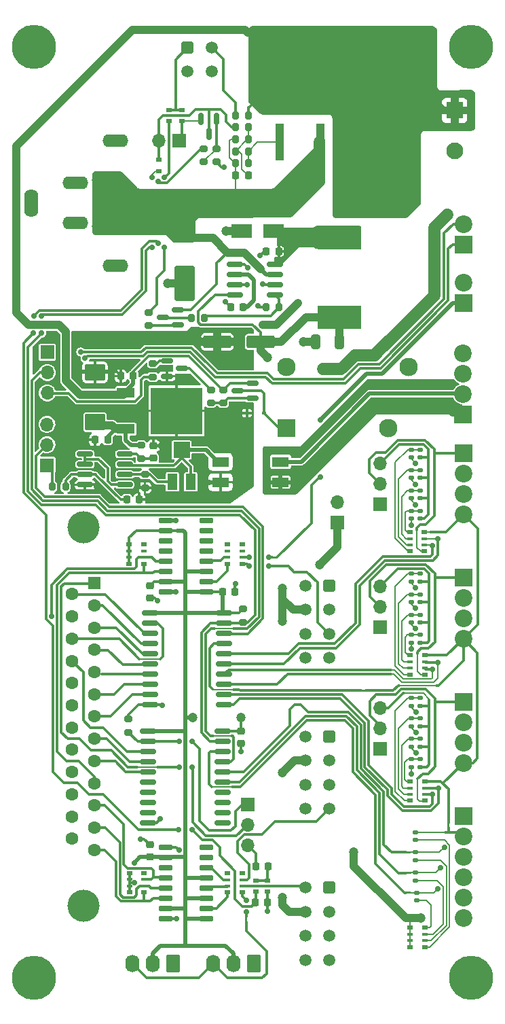
<source format=gbr>
%TF.GenerationSoftware,KiCad,Pcbnew,(6.0.4-0)*%
%TF.CreationDate,2022-07-09T18:31:03+12:00*%
%TF.ProjectId,controller,636f6e74-726f-46c6-9c65-722e6b696361,3.0*%
%TF.SameCoordinates,PX324e6b0PYa469d80*%
%TF.FileFunction,Copper,L1,Top*%
%TF.FilePolarity,Positive*%
%FSLAX46Y46*%
G04 Gerber Fmt 4.6, Leading zero omitted, Abs format (unit mm)*
G04 Created by KiCad (PCBNEW (6.0.4-0)) date 2022-07-09 18:31:03*
%MOMM*%
%LPD*%
G01*
G04 APERTURE LIST*
G04 Aperture macros list*
%AMRoundRect*
0 Rectangle with rounded corners*
0 $1 Rounding radius*
0 $2 $3 $4 $5 $6 $7 $8 $9 X,Y pos of 4 corners*
0 Add a 4 corners polygon primitive as box body*
4,1,4,$2,$3,$4,$5,$6,$7,$8,$9,$2,$3,0*
0 Add four circle primitives for the rounded corners*
1,1,$1+$1,$2,$3*
1,1,$1+$1,$4,$5*
1,1,$1+$1,$6,$7*
1,1,$1+$1,$8,$9*
0 Add four rect primitives between the rounded corners*
20,1,$1+$1,$2,$3,$4,$5,0*
20,1,$1+$1,$4,$5,$6,$7,0*
20,1,$1+$1,$6,$7,$8,$9,0*
20,1,$1+$1,$8,$9,$2,$3,0*%
G04 Aperture macros list end*
%TA.AperFunction,ComponentPad*%
%ADD10R,1.700000X1.700000*%
%TD*%
%TA.AperFunction,ComponentPad*%
%ADD11O,1.700000X1.700000*%
%TD*%
%TA.AperFunction,SMDPad,CuDef*%
%ADD12R,5.400000X2.900000*%
%TD*%
%TA.AperFunction,SMDPad,CuDef*%
%ADD13RoundRect,0.147500X-0.172500X0.147500X-0.172500X-0.147500X0.172500X-0.147500X0.172500X0.147500X0*%
%TD*%
%TA.AperFunction,SMDPad,CuDef*%
%ADD14RoundRect,0.225000X0.225000X0.250000X-0.225000X0.250000X-0.225000X-0.250000X0.225000X-0.250000X0*%
%TD*%
%TA.AperFunction,SMDPad,CuDef*%
%ADD15C,0.300000*%
%TD*%
%TA.AperFunction,SMDPad,CuDef*%
%ADD16RoundRect,0.147500X0.172500X-0.147500X0.172500X0.147500X-0.172500X0.147500X-0.172500X-0.147500X0*%
%TD*%
%TA.AperFunction,SMDPad,CuDef*%
%ADD17RoundRect,0.225000X-0.225000X-0.250000X0.225000X-0.250000X0.225000X0.250000X-0.225000X0.250000X0*%
%TD*%
%TA.AperFunction,ComponentPad*%
%ADD18RoundRect,0.250001X-0.499999X0.499999X-0.499999X-0.499999X0.499999X-0.499999X0.499999X0.499999X0*%
%TD*%
%TA.AperFunction,ComponentPad*%
%ADD19C,1.500000*%
%TD*%
%TA.AperFunction,SMDPad,CuDef*%
%ADD20R,0.800000X0.500000*%
%TD*%
%TA.AperFunction,SMDPad,CuDef*%
%ADD21R,0.800000X0.400000*%
%TD*%
%TA.AperFunction,SMDPad,CuDef*%
%ADD22RoundRect,0.200000X-0.275000X0.200000X-0.275000X-0.200000X0.275000X-0.200000X0.275000X0.200000X0*%
%TD*%
%TA.AperFunction,SMDPad,CuDef*%
%ADD23RoundRect,0.200000X0.200000X0.275000X-0.200000X0.275000X-0.200000X-0.275000X0.200000X-0.275000X0*%
%TD*%
%TA.AperFunction,ComponentPad*%
%ADD24R,2.100000X2.100000*%
%TD*%
%TA.AperFunction,ComponentPad*%
%ADD25C,2.100000*%
%TD*%
%TA.AperFunction,SMDPad,CuDef*%
%ADD26R,0.700000X0.600000*%
%TD*%
%TA.AperFunction,ComponentPad*%
%ADD27RoundRect,0.250001X-0.499999X-0.499999X0.499999X-0.499999X0.499999X0.499999X-0.499999X0.499999X0*%
%TD*%
%TA.AperFunction,SMDPad,CuDef*%
%ADD28R,1.300000X2.000000*%
%TD*%
%TA.AperFunction,SMDPad,CuDef*%
%ADD29R,2.000000X2.000000*%
%TD*%
%TA.AperFunction,ComponentPad*%
%ADD30R,2.200000X2.200000*%
%TD*%
%TA.AperFunction,ComponentPad*%
%ADD31C,2.200000*%
%TD*%
%TA.AperFunction,SMDPad,CuDef*%
%ADD32RoundRect,0.200000X0.275000X-0.200000X0.275000X0.200000X-0.275000X0.200000X-0.275000X-0.200000X0*%
%TD*%
%TA.AperFunction,SMDPad,CuDef*%
%ADD33RoundRect,0.150000X-0.875000X-0.150000X0.875000X-0.150000X0.875000X0.150000X-0.875000X0.150000X0*%
%TD*%
%TA.AperFunction,SMDPad,CuDef*%
%ADD34RoundRect,0.150000X-0.587500X-0.150000X0.587500X-0.150000X0.587500X0.150000X-0.587500X0.150000X0*%
%TD*%
%TA.AperFunction,SMDPad,CuDef*%
%ADD35R,2.200000X1.200000*%
%TD*%
%TA.AperFunction,SMDPad,CuDef*%
%ADD36R,6.400000X5.800000*%
%TD*%
%TA.AperFunction,SMDPad,CuDef*%
%ADD37RoundRect,0.200000X-0.200000X-0.275000X0.200000X-0.275000X0.200000X0.275000X-0.200000X0.275000X0*%
%TD*%
%TA.AperFunction,SMDPad,CuDef*%
%ADD38RoundRect,0.225000X0.250000X-0.225000X0.250000X0.225000X-0.250000X0.225000X-0.250000X-0.225000X0*%
%TD*%
%TA.AperFunction,ComponentPad*%
%ADD39RoundRect,0.250000X0.620000X0.845000X-0.620000X0.845000X-0.620000X-0.845000X0.620000X-0.845000X0*%
%TD*%
%TA.AperFunction,ComponentPad*%
%ADD40O,1.740000X2.190000*%
%TD*%
%TA.AperFunction,SMDPad,CuDef*%
%ADD41R,1.100000X4.600000*%
%TD*%
%TA.AperFunction,SMDPad,CuDef*%
%ADD42R,10.800000X9.400000*%
%TD*%
%TA.AperFunction,ComponentPad*%
%ADD43C,5.500000*%
%TD*%
%TA.AperFunction,SMDPad,CuDef*%
%ADD44RoundRect,0.250000X-1.000000X1.950000X-1.000000X-1.950000X1.000000X-1.950000X1.000000X1.950000X0*%
%TD*%
%TA.AperFunction,SMDPad,CuDef*%
%ADD45R,2.000000X1.200000*%
%TD*%
%TA.AperFunction,SMDPad,CuDef*%
%ADD46C,0.500000*%
%TD*%
%TA.AperFunction,SMDPad,CuDef*%
%ADD47C,1.000000*%
%TD*%
%TA.AperFunction,ComponentPad*%
%ADD48C,2.300000*%
%TD*%
%TA.AperFunction,ComponentPad*%
%ADD49R,2.300000X2.300000*%
%TD*%
%TA.AperFunction,SMDPad,CuDef*%
%ADD50RoundRect,0.225000X-0.250000X0.225000X-0.250000X-0.225000X0.250000X-0.225000X0.250000X0.225000X0*%
%TD*%
%TA.AperFunction,ComponentPad*%
%ADD51O,3.200000X1.600000*%
%TD*%
%TA.AperFunction,ComponentPad*%
%ADD52O,1.750000X3.500000*%
%TD*%
%TA.AperFunction,SMDPad,CuDef*%
%ADD53RoundRect,0.250000X1.500000X0.550000X-1.500000X0.550000X-1.500000X-0.550000X1.500000X-0.550000X0*%
%TD*%
%TA.AperFunction,SMDPad,CuDef*%
%ADD54RoundRect,0.150000X0.587500X0.150000X-0.587500X0.150000X-0.587500X-0.150000X0.587500X-0.150000X0*%
%TD*%
%TA.AperFunction,SMDPad,CuDef*%
%ADD55RoundRect,0.250000X-0.325000X-0.650000X0.325000X-0.650000X0.325000X0.650000X-0.325000X0.650000X0*%
%TD*%
%TA.AperFunction,SMDPad,CuDef*%
%ADD56RoundRect,0.150000X0.725000X0.150000X-0.725000X0.150000X-0.725000X-0.150000X0.725000X-0.150000X0*%
%TD*%
%TA.AperFunction,ComponentPad*%
%ADD57C,4.000000*%
%TD*%
%TA.AperFunction,ComponentPad*%
%ADD58R,1.600000X1.600000*%
%TD*%
%TA.AperFunction,ComponentPad*%
%ADD59C,1.600000*%
%TD*%
%TA.AperFunction,SMDPad,CuDef*%
%ADD60RoundRect,0.150000X-0.825000X-0.150000X0.825000X-0.150000X0.825000X0.150000X-0.825000X0.150000X0*%
%TD*%
%TA.AperFunction,SMDPad,CuDef*%
%ADD61R,0.600000X0.450000*%
%TD*%
%TA.AperFunction,SMDPad,CuDef*%
%ADD62RoundRect,0.150000X-0.150000X0.587500X-0.150000X-0.587500X0.150000X-0.587500X0.150000X0.587500X0*%
%TD*%
%TA.AperFunction,SMDPad,CuDef*%
%ADD63RoundRect,0.250000X1.025000X-0.787500X1.025000X0.787500X-1.025000X0.787500X-1.025000X-0.787500X0*%
%TD*%
%TA.AperFunction,SMDPad,CuDef*%
%ADD64R,2.500000X1.800000*%
%TD*%
%TA.AperFunction,ViaPad*%
%ADD65C,0.700000*%
%TD*%
%TA.AperFunction,ViaPad*%
%ADD66C,1.200000*%
%TD*%
%TA.AperFunction,ViaPad*%
%ADD67C,1.000000*%
%TD*%
%TA.AperFunction,Conductor*%
%ADD68C,0.300000*%
%TD*%
%TA.AperFunction,Conductor*%
%ADD69C,0.200000*%
%TD*%
%TA.AperFunction,Conductor*%
%ADD70C,1.500000*%
%TD*%
%TA.AperFunction,Conductor*%
%ADD71C,1.000000*%
%TD*%
%TA.AperFunction,Conductor*%
%ADD72C,0.500000*%
%TD*%
G04 APERTURE END LIST*
%TO.C,NT4*%
G36*
X55000000Y18430000D02*
G01*
X54400000Y18430000D01*
X54400000Y18730000D01*
X55000000Y18730000D01*
X55000000Y18430000D01*
G37*
%TO.C,NT5*%
G36*
X55000000Y20900000D02*
G01*
X54400000Y20900000D01*
X54400000Y21200000D01*
X55000000Y21200000D01*
X55000000Y20900000D01*
G37*
%TO.C,NT7*%
G36*
X59825000Y26650000D02*
G01*
X59525000Y26650000D01*
X59525000Y27250000D01*
X59825000Y27250000D01*
X59825000Y26650000D01*
G37*
%TO.C,NT13*%
G36*
X38300000Y60200000D02*
G01*
X37700000Y60200000D01*
X37700000Y60500000D01*
X38300000Y60500000D01*
X38300000Y60200000D01*
G37*
%TO.C,NT6*%
G36*
X55000000Y23450000D02*
G01*
X54400000Y23450000D01*
X54400000Y23750000D01*
X55000000Y23750000D01*
X55000000Y23450000D01*
G37*
%TO.C,NT20*%
G36*
X49375000Y43600000D02*
G01*
X48775000Y43600000D01*
X48775000Y43900000D01*
X49375000Y43900000D01*
X49375000Y43600000D01*
G37*
%TO.C,NT11*%
G36*
X39760000Y19250000D02*
G01*
X39160000Y19250000D01*
X39160000Y19550000D01*
X39760000Y19550000D01*
X39760000Y19250000D01*
G37*
%TO.C,NT23*%
G36*
X29020000Y73500000D02*
G01*
X28280000Y73500000D01*
X28280000Y74000000D01*
X29020000Y74000000D01*
X29020000Y73500000D01*
G37*
%TO.C,NT2*%
G36*
X30320000Y99650000D02*
G01*
X28880000Y99650000D01*
X28880000Y100650000D01*
X30320000Y100650000D01*
X30320000Y99650000D01*
G37*
%TO.C,NT1*%
G36*
X35258198Y116716066D02*
G01*
X34833934Y116291802D01*
X34621802Y116503934D01*
X35046066Y116928198D01*
X35258198Y116716066D01*
G37*
%TO.C,NT12*%
G36*
X34600000Y14950000D02*
G01*
X34300000Y14950000D01*
X34300000Y15550000D01*
X34600000Y15550000D01*
X34600000Y14950000D01*
G37*
%TO.C,NT9*%
G36*
X38650000Y59150000D02*
G01*
X38050000Y59150000D01*
X38050000Y59450000D01*
X38650000Y59450000D01*
X38650000Y59150000D01*
G37*
%TO.C,NT10*%
G36*
X42550000Y27300000D02*
G01*
X41950000Y27300000D01*
X41950000Y27600000D01*
X42550000Y27600000D01*
X42550000Y27300000D01*
G37*
%TD*%
D10*
%TO.P,JP7,1,A*%
%TO.N,GND*%
X51150000Y36525000D03*
D11*
%TO.P,JP7,2,C*%
%TO.N,/Connectors/Z_COM*%
X51150000Y39065000D03*
%TO.P,JP7,3,B*%
%TO.N,/Connectors/STP_5V*%
X51150000Y41605000D03*
%TD*%
D12*
%TO.P,L1,1,1*%
%TO.N,/Power/U2_LX*%
X46100000Y100200000D03*
%TO.P,L1,2,2*%
%TO.N,/Power/U2_FB*%
X46100000Y90300000D03*
%TD*%
D13*
%TO.P,D15,1,K*%
%TO.N,Net-(D14-Pad2)*%
X56150000Y68685000D03*
%TO.P,D15,2,A*%
%TO.N,/Connectors/STP_5V*%
X56150000Y67715000D03*
%TD*%
D14*
%TO.P,C8,1*%
%TO.N,/Power/U2_VD*%
X34075000Y91550000D03*
%TO.P,C8,2*%
%TO.N,GND*%
X32525000Y91550000D03*
%TD*%
D15*
%TO.P,NT4,1,1*%
%TO.N,/Connectors/RELAY4_IN*%
X54400000Y18580000D03*
%TO.P,NT4,2,2*%
%TO.N,/Connectors/RELAY4*%
X55000000Y18580000D03*
%TD*%
D16*
%TO.P,D34,1,K*%
%TO.N,GND*%
X55075000Y41870001D03*
%TO.P,D34,2,A*%
%TO.N,Net-(D34-Pad2)*%
X55075000Y42840001D03*
%TD*%
D17*
%TO.P,C1,1*%
%TO.N,/LPT Interface/CHARGE_PUMP_OUT*%
X35675000Y21850000D03*
%TO.P,C1,2*%
%TO.N,Net-(C1-Pad2)*%
X37225000Y21850000D03*
%TD*%
D13*
%TO.P,D13,1,K*%
%TO.N,Net-(D12-Pad2)*%
X56150000Y66160000D03*
%TO.P,D13,2,A*%
%TO.N,/Connectors/STP_5V*%
X56150000Y65190000D03*
%TD*%
D18*
%TO.P,J12,1,Pin_1*%
%TO.N,unconnected-(J12-Pad1)*%
X44811000Y19210000D03*
D19*
%TO.P,J12,2,Pin_2*%
%TO.N,unconnected-(J12-Pad2)*%
X44811000Y16210000D03*
%TO.P,J12,3,Pin_3*%
%TO.N,unconnected-(J12-Pad3)*%
X44811000Y13210000D03*
%TO.P,J12,4,Pin_4*%
%TO.N,unconnected-(J12-Pad4)*%
X44811000Y10210000D03*
%TO.P,J12,5,Pin_5*%
%TO.N,/Connectors/ZMIN*%
X41811000Y19210000D03*
%TO.P,J12,6,Pin_6*%
%TO.N,+5V*%
X41811000Y16210000D03*
%TO.P,J12,7,Pin_7*%
%TO.N,GNDA*%
X41811000Y13210000D03*
%TO.P,J12,8,Pin_8*%
%TO.N,unconnected-(J12-Pad8)*%
X41811000Y10210000D03*
%TD*%
D20*
%TO.P,RN1,1,R1.1*%
%TO.N,+5V*%
X19875000Y61950000D03*
D21*
%TO.P,RN1,2,R2.1*%
X19875000Y61150000D03*
%TO.P,RN1,3,R3.1*%
X19875000Y60350000D03*
D20*
%TO.P,RN1,4,R4.1*%
X19875000Y59550000D03*
%TO.P,RN1,5,R4.2*%
%TO.N,/LPT Interface/P10_OUT*%
X21675000Y59550000D03*
D21*
%TO.P,RN1,6,R3.2*%
%TO.N,/LPT Interface/P15_OUT*%
X21675000Y60350000D03*
%TO.P,RN1,7,R2.2*%
%TO.N,unconnected-(RN1-Pad7)*%
X21675000Y61150000D03*
D20*
%TO.P,RN1,8,R1.2*%
%TO.N,unconnected-(RN1-Pad8)*%
X21675000Y61950000D03*
%TD*%
D22*
%TO.P,R13,1*%
%TO.N,12V_SAFE*%
X21350000Y74325000D03*
%TO.P,R13,2*%
%TO.N,Net-(C12-Pad1)*%
X21350000Y72675000D03*
%TD*%
D16*
%TO.P,D24,1,K*%
%TO.N,GND*%
X55050000Y54790000D03*
%TO.P,D24,2,A*%
%TO.N,Net-(D24-Pad2)*%
X55050000Y55760000D03*
%TD*%
D23*
%TO.P,R12,1*%
%TO.N,/Power/U2_ON_nOFF*%
X38575000Y91500000D03*
%TO.P,R12,2*%
%TO.N,GND*%
X36925000Y91500000D03*
%TD*%
D15*
%TO.P,NT5,1,1*%
%TO.N,/Connectors/RELAY3_IN*%
X54400000Y21050000D03*
%TO.P,NT5,2,2*%
%TO.N,/Connectors/RELAY3*%
X55000000Y21050000D03*
%TD*%
D22*
%TO.P,R6,1*%
%TO.N,/Power/Q1_B*%
X30730800Y111285800D03*
%TO.P,R6,2*%
%TO.N,GND*%
X30730800Y109635800D03*
%TD*%
D10*
%TO.P,JP4,1,A*%
%TO.N,/Power/Q1_E*%
X26125000Y112250000D03*
D11*
%TO.P,JP4,2,B*%
%TO.N,/Power/Q1_C*%
X23585000Y112250000D03*
%TD*%
D24*
%TO.P,J3,1,Pin_1*%
%TO.N,24V_SAFE*%
X60450000Y116050000D03*
D25*
%TO.P,J3,2,Pin_2*%
%TO.N,GND*%
X60450000Y110970000D03*
%TD*%
D26*
%TO.P,D3,1,K*%
%TO.N,/Power/Q1_C*%
X23525000Y109875000D03*
%TO.P,D3,2,A*%
%TO.N,/LPT Interface/nCE_IN*%
X23525000Y108475000D03*
%TD*%
D27*
%TO.P,J2,1,Pin_1*%
%TO.N,Net-(D4-Pad1)*%
X27150000Y123880000D03*
D19*
%TO.P,J2,2,Pin_2*%
%TO.N,/Power/PLED*%
X30150000Y123880000D03*
%TO.P,J2,3,Pin_3*%
%TO.N,GND*%
X27150000Y120880000D03*
%TO.P,J2,4,Pin_4*%
X30150000Y120880000D03*
%TD*%
D13*
%TO.P,D8,1,K*%
%TO.N,/Connectors/RELAY4*%
X55700000Y18585000D03*
%TO.P,D8,2,A*%
%TO.N,Net-(D8-Pad2)*%
X55700000Y17615000D03*
%TD*%
D28*
%TO.P,RV1,1,1*%
%TO.N,Net-(R15-Pad2)*%
X25250000Y69750000D03*
D29*
%TO.P,RV1,2,2*%
%TO.N,/Connectors/0-10V_IN*%
X26400000Y73750000D03*
D28*
%TO.P,RV1,3,3*%
X27550000Y69750000D03*
%TD*%
D15*
%TO.P,NT7,1,1*%
%TO.N,/Connectors/EN*%
X59675000Y27250000D03*
%TO.P,NT7,2,2*%
%TO.N,/Connectors/RELAY1*%
X59675000Y26650000D03*
%TD*%
D30*
%TO.P,J14,1,Pin_1*%
%TO.N,/Connectors/EMRG_STOP*%
X61550000Y92050000D03*
D31*
%TO.P,J14,2,Pin_2*%
%TO.N,GND*%
X61550000Y94590000D03*
%TD*%
D32*
%TO.P,R17,1*%
%TO.N,Net-(Q5-Pad1)*%
X30039515Y79584536D03*
%TO.P,R17,2*%
%TO.N,Net-(Q4-Pad3)*%
X30039515Y81234536D03*
%TD*%
D15*
%TO.P,NT13,1,1*%
%TO.N,/Connectors/EMERG_STOP_OUT*%
X37700000Y60350000D03*
%TO.P,NT13,2,2*%
%TO.N,/Connectors/EMRG_STOP*%
X38300000Y60350000D03*
%TD*%
D33*
%TO.P,U5,1,A->B*%
%TO.N,+5V*%
X22178560Y38722560D03*
%TO.P,U5,2,A0*%
%TO.N,Net-(JP1-Pad1)*%
X22178560Y37452560D03*
%TO.P,U5,3,A1*%
%TO.N,/LPT Interface/P17_IN*%
X22178560Y36182560D03*
%TO.P,U5,4,A2*%
%TO.N,/LPT Interface/P8_IN*%
X22178560Y34912560D03*
%TO.P,U5,5,A3*%
%TO.N,/LPT Interface/P9_IN*%
X22178560Y33642560D03*
%TO.P,U5,6,A4*%
%TO.N,unconnected-(U5-Pad6)*%
X22178560Y32372560D03*
%TO.P,U5,7,A5*%
%TO.N,unconnected-(U5-Pad7)*%
X22178560Y31102560D03*
%TO.P,U5,8,A6*%
%TO.N,unconnected-(U5-Pad8)*%
X22178560Y29832560D03*
%TO.P,U5,9,A7*%
%TO.N,unconnected-(U5-Pad9)*%
X22178560Y28562560D03*
%TO.P,U5,10,GND*%
%TO.N,GND*%
X22178560Y27292560D03*
%TO.P,U5,11,B7*%
%TO.N,unconnected-(U5-Pad11)*%
X31478560Y27292560D03*
%TO.P,U5,12,B6*%
%TO.N,unconnected-(U5-Pad12)*%
X31478560Y28562560D03*
%TO.P,U5,13,B5*%
%TO.N,unconnected-(U5-Pad13)*%
X31478560Y29832560D03*
%TO.P,U5,14,B4*%
%TO.N,unconnected-(U5-Pad14)*%
X31478560Y31102560D03*
%TO.P,U5,15,B3*%
%TO.N,/Connectors/RELAY3_IN*%
X31478560Y32372560D03*
%TO.P,U5,16,B2*%
%TO.N,/Connectors/RELAY2_IN*%
X31478560Y33642560D03*
%TO.P,U5,17,B1*%
%TO.N,/LPT Interface/P17_OUT*%
X31478560Y34912560D03*
%TO.P,U5,18,B0*%
%TO.N,/Connectors/RELAY4_IN*%
X31478560Y36182560D03*
%TO.P,U5,19,CE*%
%TO.N,/LPT Interface/nCE_IN*%
X31478560Y37452560D03*
%TO.P,U5,20,VCC*%
%TO.N,+5V*%
X31478560Y38722560D03*
%TD*%
D13*
%TO.P,D29,1,K*%
%TO.N,Net-(D28-Pad2)*%
X56175000Y35210001D03*
%TO.P,D29,2,A*%
%TO.N,/Connectors/STP_5V*%
X56175000Y34240001D03*
%TD*%
D16*
%TO.P,D14,1,K*%
%TO.N,GND*%
X55025000Y67715000D03*
%TO.P,D14,2,A*%
%TO.N,Net-(D14-Pad2)*%
X55025000Y68685000D03*
%TD*%
D34*
%TO.P,Q4,1,B*%
%TO.N,Net-(Q4-Pad1)*%
X24582500Y84830000D03*
%TO.P,Q4,2,E*%
%TO.N,GND*%
X24582500Y82930000D03*
%TO.P,Q4,3,C*%
%TO.N,Net-(Q4-Pad3)*%
X26457500Y83880000D03*
%TD*%
D20*
%TO.P,RN6,1,R1.1*%
%TO.N,/Connectors/X_COM*%
X56700000Y61100000D03*
D21*
%TO.P,RN6,2,R2.1*%
%TO.N,/Connectors/XCLK_IN*%
X56700000Y61900000D03*
%TO.P,RN6,3,R3.1*%
%TO.N,/Connectors/XDIR_IN*%
X56700000Y62700000D03*
D20*
%TO.P,RN6,4,R4.1*%
%TO.N,/Connectors/EN*%
X56700000Y63500000D03*
%TO.P,RN6,5,R4.2*%
%TO.N,Net-(D12-Pad2)*%
X54900000Y63500000D03*
D21*
%TO.P,RN6,6,R3.2*%
%TO.N,Net-(D14-Pad2)*%
X54900000Y62700000D03*
%TO.P,RN6,7,R2.2*%
%TO.N,Net-(D16-Pad2)*%
X54900000Y61900000D03*
D20*
%TO.P,RN6,8,R1.2*%
%TO.N,Net-(D18-Pad2)*%
X54900000Y61100000D03*
%TD*%
D35*
%TO.P,U1,1,IN*%
%TO.N,24V_SAFE*%
X19450000Y80902000D03*
D36*
%TO.P,U1,2,GND*%
%TO.N,GND*%
X25750000Y78622000D03*
D35*
%TO.P,U1,3,OUT*%
%TO.N,12V_SAFE*%
X19450000Y76342000D03*
%TD*%
D13*
%TO.P,D27,1,K*%
%TO.N,Net-(D26-Pad2)*%
X56175000Y58310000D03*
%TO.P,D27,2,A*%
%TO.N,/Connectors/STP_5V*%
X56175000Y57340000D03*
%TD*%
D23*
%TO.P,R7,1*%
%TO.N,Net-(Q2-Pad1)*%
X34750000Y109450000D03*
%TO.P,R7,2*%
%TO.N,24V_IN*%
X33100000Y109450000D03*
%TD*%
D26*
%TO.P,D5,1,K*%
%TO.N,Net-(D4-Pad1)*%
X24850000Y116100000D03*
%TO.P,D5,2,A*%
%TO.N,5V_nEN*%
X24850000Y114700000D03*
%TD*%
D13*
%TO.P,D11,1,K*%
%TO.N,/Connectors/RELAY1*%
X55600000Y26085000D03*
%TO.P,D11,2,A*%
%TO.N,Net-(D11-Pad2)*%
X55600000Y25115000D03*
%TD*%
D37*
%TO.P,R5,1*%
%TO.N,/Power/PLED*%
X33100000Y115450000D03*
%TO.P,R5,2*%
%TO.N,Net-(NT1-Pad1)*%
X34750000Y115450000D03*
%TD*%
D13*
%TO.P,D21,1,K*%
%TO.N,Net-(D20-Pad2)*%
X56175000Y50685000D03*
%TO.P,D21,2,A*%
%TO.N,/Connectors/STP_5V*%
X56175000Y49715000D03*
%TD*%
D10*
%TO.P,JP1,1,A*%
%TO.N,Net-(JP1-Pad1)*%
X34619000Y29600000D03*
D11*
%TO.P,JP1,2,C*%
%TO.N,/LPT Interface/P1_IN*%
X34619000Y27060000D03*
%TO.P,JP1,3,B*%
%TO.N,/LPT Interface/CHARGE_PUMP_OUT*%
X34619000Y24520000D03*
%TD*%
D38*
%TO.P,C12,1*%
%TO.N,Net-(C12-Pad1)*%
X22900000Y72725000D03*
%TO.P,C12,2*%
%TO.N,GND*%
X22900000Y74275000D03*
%TD*%
D23*
%TO.P,R14,1*%
%TO.N,Net-(C13-Pad1)*%
X11925000Y69150000D03*
%TO.P,R14,2*%
%TO.N,/LPT Interface/PWM_IN*%
X10275000Y69150000D03*
%TD*%
D10*
%TO.P,JP8,1,A*%
%TO.N,GNDA*%
X45850000Y64675000D03*
D11*
%TO.P,JP8,2,B*%
%TO.N,GND*%
X45850000Y67215000D03*
%TD*%
D15*
%TO.P,NT6,1,1*%
%TO.N,/Connectors/RELAY2_IN*%
X54400000Y23600000D03*
%TO.P,NT6,2,2*%
%TO.N,/Connectors/RELAY2*%
X55000000Y23600000D03*
%TD*%
D39*
%TO.P,J16,1,Pin_1*%
%TO.N,GNDA*%
X35400000Y9750000D03*
D40*
%TO.P,J16,2,Pin_2*%
%TO.N,+5V*%
X32860000Y9750000D03*
%TO.P,J16,3,Pin_3*%
%TO.N,/Connectors/PROBE*%
X30320000Y9750000D03*
%TD*%
D30*
%TO.P,J9,1,Pin_1*%
%TO.N,/Connectors/Y_COM*%
X61550000Y57834999D03*
D31*
%TO.P,J9,2,Pin_2*%
%TO.N,/Connectors/YCLK*%
X61550000Y55294999D03*
%TO.P,J9,3,Pin_3*%
%TO.N,/Connectors/YDIR*%
X61550000Y52754999D03*
%TO.P,J9,4,Pin_4*%
%TO.N,/Connectors/EN*%
X61550000Y50214999D03*
%TD*%
D41*
%TO.P,Q2,1,G*%
%TO.N,Net-(Q2-Pad1)*%
X38635000Y112075000D03*
D42*
%TO.P,Q2,2,D*%
%TO.N,24V_SAFE*%
X41175000Y121225000D03*
D41*
%TO.P,Q2,3,S*%
%TO.N,24V_IN*%
X43715000Y112075000D03*
%TD*%
D37*
%TO.P,R8,1*%
%TO.N,Net-(C3-Pad2)*%
X33100000Y110950000D03*
%TO.P,R8,2*%
%TO.N,Net-(Q2-Pad1)*%
X34750000Y110950000D03*
%TD*%
D15*
%TO.P,NT20,1,1*%
%TO.N,/Connectors/EN_IN*%
X48775000Y43750000D03*
%TO.P,NT20,2,2*%
%TO.N,/Connectors/EN*%
X49375000Y43750000D03*
%TD*%
D26*
%TO.P,D1,1,K*%
%TO.N,Net-(C1-Pad2)*%
X37150000Y20100000D03*
%TO.P,D1,2,A*%
%TO.N,GND*%
X37150000Y18700000D03*
%TD*%
D30*
%TO.P,J13,1,Pin_1*%
%TO.N,/Connectors/P16_OUT*%
X61550000Y99360000D03*
D31*
%TO.P,J13,2,Pin_2*%
%TO.N,/Connectors/P17_OUT*%
X61550000Y101900000D03*
%TD*%
D17*
%TO.P,C9,1*%
%TO.N,/Power/U2_BST*%
X36975000Y98500000D03*
%TO.P,C9,2*%
%TO.N,/Power/U2_LX*%
X38525000Y98500000D03*
%TD*%
D13*
%TO.P,D35,1,K*%
%TO.N,Net-(D34-Pad2)*%
X56200000Y42835001D03*
%TO.P,D35,2,A*%
%TO.N,/Connectors/STP_5V*%
X56200000Y41865001D03*
%TD*%
%TO.P,D17,1,K*%
%TO.N,Net-(D16-Pad2)*%
X56150000Y71235000D03*
%TO.P,D17,2,A*%
%TO.N,/Connectors/STP_5V*%
X56150000Y70265000D03*
%TD*%
D30*
%TO.P,J11,1,Pin_1*%
%TO.N,/Connectors/Z_COM*%
X61550000Y42360000D03*
D31*
%TO.P,J11,2,Pin_2*%
%TO.N,/Connectors/ZCLK*%
X61550000Y39820000D03*
%TO.P,J11,3,Pin_3*%
%TO.N,/Connectors/ZDIR*%
X61550000Y37280000D03*
%TO.P,J11,4,Pin_4*%
%TO.N,/Connectors/EN*%
X61550000Y34740000D03*
%TD*%
D22*
%TO.P,R18,1*%
%TO.N,24V_SAFE*%
X31620898Y81234536D03*
%TO.P,R18,2*%
%TO.N,Net-(Q5-Pad1)*%
X31620898Y79584536D03*
%TD*%
D10*
%TO.P,JP5,1,A*%
%TO.N,GND*%
X51200000Y66975000D03*
D11*
%TO.P,JP5,2,C*%
%TO.N,/Connectors/X_COM*%
X51200000Y69515000D03*
%TO.P,JP5,3,B*%
%TO.N,/Connectors/STP_5V*%
X51200000Y72055000D03*
%TD*%
D13*
%TO.P,D33,1,K*%
%TO.N,Net-(D32-Pad2)*%
X56200000Y40285001D03*
%TO.P,D33,2,A*%
%TO.N,/Connectors/STP_5V*%
X56200000Y39315001D03*
%TD*%
D43*
%TO.P,H4,1,1*%
%TO.N,GND*%
X62500000Y8000000D03*
%TD*%
D44*
%TO.P,C4,1*%
%TO.N,24V_IN*%
X26750000Y101900000D03*
%TO.P,C4,2*%
%TO.N,GND*%
X26750000Y94500000D03*
%TD*%
D45*
%TO.P,LF1,1,1*%
%TO.N,/Connectors/VFD_AGND*%
X38750000Y69730000D03*
%TO.P,LF1,2,2*%
%TO.N,/Connectors/VFD_0-10V*%
X38750000Y72270000D03*
%TO.P,LF1,3,3*%
%TO.N,Net-(LF1-Pad3)*%
X31250000Y72270000D03*
%TO.P,LF1,4,4*%
%TO.N,GND*%
X31250000Y69730000D03*
%TD*%
D13*
%TO.P,D23,1,K*%
%TO.N,Net-(D22-Pad2)*%
X56175000Y53210000D03*
%TO.P,D23,2,A*%
%TO.N,/Connectors/STP_5V*%
X56175000Y52240000D03*
%TD*%
D15*
%TO.P,NT11,1,1*%
%TO.N,/Connectors/ZMIN_OUT*%
X39160000Y19400000D03*
%TO.P,NT11,2,2*%
%TO.N,/Connectors/ZMIN*%
X39760000Y19400000D03*
%TD*%
D30*
%TO.P,J6,1,Pin_1*%
%TO.N,/Connectors/X_COM*%
X61550000Y73299999D03*
D31*
%TO.P,J6,2,Pin_2*%
%TO.N,/Connectors/XCLK*%
X61550000Y70759999D03*
%TO.P,J6,3,Pin_3*%
%TO.N,/Connectors/XDIR*%
X61550000Y68219999D03*
%TO.P,J6,4,Pin_4*%
%TO.N,/Connectors/EN*%
X61550000Y65679999D03*
%TD*%
D13*
%TO.P,D9,1,K*%
%TO.N,/Connectors/RELAY3*%
X55600000Y21060000D03*
%TO.P,D9,2,A*%
%TO.N,Net-(D9-Pad2)*%
X55600000Y20090000D03*
%TD*%
D46*
%TO.P,NT23,1,1*%
%TO.N,/Connectors/0-10V_IN*%
X28300000Y73750000D03*
%TO.P,NT23,2,2*%
%TO.N,Net-(LF1-Pad3)*%
X29000000Y73750000D03*
%TD*%
D16*
%TO.P,D12,1,K*%
%TO.N,GND*%
X55025000Y65190000D03*
%TO.P,D12,2,A*%
%TO.N,Net-(D12-Pad2)*%
X55025000Y66160000D03*
%TD*%
D30*
%TO.P,J5,1,Pin_1*%
%TO.N,GND*%
X61550000Y28100000D03*
D31*
%TO.P,J5,2,Pin_2*%
%TO.N,/Connectors/RELAY1*%
X61550000Y25560000D03*
%TO.P,J5,3,Pin_3*%
%TO.N,/Connectors/RELAY2*%
X61550000Y23020000D03*
%TO.P,J5,4,Pin_4*%
%TO.N,/Connectors/RELAY3*%
X61550000Y20480000D03*
%TO.P,J5,5,Pin_5*%
%TO.N,/Connectors/RELAY4*%
X61550000Y17940000D03*
%TO.P,J5,6,Pin_6*%
%TO.N,/Connectors/RELAY_5V*%
X61550000Y15400000D03*
%TD*%
D47*
%TO.P,NT2,1,1*%
%TO.N,24V_IN*%
X28900000Y100150000D03*
%TO.P,NT2,2,2*%
%TO.N,/Power/U2_VIN*%
X30300000Y100150000D03*
%TD*%
D15*
%TO.P,NT1,1,1*%
%TO.N,Net-(NT1-Pad1)*%
X34727868Y116397868D03*
%TO.P,NT1,2,2*%
%TO.N,24V_SAFE*%
X35152132Y116822132D03*
%TD*%
D20*
%TO.P,RN3,1,R1.1*%
%TO.N,unconnected-(RN3-Pad1)*%
X32150000Y21000000D03*
D21*
%TO.P,RN3,2,R2.1*%
%TO.N,Net-(RN3-Pad2)*%
X32150000Y20200000D03*
%TO.P,RN3,3,R3.1*%
%TO.N,Net-(RN3-Pad3)*%
X32150000Y19400000D03*
D20*
%TO.P,RN3,4,R4.1*%
%TO.N,Net-(RN3-Pad4)*%
X32150000Y18600000D03*
%TO.P,RN3,5,R4.2*%
%TO.N,/Connectors/PROBE_OUT*%
X33950000Y18600000D03*
D21*
%TO.P,RN3,6,R3.2*%
%TO.N,/Connectors/ZMIN_OUT*%
X33950000Y19400000D03*
%TO.P,RN3,7,R2.2*%
%TO.N,/Connectors/YMIN_OUT*%
X33950000Y20200000D03*
D20*
%TO.P,RN3,8,R1.2*%
%TO.N,unconnected-(RN3-Pad8)*%
X33950000Y21000000D03*
%TD*%
D48*
%TO.P,K1,1*%
%TO.N,GND*%
X39500000Y84070000D03*
%TO.P,K1,3*%
%TO.N,/Connectors/SPNDL_RELAY_NO*%
X54740000Y84050000D03*
%TO.P,K1,5*%
%TO.N,/Connectors/SPNDL_RELAY_COM*%
X52200000Y76450000D03*
D49*
%TO.P,K1,6*%
%TO.N,Net-(D7-Pad1)*%
X39500000Y76450000D03*
%TD*%
D20*
%TO.P,RN2,1,R1.1*%
%TO.N,+5V*%
X19900000Y21018000D03*
D21*
%TO.P,RN2,2,R2.1*%
X19900000Y20218000D03*
%TO.P,RN2,3,R3.1*%
X19900000Y19418000D03*
D20*
%TO.P,RN2,4,R4.1*%
X19900000Y18618000D03*
%TO.P,RN2,5,R4.2*%
%TO.N,/LPT Interface/P13_OUT*%
X21700000Y18618000D03*
D21*
%TO.P,RN2,6,R3.2*%
%TO.N,/LPT Interface/P12_OUT*%
X21700000Y19418000D03*
%TO.P,RN2,7,R2.2*%
%TO.N,/LPT Interface/P11_OUT*%
X21700000Y20218000D03*
D20*
%TO.P,RN2,8,R1.2*%
%TO.N,unconnected-(RN2-Pad8)*%
X21700000Y21018000D03*
%TD*%
D50*
%TO.P,C17,1*%
%TO.N,+5V*%
X33800000Y38700000D03*
%TO.P,C17,2*%
%TO.N,GND*%
X33800000Y37150000D03*
%TD*%
D17*
%TO.P,C2,1*%
%TO.N,Net-(C2-Pad1)*%
X35600000Y17350000D03*
%TO.P,C2,2*%
%TO.N,GND*%
X37150000Y17350000D03*
%TD*%
D16*
%TO.P,D32,1,K*%
%TO.N,GND*%
X55080000Y39315001D03*
%TO.P,D32,2,A*%
%TO.N,Net-(D32-Pad2)*%
X55080000Y40285001D03*
%TD*%
D18*
%TO.P,J10,1,Pin_1*%
%TO.N,unconnected-(J10-Pad1)*%
X44811000Y38028000D03*
D19*
%TO.P,J10,2,Pin_2*%
%TO.N,unconnected-(J10-Pad2)*%
X44811000Y35028000D03*
%TO.P,J10,3,Pin_3*%
%TO.N,unconnected-(J10-Pad3)*%
X44811000Y32028000D03*
%TO.P,J10,4,Pin_4*%
%TO.N,/Connectors/YMIN*%
X44811000Y29028000D03*
%TO.P,J10,5,Pin_5*%
%TO.N,unconnected-(J10-Pad5)*%
X41811000Y38028000D03*
%TO.P,J10,6,Pin_6*%
%TO.N,+5V*%
X41811000Y35028000D03*
%TO.P,J10,7,Pin_7*%
%TO.N,GNDA*%
X41811000Y32028000D03*
%TO.P,J10,8,Pin_8*%
%TO.N,unconnected-(J10-Pad8)*%
X41811000Y29028000D03*
%TD*%
D14*
%TO.P,C5,1*%
%TO.N,24V_SAFE*%
X20375000Y82950000D03*
%TO.P,C5,2*%
%TO.N,GND*%
X18825000Y82950000D03*
%TD*%
D51*
%TO.P,J1,1*%
%TO.N,24V_IN*%
X16800000Y101600000D03*
%TO.P,J1,2*%
%TO.N,GND*%
X13150000Y102000000D03*
%TO.P,J1,3*%
X13150000Y107000000D03*
%TO.P,J1,4*%
%TO.N,24V_IN*%
X16800000Y107400000D03*
%TO.P,J1,SH*%
%TO.N,GND*%
X18150000Y112300000D03*
D52*
X7650000Y104500000D03*
D51*
X18150000Y96700000D03*
%TD*%
D16*
%TO.P,D18,1,K*%
%TO.N,GND*%
X55025000Y72815000D03*
%TO.P,D18,2,A*%
%TO.N,Net-(D18-Pad2)*%
X55025000Y73785000D03*
%TD*%
%TO.P,D16,1,K*%
%TO.N,GND*%
X55025000Y70265000D03*
%TO.P,D16,2,A*%
%TO.N,Net-(D16-Pad2)*%
X55025000Y71235000D03*
%TD*%
D22*
%TO.P,R16,1*%
%TO.N,Net-(Q4-Pad1)*%
X22819151Y84497585D03*
%TO.P,R16,2*%
%TO.N,/LPT Interface/SPNDL_RELAY_IN*%
X22819151Y82847585D03*
%TD*%
D16*
%TO.P,D30,1,K*%
%TO.N,GND*%
X55080000Y36790001D03*
%TO.P,D30,2,A*%
%TO.N,Net-(D30-Pad2)*%
X55080000Y37760001D03*
%TD*%
D53*
%TO.P,C11,1*%
%TO.N,/Power/U2_FB*%
X36250000Y87200000D03*
%TO.P,C11,2*%
%TO.N,GND*%
X30850000Y87200000D03*
%TD*%
D10*
%TO.P,JP6,1,A*%
%TO.N,GND*%
X51150000Y51645000D03*
D11*
%TO.P,JP6,2,C*%
%TO.N,/Connectors/Y_COM*%
X51150000Y54185000D03*
%TO.P,JP6,3,B*%
%TO.N,/Connectors/STP_5V*%
X51150000Y56725000D03*
%TD*%
D10*
%TO.P,JP2,1,A*%
%TO.N,/LPT Interface/PWM_IN*%
X9600000Y71850000D03*
D11*
%TO.P,JP2,2,C*%
%TO.N,/LPT Interface/P16_OUT*%
X9600000Y74390000D03*
%TO.P,JP2,3,B*%
%TO.N,/Connectors/P16_IN*%
X9600000Y76930000D03*
%TD*%
D50*
%TO.P,C15,1*%
%TO.N,+5V*%
X22419000Y56830000D03*
%TO.P,C15,2*%
%TO.N,GND*%
X22419000Y55280000D03*
%TD*%
D26*
%TO.P,D4,1,K*%
%TO.N,Net-(D4-Pad1)*%
X26400000Y116100000D03*
%TO.P,D4,2,A*%
%TO.N,/Power/Q1_E*%
X26400000Y114700000D03*
%TD*%
D16*
%TO.P,D28,1,K*%
%TO.N,GND*%
X55055000Y34240001D03*
%TO.P,D28,2,A*%
%TO.N,Net-(D28-Pad2)*%
X55055000Y35210001D03*
%TD*%
D23*
%TO.P,R9,1*%
%TO.N,Net-(C3-Pad2)*%
X34750000Y113950000D03*
%TO.P,R9,2*%
%TO.N,/Power/Q1_C*%
X33100000Y113950000D03*
%TD*%
D54*
%TO.P,Q5,1,B*%
%TO.N,Net-(Q5-Pad1)*%
X35282500Y80150000D03*
%TO.P,Q5,2,E*%
%TO.N,24V_SAFE*%
X35282500Y82050000D03*
%TO.P,Q5,3,C*%
%TO.N,Net-(D7-Pad1)*%
X33407500Y81100000D03*
%TD*%
D18*
%TO.P,J7,1,Pin_1*%
%TO.N,unconnected-(J7-Pad1)*%
X44811000Y56824000D03*
D19*
%TO.P,J7,2,Pin_2*%
%TO.N,unconnected-(J7-Pad2)*%
X44811000Y53824000D03*
%TO.P,J7,3,Pin_3*%
%TO.N,/Connectors/XMIN*%
X44811000Y50824000D03*
%TO.P,J7,4,Pin_4*%
%TO.N,unconnected-(J7-Pad4)*%
X44811000Y47824000D03*
%TO.P,J7,5,Pin_5*%
%TO.N,unconnected-(J7-Pad5)*%
X41811000Y56824000D03*
%TO.P,J7,6,Pin_6*%
%TO.N,+5V*%
X41811000Y53824000D03*
%TO.P,J7,7,Pin_7*%
%TO.N,GNDA*%
X41811000Y50824000D03*
%TO.P,J7,8,Pin_8*%
%TO.N,unconnected-(J7-Pad8)*%
X41811000Y47824000D03*
%TD*%
D55*
%TO.P,C10,1*%
%TO.N,GND*%
X43100000Y87175000D03*
%TO.P,C10,2*%
%TO.N,/Power/U2_FB*%
X46050000Y87175000D03*
%TD*%
D54*
%TO.P,Q3,1,B*%
%TO.N,Net-(Q3-Pad1)*%
X25937500Y89300000D03*
%TO.P,Q3,2,E*%
%TO.N,/Power/U2_VIN*%
X25937500Y91200000D03*
%TO.P,Q3,3,C*%
%TO.N,Net-(Q3-Pad3)*%
X24062500Y90250000D03*
%TD*%
D14*
%TO.P,C6,1*%
%TO.N,12V_SAFE*%
X17175000Y75000000D03*
%TO.P,C6,2*%
%TO.N,GND*%
X15625000Y75000000D03*
%TD*%
D23*
%TO.P,R11,1*%
%TO.N,/Power/U2_ON_nOFF*%
X29275000Y90200000D03*
%TO.P,R11,2*%
%TO.N,Net-(Q3-Pad3)*%
X27625000Y90200000D03*
%TD*%
D32*
%TO.P,R2,1*%
%TO.N,/LPT Interface/nCE_IN*%
X34050000Y52275000D03*
%TO.P,R2,2*%
%TO.N,+5V*%
X34050000Y53925000D03*
%TD*%
D20*
%TO.P,RN4,1,R1.1*%
%TO.N,/Connectors/XMIN_OUT*%
X33950000Y59550000D03*
D21*
%TO.P,RN4,2,R2.1*%
%TO.N,/Connectors/EMERG_STOP_OUT*%
X33950000Y60350000D03*
%TO.P,RN4,3,R3.1*%
%TO.N,unconnected-(RN4-Pad3)*%
X33950000Y61150000D03*
D20*
%TO.P,RN4,4,R4.1*%
%TO.N,unconnected-(RN4-Pad4)*%
X33950000Y61950000D03*
%TO.P,RN4,5,R4.2*%
%TO.N,unconnected-(RN4-Pad5)*%
X32150000Y61950000D03*
D21*
%TO.P,RN4,6,R3.2*%
%TO.N,unconnected-(RN4-Pad6)*%
X32150000Y61150000D03*
%TO.P,RN4,7,R2.2*%
%TO.N,Net-(RN4-Pad7)*%
X32150000Y60350000D03*
D20*
%TO.P,RN4,8,R1.2*%
%TO.N,Net-(RN4-Pad8)*%
X32150000Y59550000D03*
%TD*%
D15*
%TO.P,NT12,1,1*%
%TO.N,/Connectors/PROBE_OUT*%
X34450000Y15550000D03*
%TO.P,NT12,2,2*%
%TO.N,/Connectors/PROBE*%
X34450000Y14950000D03*
%TD*%
D17*
%TO.P,C16,1*%
%TO.N,+5V*%
X31525000Y56100000D03*
%TO.P,C16,2*%
%TO.N,GND*%
X33075000Y56100000D03*
%TD*%
D20*
%TO.P,RN7,1,R1.1*%
%TO.N,/Connectors/Y_COM*%
X56725000Y45750000D03*
D21*
%TO.P,RN7,2,R2.1*%
%TO.N,/Connectors/YCLK_IN*%
X56725000Y46550000D03*
%TO.P,RN7,3,R3.1*%
%TO.N,/Connectors/YDIR_IN*%
X56725000Y47350000D03*
D20*
%TO.P,RN7,4,R4.1*%
%TO.N,/Connectors/EN*%
X56725000Y48150000D03*
%TO.P,RN7,5,R4.2*%
%TO.N,Net-(D20-Pad2)*%
X54925000Y48150000D03*
D21*
%TO.P,RN7,6,R3.2*%
%TO.N,Net-(D22-Pad2)*%
X54925000Y47350000D03*
%TO.P,RN7,7,R2.2*%
%TO.N,Net-(D24-Pad2)*%
X54925000Y46550000D03*
D20*
%TO.P,RN7,8,R1.2*%
%TO.N,Net-(D26-Pad2)*%
X54925000Y45750000D03*
%TD*%
D17*
%TO.P,C13,1*%
%TO.N,Net-(C13-Pad1)*%
X19575000Y67550000D03*
%TO.P,C13,2*%
%TO.N,GND*%
X21125000Y67550000D03*
%TD*%
D56*
%TO.P,U6,1,A1*%
%TO.N,+5V*%
X29529000Y56100000D03*
%TO.P,U6,2,C1*%
%TO.N,Net-(RN4-Pad8)*%
X29529000Y57370000D03*
%TO.P,U6,3,A2*%
%TO.N,+5V*%
X29529000Y58640000D03*
%TO.P,U6,4,C2*%
%TO.N,Net-(RN4-Pad7)*%
X29529000Y59910000D03*
%TO.P,U6,5,A3*%
%TO.N,unconnected-(U6-Pad5)*%
X29529000Y61180000D03*
%TO.P,U6,6,C3*%
%TO.N,unconnected-(U6-Pad6)*%
X29529000Y62450000D03*
%TO.P,U6,7,A4*%
%TO.N,unconnected-(U6-Pad7)*%
X29529000Y63720000D03*
%TO.P,U6,8,C4*%
%TO.N,unconnected-(U6-Pad8)*%
X29529000Y64990000D03*
%TO.P,U6,9,GND*%
%TO.N,GNDA*%
X24379000Y64990000D03*
%TO.P,U6,10,Vdd*%
%TO.N,+5V*%
X24379000Y63720000D03*
%TO.P,U6,11,O1*%
%TO.N,unconnected-(U6-Pad11)*%
X24379000Y62450000D03*
%TO.P,U6,12,O1*%
%TO.N,unconnected-(U6-Pad12)*%
X24379000Y61180000D03*
%TO.P,U6,13,O1*%
%TO.N,/LPT Interface/P15_OUT*%
X24379000Y59910000D03*
%TO.P,U6,14,O1*%
%TO.N,/LPT Interface/P10_OUT*%
X24379000Y58640000D03*
%TO.P,U6,15,Vdd*%
%TO.N,+5V*%
X24379000Y57370000D03*
%TO.P,U6,16,GND*%
%TO.N,GNDA*%
X24379000Y56100000D03*
%TD*%
D22*
%TO.P,R3,1*%
%TO.N,Net-(C2-Pad1)*%
X29180800Y111298000D03*
%TO.P,R3,2*%
%TO.N,/Power/Q1_B*%
X29180800Y109648000D03*
%TD*%
D13*
%TO.P,D19,1,K*%
%TO.N,Net-(D18-Pad2)*%
X56150000Y73785000D03*
%TO.P,D19,2,A*%
%TO.N,/Connectors/STP_5V*%
X56150000Y72815000D03*
%TD*%
D57*
%TO.P,J4,0,PAD*%
%TO.N,GND*%
X14130000Y16980000D03*
X14130000Y64080000D03*
D58*
%TO.P,J4,1,1*%
%TO.N,/LPT Interface/P1_IN*%
X15550000Y57150000D03*
D59*
%TO.P,J4,2,2*%
%TO.N,/LPT Interface/P2_IN*%
X15550000Y54380000D03*
%TO.P,J4,3,3*%
%TO.N,/LPT Interface/P3_IN*%
X15550000Y51610000D03*
%TO.P,J4,4,4*%
%TO.N,/LPT Interface/P4_IN*%
X15550000Y48840000D03*
%TO.P,J4,5,5*%
%TO.N,/LPT Interface/P5_IN*%
X15550000Y46070000D03*
%TO.P,J4,6,6*%
%TO.N,/LPT Interface/P6_IN*%
X15550000Y43300000D03*
%TO.P,J4,7,7*%
%TO.N,/LPT Interface/P7_IN*%
X15550000Y40530000D03*
%TO.P,J4,8,8*%
%TO.N,/LPT Interface/P8_IN*%
X15550000Y37760000D03*
%TO.P,J4,9,9*%
%TO.N,/LPT Interface/P9_IN*%
X15550000Y34990000D03*
%TO.P,J4,10,10*%
%TO.N,/LPT Interface/P10_OUT*%
X15550000Y32220000D03*
%TO.P,J4,11,11*%
%TO.N,/LPT Interface/P11_OUT*%
X15550000Y29450000D03*
%TO.P,J4,12,12*%
%TO.N,/LPT Interface/P12_OUT*%
X15550000Y26680000D03*
%TO.P,J4,13,13*%
%TO.N,/LPT Interface/P13_OUT*%
X15550000Y23910000D03*
%TO.P,J4,14,P14*%
%TO.N,/LPT Interface/P14_IN*%
X12710000Y55765000D03*
%TO.P,J4,15,P15*%
%TO.N,/LPT Interface/P15_OUT*%
X12710000Y52995000D03*
%TO.P,J4,16,P16*%
%TO.N,/LPT Interface/P16_IN*%
X12710000Y50225000D03*
%TO.P,J4,17,P17*%
%TO.N,/LPT Interface/P17_IN*%
X12710000Y47455000D03*
%TO.P,J4,18,P18*%
%TO.N,GND*%
X12710000Y44685000D03*
%TO.P,J4,19,P19*%
X12710000Y41915000D03*
%TO.P,J4,20,P20*%
X12710000Y39145000D03*
%TO.P,J4,21,P21*%
X12710000Y36375000D03*
%TO.P,J4,22,P22*%
X12710000Y33605000D03*
%TO.P,J4,23,P23*%
X12710000Y30835000D03*
%TO.P,J4,24,P24*%
X12710000Y28065000D03*
%TO.P,J4,25,P25*%
X12710000Y25295000D03*
%TD*%
D60*
%TO.P,U2,1,BST*%
%TO.N,/Power/U2_BST*%
X33075000Y96905000D03*
%TO.P,U2,2,VD*%
%TO.N,/Power/U2_VD*%
X33075000Y95635000D03*
%TO.P,U2,3,SGND*%
%TO.N,GND*%
X33075000Y94365000D03*
%TO.P,U2,4,FB*%
%TO.N,/Power/U2_FB*%
X33075000Y93095000D03*
%TO.P,U2,5,ON/~{OFF}*%
%TO.N,/Power/U2_ON_nOFF*%
X38025000Y93095000D03*
%TO.P,U2,6,GND*%
%TO.N,GND*%
X38025000Y94365000D03*
%TO.P,U2,7,VIN*%
%TO.N,/Power/U2_VIN*%
X38025000Y95635000D03*
%TO.P,U2,8,LX*%
%TO.N,/Power/U2_LX*%
X38025000Y96905000D03*
%TD*%
D16*
%TO.P,D26,1,K*%
%TO.N,GND*%
X55050000Y57340000D03*
%TO.P,D26,2,A*%
%TO.N,Net-(D26-Pad2)*%
X55050000Y58310000D03*
%TD*%
D26*
%TO.P,D2,1,K*%
%TO.N,Net-(C2-Pad1)*%
X35675000Y18700000D03*
%TO.P,D2,2,A*%
%TO.N,Net-(C1-Pad2)*%
X35675000Y20100000D03*
%TD*%
D39*
%TO.P,J17,1,Pin_1*%
%TO.N,GNDA*%
X25350000Y9750000D03*
D40*
%TO.P,J17,2,Pin_2*%
%TO.N,+5V*%
X22810000Y9750000D03*
%TO.P,J17,3,Pin_3*%
%TO.N,/Connectors/PROBE*%
X20270000Y9750000D03*
%TD*%
D43*
%TO.P,H1,1,1*%
%TO.N,GND*%
X8000000Y124000000D03*
%TD*%
D20*
%TO.P,RN5,1,R1.1*%
%TO.N,Net-(D11-Pad2)*%
X56730000Y11810000D03*
D21*
%TO.P,RN5,2,R2.1*%
%TO.N,Net-(D10-Pad2)*%
X56730000Y12610000D03*
%TO.P,RN5,3,R3.1*%
%TO.N,Net-(D9-Pad2)*%
X56730000Y13410000D03*
D20*
%TO.P,RN5,4,R4.1*%
%TO.N,Net-(D8-Pad2)*%
X56730000Y14210000D03*
%TO.P,RN5,5,R4.2*%
%TO.N,/Connectors/RELAY_5V*%
X54930000Y14210000D03*
D21*
%TO.P,RN5,6,R3.2*%
X54930000Y13410000D03*
%TO.P,RN5,7,R2.2*%
X54930000Y12610000D03*
D20*
%TO.P,RN5,8,R1.2*%
X54930000Y11810000D03*
%TD*%
D13*
%TO.P,D31,1,K*%
%TO.N,Net-(D30-Pad2)*%
X56200000Y37760001D03*
%TO.P,D31,2,A*%
%TO.N,/Connectors/STP_5V*%
X56200000Y36790001D03*
%TD*%
D30*
%TO.P,J8,1,Pin_1*%
%TO.N,/Connectors/VFD_AGND*%
X61525000Y78162836D03*
D31*
%TO.P,J8,2,Pin_2*%
%TO.N,/Connectors/VFD_0-10V*%
X61525000Y80702836D03*
%TO.P,J8,3,Pin_3*%
%TO.N,/Connectors/VFD_XGND*%
X61525000Y83242836D03*
%TO.P,J8,4,Pin_4*%
%TO.N,/Connectors/VFD_FWD*%
X61525000Y85782836D03*
%TD*%
D43*
%TO.P,H3,1,1*%
%TO.N,GND*%
X8000000Y8000000D03*
%TD*%
D32*
%TO.P,R15,1*%
%TO.N,GND*%
X21840000Y69025000D03*
%TO.P,R15,2*%
%TO.N,Net-(R15-Pad2)*%
X21840000Y70675000D03*
%TD*%
D61*
%TO.P,D7,1,K*%
%TO.N,Net-(D7-Pad1)*%
X36650000Y78350000D03*
%TO.P,D7,2,A*%
%TO.N,GND*%
X34550000Y78350000D03*
%TD*%
D17*
%TO.P,C3,1*%
%TO.N,24V_IN*%
X33150000Y107950000D03*
%TO.P,C3,2*%
%TO.N,Net-(C3-Pad2)*%
X34700000Y107950000D03*
%TD*%
D60*
%TO.P,U3,1*%
%TO.N,Net-(U3-Pad1)*%
X14355000Y73217000D03*
%TO.P,U3,2,-*%
X14355000Y71947000D03*
%TO.P,U3,3,+*%
%TO.N,Net-(C13-Pad1)*%
X14355000Y70677000D03*
%TO.P,U3,4,V-*%
%TO.N,GND*%
X14355000Y69407000D03*
%TO.P,U3,5,+*%
%TO.N,Net-(U3-Pad1)*%
X19305000Y69407000D03*
%TO.P,U3,6,-*%
%TO.N,Net-(R15-Pad2)*%
X19305000Y70677000D03*
%TO.P,U3,7*%
%TO.N,/Connectors/0-10V_IN*%
X19305000Y71947000D03*
%TO.P,U3,8,V+*%
%TO.N,Net-(C12-Pad1)*%
X19305000Y73217000D03*
%TD*%
D32*
%TO.P,R19,1*%
%TO.N,Net-(JP1-Pad1)*%
X19782800Y38566600D03*
%TO.P,R19,2*%
%TO.N,GND*%
X19782800Y40216600D03*
%TD*%
D62*
%TO.P,Q1,1,B*%
%TO.N,/Power/Q1_B*%
X30740400Y115005100D03*
%TO.P,Q1,2,E*%
%TO.N,/Power/Q1_E*%
X28840400Y115005100D03*
%TO.P,Q1,3,C*%
%TO.N,/Power/Q1_C*%
X29790400Y113130100D03*
%TD*%
D16*
%TO.P,D20,1,K*%
%TO.N,GND*%
X55050000Y49715000D03*
%TO.P,D20,2,A*%
%TO.N,Net-(D20-Pad2)*%
X55050000Y50685000D03*
%TD*%
D56*
%TO.P,U7,1,A1*%
%TO.N,+5V*%
X29529000Y15373000D03*
%TO.P,U7,2,C1*%
%TO.N,Net-(RN3-Pad4)*%
X29529000Y16643000D03*
%TO.P,U7,3,A2*%
%TO.N,+5V*%
X29529000Y17913000D03*
%TO.P,U7,4,C2*%
%TO.N,Net-(RN3-Pad3)*%
X29529000Y19183000D03*
%TO.P,U7,5,A3*%
%TO.N,+5V*%
X29529000Y20453000D03*
%TO.P,U7,6,C3*%
%TO.N,Net-(RN3-Pad2)*%
X29529000Y21723000D03*
%TO.P,U7,7,A4*%
%TO.N,unconnected-(U7-Pad7)*%
X29529000Y22993000D03*
%TO.P,U7,8,C4*%
%TO.N,unconnected-(U7-Pad8)*%
X29529000Y24263000D03*
%TO.P,U7,9,GND*%
%TO.N,GNDA*%
X24379000Y24263000D03*
%TO.P,U7,10,Vdd*%
%TO.N,+5V*%
X24379000Y22993000D03*
%TO.P,U7,11,O1*%
%TO.N,unconnected-(U7-Pad11)*%
X24379000Y21723000D03*
%TO.P,U7,12,O1*%
%TO.N,/LPT Interface/P11_OUT*%
X24379000Y20453000D03*
%TO.P,U7,13,O1*%
%TO.N,/LPT Interface/P12_OUT*%
X24379000Y19183000D03*
%TO.P,U7,14,O1*%
%TO.N,/LPT Interface/P13_OUT*%
X24379000Y17913000D03*
%TO.P,U7,15,Vdd*%
%TO.N,+5V*%
X24379000Y16643000D03*
%TO.P,U7,16,GND*%
%TO.N,GNDA*%
X24379000Y15373000D03*
%TD*%
D16*
%TO.P,D22,1,K*%
%TO.N,GND*%
X55050000Y52240000D03*
%TO.P,D22,2,A*%
%TO.N,Net-(D22-Pad2)*%
X55050000Y53210000D03*
%TD*%
D32*
%TO.P,R10,1*%
%TO.N,Net-(Q3-Pad1)*%
X22300000Y89225000D03*
%TO.P,R10,2*%
%TO.N,5V_nEN*%
X22300000Y90875000D03*
%TD*%
D20*
%TO.P,RN8,1,R1.1*%
%TO.N,/Connectors/Z_COM*%
X56725000Y30025001D03*
D21*
%TO.P,RN8,2,R2.1*%
%TO.N,/Connectors/ZCLK_IN*%
X56725000Y30825001D03*
%TO.P,RN8,3,R3.1*%
%TO.N,/Connectors/ZDIR_IN*%
X56725000Y31625001D03*
D20*
%TO.P,RN8,4,R4.1*%
%TO.N,/Connectors/EN*%
X56725000Y32425001D03*
%TO.P,RN8,5,R4.2*%
%TO.N,Net-(D28-Pad2)*%
X54925000Y32425001D03*
D21*
%TO.P,RN8,6,R3.2*%
%TO.N,Net-(D30-Pad2)*%
X54925000Y31625001D03*
%TO.P,RN8,7,R2.2*%
%TO.N,Net-(D32-Pad2)*%
X54925000Y30825001D03*
D20*
%TO.P,RN8,8,R1.2*%
%TO.N,Net-(D34-Pad2)*%
X54925000Y30025001D03*
%TD*%
D38*
%TO.P,C14,1*%
%TO.N,+5V*%
X22425000Y23000000D03*
%TO.P,C14,2*%
%TO.N,GND*%
X22425000Y24550000D03*
%TD*%
D43*
%TO.P,H2,1,1*%
%TO.N,unconnected-(H2-Pad1)*%
X62500000Y124000000D03*
%TD*%
D33*
%TO.P,U4,1,A->B*%
%TO.N,+5V*%
X22428560Y53393560D03*
%TO.P,U4,2,A0*%
%TO.N,/LPT Interface/P16_IN*%
X22428560Y52123560D03*
%TO.P,U4,3,A1*%
%TO.N,/LPT Interface/P14_IN*%
X22428560Y50853560D03*
%TO.P,U4,4,A2*%
%TO.N,/LPT Interface/P2_IN*%
X22428560Y49583560D03*
%TO.P,U4,5,A3*%
%TO.N,/LPT Interface/P3_IN*%
X22428560Y48313560D03*
%TO.P,U4,6,A4*%
%TO.N,/LPT Interface/P4_IN*%
X22428560Y47043560D03*
%TO.P,U4,7,A5*%
%TO.N,/LPT Interface/P5_IN*%
X22428560Y45773560D03*
%TO.P,U4,8,A6*%
%TO.N,/LPT Interface/P6_IN*%
X22428560Y44503560D03*
%TO.P,U4,9,A7*%
%TO.N,/LPT Interface/P7_IN*%
X22428560Y43233560D03*
%TO.P,U4,10,GND*%
%TO.N,GND*%
X22428560Y41963560D03*
%TO.P,U4,11,B7*%
%TO.N,/Connectors/ZDIR_IN*%
X31728560Y41963560D03*
%TO.P,U4,12,B6*%
%TO.N,/Connectors/ZCLK_IN*%
X31728560Y43233560D03*
%TO.P,U4,13,B5*%
%TO.N,/Connectors/YDIR_IN*%
X31728560Y44503560D03*
%TO.P,U4,14,B4*%
%TO.N,/Connectors/YCLK_IN*%
X31728560Y45773560D03*
%TO.P,U4,15,B3*%
%TO.N,/Connectors/XDIR_IN*%
X31728560Y47043560D03*
%TO.P,U4,16,B2*%
%TO.N,/Connectors/XCLK_IN*%
X31728560Y48313560D03*
%TO.P,U4,17,B1*%
%TO.N,/Connectors/EN_IN*%
X31728560Y49583560D03*
%TO.P,U4,18,B0*%
%TO.N,/LPT Interface/P16_OUT*%
X31728560Y50853560D03*
%TO.P,U4,19,CE*%
%TO.N,/LPT Interface/nCE_IN*%
X31728560Y52123560D03*
%TO.P,U4,20,VCC*%
%TO.N,+5V*%
X31728560Y53393560D03*
%TD*%
D37*
%TO.P,R4,1*%
%TO.N,24V_IN*%
X33100000Y112450000D03*
%TO.P,R4,2*%
%TO.N,Net-(C3-Pad2)*%
X34750000Y112450000D03*
%TD*%
D63*
%TO.P,C7,1*%
%TO.N,12V_SAFE*%
X15600000Y77187500D03*
%TO.P,C7,2*%
%TO.N,GND*%
X15600000Y83412500D03*
%TD*%
D64*
%TO.P,D6,1,K*%
%TO.N,/Power/U2_LX*%
X37900000Y101050000D03*
%TO.P,D6,2,A*%
%TO.N,GND*%
X33900000Y101050000D03*
%TD*%
D13*
%TO.P,D10,1,K*%
%TO.N,/Connectors/RELAY2*%
X55600000Y23595000D03*
%TO.P,D10,2,A*%
%TO.N,Net-(D10-Pad2)*%
X55600000Y22625000D03*
%TD*%
D15*
%TO.P,NT9,1,1*%
%TO.N,/Connectors/XMIN_OUT*%
X38050000Y59300000D03*
%TO.P,NT9,2,2*%
%TO.N,/Connectors/XMIN*%
X38650000Y59300000D03*
%TD*%
D13*
%TO.P,D25,1,K*%
%TO.N,Net-(D24-Pad2)*%
X56175000Y55760000D03*
%TO.P,D25,2,A*%
%TO.N,/Connectors/STP_5V*%
X56175000Y54790000D03*
%TD*%
D15*
%TO.P,NT10,1,1*%
%TO.N,/Connectors/YMIN_OUT*%
X41950000Y27450000D03*
%TO.P,NT10,2,2*%
%TO.N,/Connectors/YMIN*%
X42550000Y27450000D03*
%TD*%
D10*
%TO.P,JP3,1,A*%
%TO.N,/Connectors/P17_IN*%
X9650000Y85925000D03*
D11*
%TO.P,JP3,2,C*%
%TO.N,/LPT Interface/P17_OUT*%
X9650000Y83385000D03*
%TO.P,JP3,3,B*%
%TO.N,/LPT Interface/SPNDL_RELAY_IN*%
X9650000Y80845000D03*
%TD*%
D65*
%TO.N,Net-(C2-Pad1)*%
X23500166Y99521842D03*
X23500000Y107200000D03*
X26050000Y26400000D03*
X27699500Y26400000D03*
X7925000Y88300500D03*
X7950000Y90399500D03*
%TO.N,GND*%
X23650000Y70950000D03*
X34600000Y94350000D03*
X30842544Y88600000D03*
X16100000Y71300000D03*
X34750000Y73450000D03*
X8750000Y82100000D03*
X28150000Y67600000D03*
X55650000Y36000001D03*
X28250000Y81000000D03*
X30650000Y84630000D03*
X32150000Y67600000D03*
X57950000Y98425000D03*
X57950000Y95950000D03*
X55650000Y41100001D03*
X25650000Y81000000D03*
X34750000Y75450000D03*
X55600000Y54000000D03*
X23250000Y81000000D03*
X17225000Y88100000D03*
X15225000Y88100000D03*
X18400000Y74900000D03*
X33500000Y78550000D03*
X33800000Y36150000D03*
X31850000Y92200000D03*
X26150000Y67600000D03*
X28250000Y76200000D03*
X44050000Y83800000D03*
X24450000Y72650000D03*
X27980000Y82190000D03*
X52825000Y87875000D03*
D66*
X24700000Y94500000D03*
X41625000Y87200000D03*
D65*
X18900000Y68500000D03*
X55600000Y72050000D03*
X37150000Y16300000D03*
X33100000Y57100000D03*
X34750000Y71450000D03*
X17700000Y67500000D03*
X23225000Y88100000D03*
X35960000Y91690000D03*
X34750000Y69450000D03*
X21850000Y79450000D03*
X36550000Y89375000D03*
X40901811Y92073189D03*
X54625000Y89675000D03*
X28250000Y78600000D03*
X24000000Y41950000D03*
X46550000Y84075000D03*
X17300000Y73200000D03*
X57950000Y93450000D03*
X15800000Y69200000D03*
X57950000Y100925000D03*
X55600000Y51475000D03*
X55650000Y38550001D03*
X28100000Y72500000D03*
X59550000Y103050000D03*
X10325000Y88150000D03*
X29670000Y78580000D03*
X23350000Y54950000D03*
D66*
X28050000Y87875000D03*
D65*
X38200000Y89375000D03*
X48575000Y85550000D03*
X21225000Y88100000D03*
X21300000Y25250000D03*
X36500000Y94400000D03*
X55020000Y64350000D03*
X26400000Y71500000D03*
X33500000Y68550000D03*
X13800000Y83450000D03*
X17400000Y83450000D03*
X23250000Y78600000D03*
X8400000Y84400000D03*
X19225000Y88100000D03*
X25650000Y76200000D03*
X20450000Y84700000D03*
X14525000Y75475000D03*
X55050000Y48949502D03*
D66*
X31925000Y101025000D03*
D65*
X25650000Y78600000D03*
X22150000Y67598540D03*
X23643600Y82114400D03*
X12850000Y68650000D03*
X29800000Y69700000D03*
X56425000Y91475000D03*
X32363967Y84274259D03*
X23725000Y27750000D03*
X30150000Y67600000D03*
X13225000Y88100000D03*
X25225000Y88100000D03*
X29560000Y85670000D03*
X34750000Y84330000D03*
X8600000Y75600000D03*
X20950000Y69400000D03*
X55600000Y66925000D03*
X34850000Y88600000D03*
X23750000Y74300000D03*
X55600000Y56575000D03*
X23250000Y76200000D03*
X51025000Y86075000D03*
X24150000Y67600000D03*
X55050000Y33390000D03*
X55600000Y69475000D03*
X39550000Y90725000D03*
X31720800Y108987600D03*
D67*
%TO.N,24V_SAFE*%
X47450000Y104950000D03*
D65*
X37850000Y119350000D03*
D67*
X50650000Y112950000D03*
D65*
X45850000Y117750000D03*
D67*
X52250000Y106550000D03*
D65*
X44250000Y124150000D03*
D67*
X49050000Y106550000D03*
X37850000Y125750000D03*
D65*
X37850000Y122550000D03*
D67*
X55450000Y117750000D03*
X55450000Y120950000D03*
X53850000Y119350000D03*
X52250000Y124150000D03*
D65*
X39450000Y119350000D03*
D67*
X55450000Y108150000D03*
X49050000Y111350000D03*
X55450000Y116150000D03*
X50650000Y120950000D03*
X49050000Y104950000D03*
D65*
X39450000Y120950000D03*
D67*
X45850000Y104950000D03*
X36250000Y125750000D03*
X52250000Y104950000D03*
X50650000Y116150000D03*
D65*
X44250000Y117750000D03*
D67*
X52250000Y109750000D03*
X57050000Y120950000D03*
D65*
X61150000Y118025000D03*
X45850000Y122550000D03*
D67*
X53850000Y122550000D03*
D65*
X58450000Y114175000D03*
X45850000Y124150000D03*
X36250000Y117750000D03*
D67*
X50650000Y114550000D03*
X53850000Y109750000D03*
X52250000Y125750000D03*
X53850000Y124150000D03*
X52250000Y112950000D03*
X52250000Y111350000D03*
X50650000Y104950000D03*
D65*
X39450000Y122550000D03*
D67*
X50650000Y111350000D03*
X39450000Y125750000D03*
X47450000Y120950000D03*
X44250000Y125750000D03*
X53850000Y117750000D03*
X49050000Y103350000D03*
D65*
X37850000Y117750000D03*
D67*
X50650000Y117750000D03*
X55450000Y104950000D03*
X50650000Y108150000D03*
X57050000Y124150000D03*
X39450000Y116150000D03*
D65*
X41050000Y119350000D03*
D67*
X47450000Y122550000D03*
X45850000Y108150000D03*
X47450000Y116150000D03*
D65*
X42650000Y122550000D03*
D67*
X52250000Y117750000D03*
X55450000Y106550000D03*
X50650000Y119350000D03*
X49050000Y120950000D03*
X52250000Y108150000D03*
X55450000Y111350000D03*
X41050000Y125750000D03*
X49050000Y119350000D03*
D65*
X42650000Y119350000D03*
X61150000Y114175000D03*
D67*
X49050000Y122550000D03*
X53850000Y104950000D03*
X57050000Y119350000D03*
X41050000Y116150000D03*
X42650000Y125750000D03*
X55450000Y125750000D03*
D65*
X42650000Y120950000D03*
D67*
X47450000Y112950000D03*
X47450000Y106550000D03*
D65*
X39450000Y124150000D03*
D67*
X49050000Y108150000D03*
D65*
X36250000Y122550000D03*
D67*
X57050000Y122550000D03*
X53850000Y108150000D03*
X52250000Y120950000D03*
X55450000Y109750000D03*
D65*
X41050000Y122550000D03*
D67*
X45850000Y111350000D03*
X52250000Y119350000D03*
D65*
X44250000Y120950000D03*
D67*
X45850000Y109750000D03*
D65*
X59750000Y118025000D03*
D67*
X49050000Y125750000D03*
D65*
X36250000Y120950000D03*
D67*
X53850000Y125750000D03*
X47450000Y119350000D03*
X47450000Y117750000D03*
X45850000Y112950000D03*
X50650000Y122550000D03*
D65*
X41050000Y117750000D03*
X44250000Y122550000D03*
X42650000Y117750000D03*
D67*
X52250000Y122550000D03*
D65*
X37850000Y120950000D03*
D67*
X37850000Y116150000D03*
D65*
X37850000Y124150000D03*
X58450000Y118025000D03*
X58450000Y116075000D03*
D67*
X55450000Y112950000D03*
X50650000Y124150000D03*
X53850000Y114550000D03*
X49050000Y114550000D03*
X53850000Y103350000D03*
X55450000Y119350000D03*
D65*
X39450000Y117750000D03*
X62425000Y114175000D03*
X41050000Y120950000D03*
D67*
X49050000Y112950000D03*
X50650000Y106550000D03*
X52250000Y116150000D03*
X55450000Y124150000D03*
X57050000Y125750000D03*
X45850000Y125750000D03*
X53850000Y111350000D03*
D65*
X36250000Y124150000D03*
D67*
X55450000Y114550000D03*
D65*
X44250000Y119350000D03*
D67*
X47450000Y124150000D03*
X45850000Y116150000D03*
X55450000Y122550000D03*
X53850000Y116150000D03*
X52250000Y103350000D03*
D65*
X45850000Y120950000D03*
D67*
X52250000Y114550000D03*
D65*
X59750000Y114175000D03*
X36250000Y119350000D03*
D67*
X47450000Y108150000D03*
X53850000Y112950000D03*
X47450000Y111350000D03*
X42650000Y116150000D03*
X47450000Y114550000D03*
X47450000Y103350000D03*
X47450000Y109750000D03*
X45850000Y106550000D03*
X50650000Y109750000D03*
X50650000Y103350000D03*
X45850000Y114550000D03*
D65*
X45850000Y119350000D03*
X62425000Y118025000D03*
D67*
X44250000Y116150000D03*
D65*
X42650000Y124150000D03*
X41050000Y124150000D03*
D67*
X49050000Y109750000D03*
X53850000Y106550000D03*
X49050000Y116150000D03*
X47450000Y125750000D03*
X49050000Y124150000D03*
X50650000Y125750000D03*
X49050000Y117750000D03*
X53850000Y120950000D03*
X45850000Y103350000D03*
D65*
%TO.N,/Power/U2_BST*%
X36142109Y97942109D03*
X34657891Y96457891D03*
D66*
%TO.N,/Power/U2_FB*%
X37100000Y85250000D03*
D65*
%TO.N,/LPT Interface/P15_OUT*%
X10175981Y52975000D03*
%TO.N,/Connectors/RELAY2*%
X59165734Y24215734D03*
%TO.N,/Connectors/RELAY3*%
X58715734Y21665734D03*
%TO.N,/Connectors/RELAY4*%
X58340734Y19090734D03*
%TO.N,/LPT Interface/nCE_IN*%
X22750000Y99025500D03*
X8950000Y88300500D03*
X22750000Y107700000D03*
X8950000Y90399500D03*
%TO.N,/Connectors/EMRG_STOP*%
X43699500Y77500000D03*
X43699500Y70350000D03*
%TO.N,/Connectors/XCLK_IN*%
X57700011Y61825000D03*
%TO.N,/Connectors/XDIR_IN*%
X58399511Y62700000D03*
%TO.N,/Connectors/YCLK_IN*%
X57650000Y46440000D03*
%TO.N,/Connectors/YDIR_IN*%
X58349500Y47250000D03*
%TO.N,/Connectors/ZCLK_IN*%
X57675000Y30825001D03*
%TO.N,/Connectors/ZDIR_IN*%
X58450000Y31625001D03*
%TO.N,Net-(JP1-Pad1)*%
X27699500Y37450000D03*
X26100500Y37450000D03*
%TO.N,/Connectors/P16_OUT*%
X14375000Y85150000D03*
%TO.N,/Connectors/P17_OUT*%
X13825000Y85950000D03*
%TO.N,/Connectors/XMIN_OUT*%
X34850980Y59300000D03*
X37249500Y59300000D03*
%TO.N,/LPT Interface/P1_IN*%
X26100500Y34250000D03*
X27699500Y34250000D03*
%TO.N,/Connectors/PROBE_OUT*%
X34450000Y17600000D03*
X34450000Y16200989D03*
D66*
%TO.N,/Connectors/RELAY_5V*%
X56250000Y15400000D03*
X47900000Y23600000D03*
D65*
%TO.N,/Connectors/EMERG_STOP_OUT*%
X37249500Y60350000D03*
X34850980Y60350000D03*
%TO.N,5V_nEN*%
X24250000Y107699500D03*
X24250000Y99025000D03*
D66*
%TO.N,+5V*%
X38950000Y56490000D03*
X27805749Y40379885D03*
D65*
X20550000Y19800000D03*
X20550000Y22317011D03*
D66*
X38966202Y33510743D03*
X38970000Y17970000D03*
X38950000Y52390000D03*
X33800000Y40360000D03*
%TO.N,GNDA*%
X43650000Y59450000D03*
D65*
X25800000Y15350000D03*
X26100500Y23875000D03*
X25700000Y56100000D03*
X25700000Y64950000D03*
%TD*%
D68*
%TO.N,Net-(C2-Pad1)*%
X24539748Y106999989D02*
X28837759Y111298000D01*
X21050000Y26400000D02*
X16600000Y30850000D01*
X22375000Y99725000D02*
X21450000Y98800000D01*
X16600000Y30850000D02*
X14800000Y30850000D01*
X33050000Y17800000D02*
X33949511Y16900489D01*
X35600000Y17350000D02*
X35675000Y17425000D01*
X33949511Y16900489D02*
X35150489Y16900489D01*
X23500000Y107200000D02*
X23700011Y106999989D01*
X11700000Y32275000D02*
X10375961Y33599039D01*
X9476470Y65623530D02*
X6701441Y68398559D01*
X6701441Y87076941D02*
X7925000Y88300500D01*
X13375000Y32275000D02*
X11700000Y32275000D01*
X18799011Y91099011D02*
X8649511Y91099011D01*
X14800000Y30850000D02*
X13375000Y32275000D01*
X30256627Y25116800D02*
X31162000Y24211427D01*
X28982700Y25116800D02*
X30256627Y25116800D01*
X10375961Y51785761D02*
X9476470Y52685252D01*
X21450000Y93750000D02*
X18799011Y91099011D01*
X6701441Y68398559D02*
X6701441Y87076941D01*
X21450000Y98800000D02*
X21450000Y93750000D01*
X31162000Y24211427D02*
X31162000Y23186400D01*
X27699500Y26400000D02*
X28982700Y25116800D01*
X31162000Y23186400D02*
X33050000Y21298400D01*
X26050000Y26400000D02*
X21050000Y26400000D01*
X23700011Y106999989D02*
X24539748Y106999989D01*
X9476470Y52685252D02*
X9476470Y65623530D01*
X28837759Y111298000D02*
X29180800Y111298000D01*
X35150489Y16900489D02*
X35600000Y17350000D01*
X33050000Y21298400D02*
X33050000Y17800000D01*
X23500166Y99521842D02*
X23297008Y99725000D01*
X8649511Y91099011D02*
X7950000Y90399500D01*
X35675000Y17425000D02*
X35675000Y18700000D01*
X10375961Y33599039D02*
X10375961Y51785761D01*
X29103600Y111298000D02*
X29180800Y111298000D01*
X23297008Y99725000D02*
X22375000Y99725000D01*
%TO.N,Net-(C1-Pad2)*%
X35675000Y20100000D02*
X37150000Y20100000D01*
X37150000Y20100000D02*
X37150000Y21775000D01*
X37150000Y21775000D02*
X37225000Y21850000D01*
%TO.N,GND*%
X21725000Y25250000D02*
X22425000Y24550000D01*
D69*
X55025000Y67500000D02*
X55025000Y67715000D01*
D68*
X33700000Y78350000D02*
X34550000Y78350000D01*
X31720800Y108987600D02*
X31379000Y108987600D01*
X20950000Y69400000D02*
X21325000Y69025000D01*
X22101460Y67550000D02*
X22150000Y67598540D01*
D70*
X46550000Y84075000D02*
X48025000Y85550000D01*
D68*
X23725000Y27750000D02*
X23267560Y27292560D01*
D70*
X59550000Y103050000D02*
X57950000Y101450000D01*
X50500000Y85550000D02*
X51025000Y86075000D01*
D68*
X33800000Y36150000D02*
X33800000Y37150000D01*
X33075000Y57075000D02*
X33075000Y56100000D01*
X23020000Y55280000D02*
X22419000Y55280000D01*
X14525000Y75275000D02*
X14800000Y75000000D01*
D70*
X48575000Y85550000D02*
X50500000Y85550000D01*
D68*
X31850000Y92200000D02*
X32500000Y91550000D01*
X17400000Y83450000D02*
X18325000Y83450000D01*
X32500000Y91550000D02*
X32525000Y91550000D01*
D71*
X28725000Y87200000D02*
X30850000Y87200000D01*
X31925000Y101025000D02*
X31950000Y101050000D01*
D68*
X14800000Y75000000D02*
X15625000Y75000000D01*
X23725000Y74275000D02*
X23750000Y74300000D01*
D69*
X55020000Y64350000D02*
X55020000Y65185000D01*
D68*
X15600000Y69400000D02*
X14362000Y69400000D01*
D69*
X55050000Y48949502D02*
X55050000Y49715000D01*
D68*
X36500000Y94400000D02*
X36535000Y94365000D01*
X21325000Y69025000D02*
X21840000Y69025000D01*
D71*
X28050000Y87875000D02*
X28725000Y87200000D01*
D70*
X57950000Y95950000D02*
X57950000Y93450000D01*
D71*
X39550000Y90725000D02*
X38200000Y89375000D01*
D69*
X55600000Y66925000D02*
X55025000Y67500000D01*
X55075000Y41675001D02*
X55075000Y41870001D01*
D68*
X36535000Y94365000D02*
X38025000Y94365000D01*
D70*
X51025000Y86075000D02*
X52825000Y87875000D01*
D68*
X23350000Y54950000D02*
X23020000Y55280000D01*
D70*
X57950000Y93000000D02*
X57950000Y93450000D01*
D72*
X29800000Y69700000D02*
X31220000Y69700000D01*
D70*
X44050000Y83800000D02*
X46275000Y83800000D01*
D68*
X18325000Y83450000D02*
X18825000Y82950000D01*
D70*
X57950000Y101450000D02*
X57950000Y100925000D01*
D68*
X37150000Y16300000D02*
X37150000Y17350000D01*
D69*
X55080000Y39120001D02*
X55080000Y39315001D01*
X55080000Y36570001D02*
X55080000Y36790001D01*
D68*
X22900000Y74275000D02*
X23725000Y74275000D01*
D69*
X55050000Y34235001D02*
X55055000Y34240001D01*
D68*
X19782800Y40216600D02*
X19782800Y40763200D01*
X23986440Y41963560D02*
X24000000Y41950000D01*
D72*
X17400000Y83450000D02*
X15637500Y83450000D01*
D69*
X55600000Y69475000D02*
X55025000Y70050000D01*
X55600000Y54000000D02*
X55050000Y54550000D01*
X55650000Y38550001D02*
X55080000Y39120001D01*
D70*
X52825000Y87875000D02*
X56425000Y91475000D01*
D71*
X26750000Y94500000D02*
X24700000Y94500000D01*
D68*
X22428560Y41963560D02*
X23986440Y41963560D01*
X21125000Y67550000D02*
X22101460Y67550000D01*
D71*
X41625000Y87200000D02*
X41650000Y87175000D01*
D70*
X48025000Y85550000D02*
X48575000Y85550000D01*
D69*
X55600000Y56575000D02*
X55050000Y57125000D01*
D68*
X20983160Y41963560D02*
X22428560Y41963560D01*
X23267560Y27292560D02*
X22178560Y27292560D01*
X14525000Y75475000D02*
X14525000Y75275000D01*
D70*
X56425000Y91475000D02*
X57950000Y93000000D01*
D68*
X34600000Y94350000D02*
X34585000Y94365000D01*
D69*
X55650000Y36000001D02*
X55080000Y36570001D01*
X55650000Y41100001D02*
X55075000Y41675001D01*
D68*
X37150000Y17350000D02*
X37150000Y18700000D01*
X31379000Y108987600D02*
X30730800Y109635800D01*
D69*
X55050000Y54550000D02*
X55050000Y54790000D01*
X55020000Y65185000D02*
X55025000Y65190000D01*
D68*
X33100000Y57100000D02*
X33075000Y57075000D01*
D69*
X55050000Y33390000D02*
X55050000Y34235001D01*
D68*
X36150000Y91500000D02*
X36925000Y91500000D01*
D69*
X55600000Y72050000D02*
X55025000Y72625000D01*
X55600000Y51475000D02*
X55050000Y52025000D01*
D72*
X31220000Y69700000D02*
X31250000Y69730000D01*
D71*
X38200000Y89375000D02*
X36550000Y89375000D01*
X39553622Y90725000D02*
X40901811Y92073189D01*
X39550000Y90725000D02*
X39553622Y90725000D01*
D69*
X55050000Y57125000D02*
X55050000Y57340000D01*
D71*
X31950000Y101050000D02*
X33900000Y101050000D01*
D68*
X34585000Y94365000D02*
X33075000Y94365000D01*
X35960000Y91690000D02*
X36150000Y91500000D01*
D69*
X55050000Y52025000D02*
X55050000Y52240000D01*
D68*
X33500000Y78550000D02*
X33700000Y78350000D01*
D69*
X55025000Y72625000D02*
X55025000Y72815000D01*
D70*
X46275000Y83800000D02*
X46550000Y84075000D01*
D68*
X21300000Y25250000D02*
X21725000Y25250000D01*
D72*
X13800000Y83450000D02*
X15562500Y83450000D01*
D69*
X55025000Y70050000D02*
X55025000Y70265000D01*
D68*
X15800000Y69200000D02*
X15600000Y69400000D01*
D70*
X57950000Y100925000D02*
X57950000Y95950000D01*
D71*
X41650000Y87175000D02*
X43100000Y87175000D01*
D68*
X19782800Y40763200D02*
X20983160Y41963560D01*
D71*
%TO.N,24V_SAFE*%
X11950000Y88475000D02*
X11950000Y82400000D01*
D72*
X20375000Y82950000D02*
X20375000Y81975000D01*
D71*
X13700480Y80649520D02*
X19197520Y80649520D01*
X11075000Y89350000D02*
X11950000Y88475000D01*
D68*
X35152132Y116852132D02*
X35152132Y116822132D01*
X29310479Y83429520D02*
X29301907Y83429520D01*
X60450000Y116050000D02*
X59425000Y116050000D01*
D71*
X5750000Y111600000D02*
X5750000Y90875000D01*
D72*
X20375000Y81975000D02*
X19450000Y81050000D01*
D71*
X11950000Y82400000D02*
X13700480Y80649520D01*
X5750000Y90875000D02*
X7275000Y89350000D01*
X36250000Y125750000D02*
X34650000Y125750000D01*
X20250000Y126100000D02*
X5750000Y111600000D01*
D68*
X29301907Y83429520D02*
X27251427Y85480000D01*
X20375000Y83527138D02*
X20375000Y82950000D01*
X27251427Y85480000D02*
X22327862Y85480000D01*
X31505463Y81234536D02*
X29310479Y83429520D01*
X32436362Y82050000D02*
X35282500Y82050000D01*
X59425000Y116050000D02*
X57725000Y117750000D01*
D71*
X34650000Y125750000D02*
X34300000Y126100000D01*
X7275000Y89350000D02*
X11075000Y89350000D01*
D68*
X36050000Y117750000D02*
X35152132Y116852132D01*
D71*
X19197520Y80649520D02*
X19450000Y80902000D01*
D68*
X22327862Y85480000D02*
X20375000Y83527138D01*
D71*
X34300000Y126100000D02*
X20250000Y126100000D01*
D68*
X57725000Y117750000D02*
X46050000Y117750000D01*
X31620898Y81234536D02*
X32436362Y82050000D01*
D72*
%TO.N,/Power/U2_VD*%
X34075000Y91550000D02*
X34600000Y91550000D01*
X34715000Y95635000D02*
X33075000Y95635000D01*
X35400000Y92350000D02*
X35400000Y94950000D01*
X35400000Y94950000D02*
X34715000Y95635000D01*
X34600000Y91550000D02*
X35400000Y92350000D01*
D68*
%TO.N,/Power/U2_BST*%
X34657891Y96457891D02*
X34210782Y96905000D01*
X36700000Y98500000D02*
X36975000Y98500000D01*
X36142109Y97942109D02*
X36700000Y98500000D01*
X34210782Y96905000D02*
X33075000Y96905000D01*
%TO.N,/Power/U2_LX*%
X38525000Y98500000D02*
X38525000Y97205000D01*
X38525000Y97205000D02*
X38025000Y96705000D01*
D72*
X37900000Y101050000D02*
X39150000Y99800000D01*
X39150000Y99800000D02*
X45950000Y99800000D01*
D68*
X38525000Y98500000D02*
X38525000Y100425000D01*
X38025000Y96705000D02*
X40970000Y99650000D01*
X40970000Y99650000D02*
X45550000Y99650000D01*
X45550000Y99650000D02*
X46100000Y100200000D01*
D71*
%TO.N,/Power/U2_FB*%
X46100000Y90300000D02*
X41920000Y90300000D01*
D68*
X28450000Y89675000D02*
X28750000Y89375000D01*
X33070000Y93100000D02*
X30550000Y93100000D01*
D71*
X37100000Y85250000D02*
X36250000Y86100000D01*
X46050000Y90250000D02*
X46100000Y90300000D01*
D68*
X33075000Y93095000D02*
X33070000Y93100000D01*
X35275000Y89375000D02*
X36250000Y88400000D01*
X28450000Y91000000D02*
X28450000Y89675000D01*
X36250000Y88400000D02*
X36250000Y87200000D01*
X30550000Y93100000D02*
X28450000Y91000000D01*
D71*
X38820000Y87200000D02*
X36250000Y87200000D01*
X46050000Y87175000D02*
X46050000Y90250000D01*
D68*
X28750000Y89375000D02*
X35275000Y89375000D01*
D71*
X41920000Y90300000D02*
X38820000Y87200000D01*
X36250000Y86100000D02*
X36250000Y87200000D01*
D72*
%TO.N,12V_SAFE*%
X19450000Y76342000D02*
X19450000Y74950000D01*
X19450000Y74950000D02*
X20075000Y74325000D01*
X17175000Y75359000D02*
X18158000Y76342000D01*
X17175000Y75000000D02*
X17175000Y75359000D01*
D71*
X18158000Y76342000D02*
X19450000Y76342000D01*
X17700000Y76800000D02*
X18158000Y76342000D01*
X17700000Y76800000D02*
X15987500Y76800000D01*
D72*
X20075000Y74325000D02*
X21350000Y74325000D01*
D68*
%TO.N,/LPT Interface/PWM_IN*%
X10275000Y69150000D02*
X10275000Y71175000D01*
%TO.N,/LPT Interface/P2_IN*%
X21366440Y49583560D02*
X16570000Y54380000D01*
X16570000Y54380000D02*
X15550000Y54380000D01*
X21666440Y49583560D02*
X21366440Y49583560D01*
%TO.N,/LPT Interface/P3_IN*%
X21529343Y48313560D02*
X22428560Y48313560D01*
X18232903Y51610000D02*
X21529343Y48313560D01*
X15550000Y51610000D02*
X18232903Y51610000D01*
%TO.N,/LPT Interface/P4_IN*%
X22600400Y47000000D02*
X19050000Y47000000D01*
X17245000Y48805000D02*
X16285859Y48805000D01*
X19050000Y47000000D02*
X17245000Y48805000D01*
%TO.N,/LPT Interface/P9_IN*%
X18110000Y34990000D02*
X15550000Y34990000D01*
X22171120Y33650000D02*
X19450000Y33650000D01*
X19450000Y33650000D02*
X18110000Y34990000D01*
%TO.N,/LPT Interface/P14_IN*%
X21746440Y50853560D02*
X16870000Y55730000D01*
X16870000Y55730000D02*
X12745000Y55730000D01*
X12745000Y55730000D02*
X12710000Y55765000D01*
%TO.N,/LPT Interface/P15_OUT*%
X24379000Y59910000D02*
X23115000Y59910000D01*
X20775000Y60100000D02*
X21025000Y60350000D01*
X20775000Y59200978D02*
X20775000Y60100000D01*
X10175000Y56931428D02*
X12143572Y58900000D01*
X10175000Y52975981D02*
X10175000Y56931428D01*
X12143572Y58900000D02*
X20474022Y58900000D01*
X20474022Y58900000D02*
X20775000Y59200978D01*
X10175981Y52975000D02*
X10175000Y52975981D01*
X21025000Y60350000D02*
X21675000Y60350000D01*
X22675000Y60350000D02*
X21675000Y60350000D01*
X23115000Y59910000D02*
X22675000Y60350000D01*
D69*
%TO.N,/LPT Interface/P16_IN*%
X23762859Y47700000D02*
X21100000Y47700000D01*
D68*
X23426440Y52123560D02*
X24100000Y51450000D01*
X21100000Y47700000D02*
X18610000Y50190000D01*
X22428560Y52123560D02*
X23426440Y52123560D01*
X24100000Y48037141D02*
X23762859Y47700000D01*
X18610000Y50190000D02*
X12745000Y50190000D01*
X24100000Y51450000D02*
X24100000Y48037141D01*
X12745000Y50190000D02*
X12710000Y50225000D01*
%TO.N,/LPT Interface/CHARGE_PUMP_OUT*%
X35675000Y23464000D02*
X34619000Y24520000D01*
X35675000Y21850000D02*
X35675000Y23464000D01*
%TO.N,/LPT Interface/P17_IN*%
X19617440Y36182560D02*
X16650000Y39150000D01*
X16650000Y39150000D02*
X15025000Y39150000D01*
X15025000Y39150000D02*
X14134511Y40040489D01*
X14134511Y46030489D02*
X12710000Y47455000D01*
X14134511Y40040489D02*
X14134511Y46030489D01*
X22178560Y36182560D02*
X19617440Y36182560D01*
D69*
%TO.N,/Connectors/RELAY2*%
X58545000Y23595000D02*
X55600000Y23595000D01*
X55005000Y23595000D02*
X55600000Y23595000D01*
X55000000Y23600000D02*
X55005000Y23595000D01*
X59165734Y24215734D02*
X58545000Y23595000D01*
%TO.N,/Connectors/RELAY3*%
X58715734Y21665734D02*
X58110000Y21060000D01*
X55010000Y21060000D02*
X55000000Y21050000D01*
X55600000Y21060000D02*
X55010000Y21060000D01*
X58110000Y21060000D02*
X55600000Y21060000D01*
%TO.N,/Connectors/RELAY4*%
X57835000Y18585000D02*
X55700000Y18585000D01*
X55005000Y18585000D02*
X55000000Y18580000D01*
X55700000Y18585000D02*
X55005000Y18585000D01*
X58340734Y19090734D02*
X57835000Y18585000D01*
D68*
%TO.N,/Connectors/XMIN*%
X39700000Y59300000D02*
X40450000Y58550000D01*
X43350000Y57250000D02*
X43350000Y52285000D01*
X43350000Y52285000D02*
X44811000Y50824000D01*
X38650000Y59300000D02*
X39700000Y59300000D01*
X40450000Y58550000D02*
X42050000Y58550000D01*
X42050000Y58550000D02*
X43350000Y57250000D01*
%TO.N,/Connectors/YMIN*%
X44811000Y29028000D02*
X43233000Y27450000D01*
X43233000Y27450000D02*
X42550000Y27450000D01*
%TO.N,/LPT Interface/nCE_IN*%
X21949520Y98593092D02*
X21949519Y93543091D01*
X28886198Y38507375D02*
X29941012Y37452560D01*
X33898560Y52123560D02*
X34050000Y52275000D01*
D69*
X22700000Y108075000D02*
X23100000Y108475000D01*
D68*
X7200961Y68605467D02*
X8906428Y66900000D01*
X19005919Y90599491D02*
X9149991Y90599491D01*
X8950000Y88300500D02*
X8950000Y88250000D01*
X15700000Y66900000D02*
X16950000Y65650000D01*
X7200961Y86500961D02*
X7200961Y68605467D01*
X35550480Y53150480D02*
X34675000Y52275000D01*
D69*
X23100000Y108475000D02*
X23525000Y108475000D01*
D68*
X33645489Y65654511D02*
X35550480Y63749520D01*
X8906428Y66900000D02*
X15700000Y66900000D01*
X35550480Y63749520D02*
X35550480Y53150480D01*
X9149991Y90599491D02*
X8950000Y90399500D01*
X34675000Y52275000D02*
X34050000Y52275000D01*
X29941012Y37452560D02*
X31478560Y37452560D01*
X31728560Y52123560D02*
X33898560Y52123560D01*
X8950000Y88250000D02*
X7200961Y86500961D01*
X22750000Y107700000D02*
X22700000Y107750000D01*
X28886198Y50992625D02*
X28886198Y38507375D01*
X21949519Y93543091D02*
X19005919Y90599491D01*
X22381928Y99025500D02*
X21949520Y98593092D01*
D69*
X22700000Y107750000D02*
X22700000Y108075000D01*
D68*
X31728560Y52123560D02*
X30017132Y52123560D01*
X30017132Y52123560D02*
X28886198Y50992625D01*
X16950000Y65650000D02*
X25455741Y65650000D01*
X22750000Y99025500D02*
X22381928Y99025500D01*
X25455741Y65650000D02*
X25460252Y65654511D01*
X25460252Y65654511D02*
X33645489Y65654511D01*
%TO.N,Net-(NT1-Pad1)*%
X34725000Y116395000D02*
X34725000Y115475000D01*
X34727868Y116397868D02*
X34725000Y116395000D01*
%TO.N,/Power/U2_ON_nOFF*%
X38575000Y92545000D02*
X38025000Y93095000D01*
X37500000Y90425000D02*
X38575000Y91500000D01*
X29500000Y90425000D02*
X37500000Y90425000D01*
X29275000Y90200000D02*
X29500000Y90425000D01*
X38575000Y91500000D02*
X38575000Y92545000D01*
%TO.N,/Connectors/ZMIN*%
X39760000Y19400000D02*
X41621000Y19400000D01*
X41621000Y19400000D02*
X41811000Y19210000D01*
%TO.N,/Connectors/PROBE*%
X37000000Y8500000D02*
X36450000Y7950000D01*
X36450000Y7950000D02*
X32120000Y7950000D01*
X22070000Y7950000D02*
X20270000Y9750000D01*
X30320000Y9720000D02*
X28550000Y7950000D01*
X28550000Y7950000D02*
X22070000Y7950000D01*
X30320000Y9750000D02*
X30320000Y9720000D01*
X32120000Y7950000D02*
X30320000Y9750000D01*
X34450000Y14950000D02*
X34450000Y13800000D01*
X37000000Y11250000D02*
X37000000Y8500000D01*
X34450000Y13800000D02*
X37000000Y11250000D01*
%TO.N,/Connectors/EN*%
X61550000Y65679999D02*
X59370000Y63500000D01*
X59675000Y31475000D02*
X58980000Y32170000D01*
X61550000Y34740000D02*
X58980000Y32170000D01*
X58191440Y44401440D02*
X58411440Y44401440D01*
X62764999Y34740000D02*
X61550000Y34740000D01*
X58724999Y32425001D02*
X56725000Y32425001D01*
D69*
X57425000Y63500000D02*
X56700000Y63500000D01*
D68*
X53421440Y44401440D02*
X52770000Y43750000D01*
X61550000Y47540000D02*
X61550000Y50214999D01*
X59490000Y48150000D02*
X61545000Y50205000D01*
X56725000Y48150000D02*
X59490000Y48150000D01*
X58411440Y44401440D02*
X61550000Y47540000D01*
X63325000Y63904999D02*
X61550000Y65679999D01*
X61550000Y50214999D02*
X63325000Y51989999D01*
D69*
X53571440Y44401440D02*
X58191440Y44401440D01*
D68*
X61550000Y50205000D02*
X63300000Y48455000D01*
X63300000Y35275001D02*
X62764999Y34740000D01*
X58980000Y32170000D02*
X58724999Y32425001D01*
X61545000Y50205000D02*
X61550000Y50205000D01*
X63325000Y51989999D02*
X63325000Y63904999D01*
X63300000Y48455000D02*
X63300000Y35275001D01*
X53571440Y44401440D02*
X53421440Y44401440D01*
X59675000Y27250000D02*
X59675000Y31475000D01*
X59370000Y63500000D02*
X57425000Y63500000D01*
X61550000Y50205000D02*
X61550000Y50214999D01*
X52770000Y43750000D02*
X49375000Y43750000D01*
%TO.N,Net-(RN3-Pad4)*%
X30743000Y16643000D02*
X32150000Y18050000D01*
X32150000Y18050000D02*
X32150000Y18600000D01*
X29529000Y16643000D02*
X30743000Y16643000D01*
D72*
%TO.N,/Connectors/EMRG_STOP*%
X51400000Y83250000D02*
X60200000Y92050000D01*
X43699500Y77500000D02*
X43700000Y77500000D01*
X60200000Y92050000D02*
X61550000Y92050000D01*
D68*
X42575000Y69325000D02*
X42575000Y64625000D01*
X42575000Y64625000D02*
X38300000Y60350000D01*
D72*
X43700000Y77500000D02*
X49450000Y83250000D01*
D68*
X43600000Y70350000D02*
X42575000Y69325000D01*
D72*
X49450000Y83250000D02*
X51400000Y83250000D01*
D68*
X43699500Y70350000D02*
X43600000Y70350000D01*
%TO.N,/Connectors/XCLK_IN*%
X57470000Y60470000D02*
X51507143Y60469999D01*
X48100000Y52190000D02*
X45510000Y49600000D01*
X57700011Y61825000D02*
X57700011Y60700011D01*
D69*
X57700011Y61825000D02*
X57625011Y61900000D01*
D68*
X40993572Y49600000D02*
X39707132Y48313560D01*
X45510000Y49600000D02*
X40993572Y49600000D01*
X51507143Y60469999D02*
X48100001Y57062857D01*
X48100001Y57062857D02*
X48100000Y52190000D01*
X57700011Y60700011D02*
X57470000Y60470000D01*
D69*
X57625011Y61900000D02*
X56700000Y61900000D01*
D68*
X39707132Y48313560D02*
X31728560Y48313560D01*
%TO.N,/Connectors/XDIR_IN*%
X41150000Y49050000D02*
X45666428Y49050000D01*
X57770480Y59970480D02*
X58399511Y60599511D01*
X39143560Y47043560D02*
X41150000Y49050000D01*
X58399511Y60599511D02*
X58399511Y62700000D01*
X45666428Y49050000D02*
X48599520Y51983093D01*
D69*
X58399511Y62700000D02*
X56700000Y62700000D01*
D68*
X51714052Y59970480D02*
X57770480Y59970480D01*
X48599520Y51983093D02*
X48599520Y56855948D01*
X31728560Y47043560D02*
X39143560Y47043560D01*
X48599520Y56855948D02*
X51714052Y59970480D01*
%TO.N,/Connectors/YCLK_IN*%
X32258040Y46303040D02*
X31728560Y45773560D01*
D69*
X54003802Y45200480D02*
X57525480Y45200480D01*
D68*
X52480000Y46303040D02*
X32258040Y46303040D01*
D69*
X57650000Y45325000D02*
X57650000Y46440000D01*
D68*
X57650000Y46440000D02*
X56835000Y46440000D01*
X56835000Y46440000D02*
X56725000Y46550000D01*
D69*
X52480000Y46300000D02*
X52904282Y46300000D01*
X57525480Y45200480D02*
X57650000Y45325000D01*
X52904282Y46300000D02*
X54003802Y45200480D01*
D68*
%TO.N,/Connectors/YDIR_IN*%
X58349500Y47250000D02*
X56825000Y47250000D01*
D69*
X57832388Y44800960D02*
X58349500Y45318072D01*
X53838315Y44800961D02*
X57832388Y44800960D01*
X52829276Y45810000D02*
X53838315Y44800961D01*
X52480000Y45810000D02*
X52829276Y45810000D01*
D68*
X52476479Y45803521D02*
X39609949Y45803521D01*
X56825000Y47250000D02*
X56725000Y47350000D01*
X39609949Y45803521D02*
X38309988Y44503560D01*
D69*
X58349500Y45318072D02*
X58349500Y47250000D01*
D68*
X38309988Y44503560D02*
X32203560Y44503560D01*
%TO.N,/Connectors/ZCLK_IN*%
X57675000Y30825001D02*
X56725000Y30825001D01*
X52599519Y30840481D02*
X54139999Y29300001D01*
X49750000Y39952150D02*
X49750000Y34456428D01*
X57675000Y29650001D02*
X57675000Y30825001D01*
X52599519Y31606909D02*
X52599519Y30840481D01*
X31728560Y43233560D02*
X31745480Y43250480D01*
X31745480Y43250480D02*
X46451670Y43250480D01*
X46451670Y43250480D02*
X49750000Y39952150D01*
X49750000Y34456428D02*
X52599519Y31606909D01*
X57325000Y29300001D02*
X57675000Y29650001D01*
X54139999Y29300001D02*
X57325000Y29300001D01*
%TO.N,/Connectors/ZDIR_IN*%
X49250480Y39699520D02*
X49250480Y34249520D01*
X31765000Y42000000D02*
X32900000Y42000000D01*
X58450000Y29718573D02*
X58450000Y31625001D01*
X57531909Y28800482D02*
X58450000Y29718573D01*
X49250480Y34249520D02*
X52100000Y31400000D01*
X53933090Y28800482D02*
X57531909Y28800482D01*
X33650960Y42750960D02*
X46199040Y42750960D01*
X46199040Y42750960D02*
X49250480Y39699520D01*
X32900000Y42000000D02*
X33650960Y42750960D01*
X52100000Y30633572D02*
X53933090Y28800482D01*
X58450000Y31625001D02*
X56725000Y31625001D01*
X52100000Y31400000D02*
X52100000Y30633572D01*
%TO.N,/Connectors/0-10V_IN*%
X26400000Y72750000D02*
X25450000Y71800000D01*
X27550000Y71600000D02*
X27550000Y69750000D01*
X26400000Y72750000D02*
X27550000Y71600000D01*
D72*
X28300000Y73750000D02*
X26400000Y73750000D01*
D68*
X25450000Y71800000D02*
X19452000Y71800000D01*
X26400000Y73750000D02*
X26400000Y72750000D01*
D72*
%TO.N,24V_IN*%
X16800000Y101600000D02*
X16800000Y107400000D01*
D69*
X33150000Y107950000D02*
X33150000Y109400000D01*
D72*
X43775000Y108525000D02*
X40050000Y104800000D01*
X23650000Y104800000D02*
X20450000Y101600000D01*
D69*
X33150000Y107950000D02*
X33150000Y105000000D01*
D71*
X26750000Y100150000D02*
X26750000Y101900000D01*
D72*
X20450000Y101600000D02*
X16800000Y101600000D01*
D69*
X33075000Y109450000D02*
X32390000Y110135000D01*
X32390000Y112265000D02*
X32575000Y112450000D01*
D72*
X43775000Y112015000D02*
X43775000Y108525000D01*
D69*
X32575000Y112450000D02*
X33100000Y112450000D01*
D71*
X28900000Y100150000D02*
X26750000Y100150000D01*
D72*
X40050000Y104800000D02*
X23650000Y104800000D01*
D69*
X32390000Y110135000D02*
X32390000Y112265000D01*
%TO.N,Net-(C3-Pad2)*%
X33100000Y110950000D02*
X33525000Y110950000D01*
X33925000Y110550000D02*
X33925000Y108725000D01*
X33925000Y108725000D02*
X34700000Y107950000D01*
X34750000Y113950000D02*
X34750000Y112450000D01*
X33525000Y110950000D02*
X33925000Y110550000D01*
X33100000Y110950000D02*
X34600000Y112450000D01*
D68*
%TO.N,Net-(RN3-Pad2)*%
X31600000Y20200000D02*
X32150000Y20200000D01*
X30077000Y21723000D02*
X31600000Y20200000D01*
X29529000Y21723000D02*
X30077000Y21723000D01*
%TO.N,Net-(RN3-Pad3)*%
X29529000Y19183000D02*
X29696000Y19350000D01*
X29696000Y19350000D02*
X32100000Y19350000D01*
X32100000Y19350000D02*
X32150000Y19400000D01*
%TO.N,/LPT Interface/P8_IN*%
X22178560Y34912560D02*
X19887440Y34912560D01*
X17040000Y37760000D02*
X15550000Y37760000D01*
X19887440Y34912560D02*
X17040000Y37760000D01*
%TO.N,/LPT Interface/P6_IN*%
X18000000Y43300000D02*
X15550000Y43300000D01*
X22428560Y44503560D02*
X19203560Y44503560D01*
X19203560Y44503560D02*
X18000000Y43300000D01*
%TO.N,Net-(U3-Pad1)*%
X19305000Y69407000D02*
X17638687Y69407000D01*
X17638687Y69407000D02*
X17200000Y69845687D01*
X14350000Y72600000D02*
X14350000Y71952000D01*
X17200000Y71450000D02*
X16050000Y72600000D01*
X17200000Y69845687D02*
X17200000Y71450000D01*
X16050000Y72600000D02*
X14350000Y72600000D01*
X14355000Y73217000D02*
X14355000Y72605000D01*
X14355000Y72605000D02*
X14350000Y72600000D01*
%TO.N,Net-(RN4-Pad7)*%
X31700000Y60350000D02*
X32150000Y60350000D01*
X29529000Y59910000D02*
X29544000Y59925000D01*
X29544000Y59925000D02*
X31275000Y59925000D01*
X31275000Y59925000D02*
X31700000Y60350000D01*
%TO.N,Net-(RN4-Pad8)*%
X30795000Y57370000D02*
X32150000Y58725000D01*
X32150000Y58725000D02*
X32150000Y59550000D01*
X29529000Y57370000D02*
X30795000Y57370000D01*
D72*
%TO.N,Net-(LF1-Pad3)*%
X30930000Y72270000D02*
X29450000Y73750000D01*
X29450000Y73750000D02*
X29000000Y73750000D01*
X31250000Y72270000D02*
X30930000Y72270000D01*
D68*
%TO.N,Net-(JP1-Pad1)*%
X27699500Y37450000D02*
X28625000Y36524500D01*
X33125000Y26875000D02*
X33125000Y28750000D01*
X22181120Y37450000D02*
X22178560Y37452560D01*
X28625000Y36524500D02*
X28625000Y27500000D01*
X29825000Y26300000D02*
X32550000Y26300000D01*
X20896840Y37452560D02*
X19782800Y38566600D01*
X28625000Y27500000D02*
X29825000Y26300000D01*
X33975000Y29600000D02*
X34619000Y29600000D01*
X22178560Y37452560D02*
X20896840Y37452560D01*
X26100500Y37450000D02*
X22181120Y37450000D01*
X33125000Y28750000D02*
X33975000Y29600000D01*
X32550000Y26300000D02*
X33125000Y26875000D01*
%TO.N,/LPT Interface/SPNDL_RELAY_IN*%
X12300000Y80800000D02*
X13300000Y79800000D01*
X9695000Y80800000D02*
X12300000Y80800000D01*
X21735185Y82847585D02*
X22819151Y82847585D01*
X21357600Y82470000D02*
X21735185Y82847585D01*
X20618000Y79800000D02*
X21357600Y80539600D01*
X21357600Y80539600D02*
X21357600Y82470000D01*
X13300000Y79800000D02*
X20618000Y79800000D01*
%TO.N,/LPT Interface/P17_OUT*%
X30100000Y51500000D02*
X29385718Y50785718D01*
X32900000Y35250000D02*
X32562560Y34912560D01*
X25253345Y66154031D02*
X25248833Y66149520D01*
X30000000Y38100000D02*
X30350000Y38100000D01*
X9113336Y67399520D02*
X7700480Y68812376D01*
X17156908Y66149520D02*
X15906907Y67399520D01*
X15906907Y67399520D02*
X9113336Y67399520D01*
D69*
X32850000Y51500000D02*
X30485718Y51500000D01*
X32600000Y38100000D02*
X30350000Y38100000D01*
D68*
X7700480Y68812376D02*
X7700480Y82350480D01*
X32562560Y34912560D02*
X31478560Y34912560D01*
X25248833Y66149520D02*
X17156908Y66149520D01*
X32900000Y37950000D02*
X32900000Y35250000D01*
X8735000Y83385000D02*
X9650000Y83385000D01*
X29385718Y38714282D02*
X30000000Y38100000D01*
X32750000Y38100000D02*
X32900000Y37950000D01*
X34606428Y51500000D02*
X36049999Y52943571D01*
X7700480Y82350480D02*
X8735000Y83385000D01*
X32850000Y51500000D02*
X34606428Y51500000D01*
X36049999Y52943571D02*
X36050000Y63956428D01*
X30485718Y51500000D02*
X30100000Y51500000D01*
X36050000Y63956428D02*
X33852398Y66154030D01*
X29385718Y50785718D02*
X29385718Y38714282D01*
X33852398Y66154030D02*
X25253345Y66154031D01*
X32600000Y38100000D02*
X32750000Y38100000D01*
%TO.N,/Connectors/RELAY4_IN*%
X42034681Y40100000D02*
X33706281Y31771600D01*
D69*
X32686000Y31771600D02*
X30146000Y31771600D01*
D68*
X54400000Y18580000D02*
X54220000Y18580000D01*
X31469920Y36191200D02*
X31478560Y36182560D01*
X33706281Y31771600D02*
X32686000Y31771600D01*
X29993600Y36191200D02*
X31469920Y36191200D01*
X29790400Y35988000D02*
X29993600Y36191200D01*
X50600960Y22199040D02*
X50600960Y30779759D01*
X50600960Y30779759D02*
X47751920Y33628799D01*
X54220000Y18580000D02*
X50600960Y22199040D01*
X46730716Y40100000D02*
X42034681Y40100000D01*
X30146000Y31771600D02*
X29790400Y32127200D01*
X47751920Y39078796D02*
X46730716Y40100000D01*
X29790400Y32127200D02*
X29790400Y35988000D01*
X47751920Y33628799D02*
X47751920Y39078796D01*
%TO.N,/Connectors/RELAY3_IN*%
X48251440Y33835706D02*
X48251439Y39285705D01*
X51100480Y30986666D02*
X48251440Y33835706D01*
X46937623Y40599520D02*
X41827774Y40599520D01*
X48251439Y39285705D02*
X46937623Y40599520D01*
X33600813Y32372560D02*
X31478560Y32372560D01*
X54400000Y21050000D02*
X53456428Y21050000D01*
X41827774Y40599520D02*
X33600813Y32372560D01*
X53456428Y21050000D02*
X51100480Y23405948D01*
X51100480Y23405948D02*
X51100480Y30986666D01*
%TO.N,/Connectors/RELAY2_IN*%
X51600000Y31193573D02*
X51600000Y24600000D01*
X39891479Y39369654D02*
X39891479Y41433732D01*
X48750960Y39492612D02*
X48750960Y34042613D01*
X31478560Y33642560D02*
X34164385Y33642560D01*
X48750960Y34042613D02*
X51600000Y31193573D01*
X47144530Y41099040D02*
X48750960Y39492612D01*
X51600000Y24600000D02*
X52600000Y23600000D01*
X52600000Y23600000D02*
X54400000Y23600000D01*
X39891479Y41433732D02*
X40465268Y42007521D01*
X41276732Y42007521D02*
X42185213Y41099040D01*
X40465268Y42007521D02*
X41276732Y42007521D01*
X42185213Y41099040D02*
X47144530Y41099040D01*
X34164385Y33642560D02*
X39891479Y39369654D01*
%TO.N,/Connectors/EN_IN*%
X29885238Y44314762D02*
X30250000Y43950000D01*
D69*
X30295960Y43904040D02*
X30250000Y43950000D01*
D68*
X31728560Y49583560D02*
X30433560Y49583560D01*
X33550000Y43900000D02*
X33700000Y43750000D01*
X30433560Y49583560D02*
X29885238Y49035238D01*
X32900000Y43900000D02*
X33550000Y43900000D01*
D69*
X32895960Y43904040D02*
X30295960Y43904040D01*
X32900000Y43900000D02*
X32895960Y43904040D01*
D68*
X33700000Y43750000D02*
X48775000Y43750000D01*
X29885238Y49035238D02*
X29885238Y44314762D01*
%TO.N,Net-(C12-Pad1)*%
X19305000Y73217000D02*
X20808000Y73217000D01*
X21350000Y72675000D02*
X22850000Y72675000D01*
X20808000Y73217000D02*
X21350000Y72675000D01*
%TO.N,/LPT Interface/P16_OUT*%
X9320244Y67899040D02*
X16113816Y67899039D01*
X25046435Y66653549D02*
X34059307Y66653549D01*
X9600000Y74390000D02*
X8200000Y72990000D01*
X8200000Y69019284D02*
X9320244Y67899040D01*
X36550000Y52737145D02*
X34638816Y50825961D01*
X34638816Y50825961D02*
X31756159Y50825961D01*
X34059307Y66653549D02*
X36550000Y64162856D01*
X25041926Y66649040D02*
X25046435Y66653549D01*
X8200000Y72990000D02*
X8200000Y69019284D01*
X17363816Y66649040D02*
X25041926Y66649040D01*
X36550000Y64162856D02*
X36550000Y52737145D01*
X16113816Y67899039D02*
X17363816Y66649040D01*
%TO.N,/Connectors/P16_OUT*%
X29517387Y83929040D02*
X30595948Y82850480D01*
X46823119Y82070969D02*
X48701671Y83949520D01*
X37672604Y82070969D02*
X46823119Y82070969D01*
X22120955Y85979520D02*
X27458336Y85979519D01*
X59650000Y92347850D02*
X59650000Y98800000D01*
X30595948Y82850480D02*
X36893093Y82850480D01*
X29508815Y83929040D02*
X29517387Y83929040D01*
X27458336Y85979519D02*
X29508815Y83929040D01*
X48701671Y83949520D02*
X51251670Y83949520D01*
X14375000Y85150000D02*
X14675480Y85450480D01*
X51251670Y83949520D02*
X59650000Y92347850D01*
X21591913Y85450480D02*
X22120955Y85979520D01*
X36893093Y82850480D02*
X37672604Y82070969D01*
X60210000Y99360000D02*
X61550000Y99360000D01*
X14675480Y85450480D02*
X21591913Y85450480D01*
X59650000Y98800000D02*
X60210000Y99360000D01*
%TO.N,/Connectors/P17_OUT*%
X48494764Y84449040D02*
X51044762Y84449040D01*
X21914048Y86479040D02*
X27665245Y86479038D01*
X60300000Y101900000D02*
X61550000Y101900000D01*
X13825000Y85950000D02*
X21385006Y85950000D01*
X59150480Y100750480D02*
X60300000Y101900000D01*
X27665245Y86479038D02*
X29715723Y84428560D01*
X59150480Y92554758D02*
X59150480Y100750480D01*
X46616211Y82570489D02*
X48494764Y84449040D01*
X29724295Y84428560D02*
X30802855Y83350000D01*
X51044762Y84449040D02*
X59150480Y92554758D01*
X21385006Y85950000D02*
X21914048Y86479040D01*
X37879511Y82570489D02*
X46616211Y82570489D01*
X30802855Y83350000D02*
X37100000Y83350000D01*
X37100000Y83350000D02*
X37879511Y82570489D01*
X29715723Y84428560D02*
X29724295Y84428560D01*
%TO.N,/Connectors/XMIN_OUT*%
X37249500Y59300000D02*
X38050000Y59300000D01*
X34850980Y59300000D02*
X34600980Y59550000D01*
X34600980Y59550000D02*
X33950000Y59550000D01*
%TO.N,/LPT Interface/P1_IN*%
X19700000Y34250000D02*
X20825000Y34250000D01*
X13650000Y37775000D02*
X15075000Y36350000D01*
X27758400Y27330359D02*
X29413759Y25675000D01*
X11375000Y56712144D02*
X11375000Y38575000D01*
X11777856Y57115000D02*
X11375000Y56712144D01*
X11375000Y38575000D02*
X12175000Y37775000D01*
X17600000Y36350000D02*
X19700000Y34250000D01*
X27758400Y34191100D02*
X27758400Y27330359D01*
X15515000Y57115000D02*
X11777856Y57115000D01*
X26100500Y34250000D02*
X23400000Y34250000D01*
D69*
X23400000Y34250000D02*
X20825000Y34250000D01*
D68*
X29413759Y25675000D02*
X33234000Y25675000D01*
X15075000Y36350000D02*
X17600000Y36350000D01*
X15550000Y57150000D02*
X15515000Y57115000D01*
X27699500Y34250000D02*
X27758400Y34191100D01*
X12175000Y37775000D02*
X13650000Y37775000D01*
X33234000Y25675000D02*
X34619000Y27060000D01*
%TO.N,/LPT Interface/P10_OUT*%
X22800480Y58400480D02*
X21675480Y58400480D01*
X10875481Y36199519D02*
X12075000Y35000000D01*
X24379000Y58640000D02*
X23040000Y58640000D01*
X13559986Y35000000D02*
X15550000Y33009986D01*
X23040000Y58640000D02*
X22800480Y58400480D01*
X12350480Y58400480D02*
X10875481Y56925481D01*
X10875481Y56925481D02*
X10875481Y36199519D01*
X21675000Y58400960D02*
X21675480Y58400480D01*
X21675000Y59550000D02*
X21675000Y58400960D01*
X15550000Y33009986D02*
X15550000Y32220000D01*
X21675480Y58400480D02*
X12350480Y58400480D01*
X12075000Y35000000D02*
X13559986Y35000000D01*
%TO.N,/LPT Interface/P11_OUT*%
X22643000Y20218000D02*
X22900000Y20475000D01*
X22900000Y21375000D02*
X22900000Y20475000D01*
X15550000Y29450000D02*
X16825000Y29450000D01*
X19199520Y27075480D02*
X19199520Y22100480D01*
X22657489Y21617511D02*
X22900000Y21375000D01*
X22900000Y20475000D02*
X24357000Y20475000D01*
X24357000Y20475000D02*
X24379000Y20453000D01*
X19682489Y21617511D02*
X22657489Y21617511D01*
X16825000Y29450000D02*
X19199520Y27075480D01*
X21700000Y20218000D02*
X22643000Y20218000D01*
X19199520Y22100480D02*
X19682489Y21617511D01*
%TO.N,/LPT Interface/P12_OUT*%
X20499520Y17999520D02*
X19056908Y17999520D01*
X21168000Y19418000D02*
X20800000Y19050000D01*
X20800000Y18300000D02*
X20499520Y17999520D01*
X18700000Y24825000D02*
X16845000Y26680000D01*
X16845000Y26680000D02*
X15550000Y26680000D01*
X19056908Y17999520D02*
X18700000Y18356428D01*
X22350000Y19400000D02*
X22567000Y19183000D01*
X21718000Y19400000D02*
X22350000Y19400000D01*
X22567000Y19183000D02*
X24379000Y19183000D01*
X21700000Y19418000D02*
X21168000Y19418000D01*
X18700000Y18356428D02*
X18700000Y24825000D01*
X20800000Y19050000D02*
X20800000Y18300000D01*
%TO.N,/LPT Interface/P13_OUT*%
X22875000Y17900000D02*
X24366000Y17900000D01*
X18200480Y18149520D02*
X18850000Y17500000D01*
X15550000Y23910000D02*
X16765000Y23910000D01*
X18850000Y17500000D02*
X21700000Y17500000D01*
X18200480Y22474520D02*
X18200480Y18149520D01*
X22475000Y17500000D02*
X22875000Y17900000D01*
X24366000Y17900000D02*
X24379000Y17913000D01*
X21700000Y18618000D02*
X21700000Y17500000D01*
X16765000Y23910000D02*
X18200480Y22474520D01*
X21700000Y17500000D02*
X22475000Y17500000D01*
%TO.N,/Connectors/YMIN_OUT*%
X36400000Y25800000D02*
X34202634Y25800000D01*
X33419489Y23580511D02*
X34850000Y22150000D01*
X34202634Y25800000D02*
X33419489Y25016855D01*
X38050000Y27450000D02*
X36400000Y25800000D01*
X34600000Y20200000D02*
X33950000Y20200000D01*
X34850000Y20450000D02*
X34600000Y20200000D01*
X34850000Y22150000D02*
X34850000Y20450000D01*
X41950000Y27450000D02*
X38050000Y27450000D01*
X33419489Y25016855D02*
X33419489Y23580511D01*
%TO.N,/Connectors/ZMIN_OUT*%
X33950000Y19400000D02*
X39160000Y19400000D01*
%TO.N,/Connectors/PROBE_OUT*%
X34450000Y17600000D02*
X33950000Y18100000D01*
X33950000Y18100000D02*
X33950000Y18600000D01*
X34450000Y16200989D02*
X34450000Y15550000D01*
%TO.N,/LPT Interface/P5_IN*%
X22783120Y45800000D02*
X16439331Y45800000D01*
%TO.N,Net-(D7-Pad1)*%
X36342000Y81100000D02*
X33407500Y81100000D01*
X39500000Y76450000D02*
X38550000Y76450000D01*
X36650000Y80792000D02*
X36342000Y81100000D01*
X38550000Y76450000D02*
X36650000Y78350000D01*
X36650000Y78350000D02*
X36650000Y80792000D01*
D69*
%TO.N,Net-(D8-Pad2)*%
X56730000Y14210000D02*
X57350000Y14210000D01*
X57550000Y14410000D02*
X57550000Y16990000D01*
X56925000Y17615000D02*
X55700000Y17615000D01*
X57350000Y14210000D02*
X57550000Y14410000D01*
X57550000Y16990000D02*
X56925000Y17615000D01*
%TO.N,Net-(D9-Pad2)*%
X58260000Y20090000D02*
X55600000Y20090000D01*
X56730000Y13410000D02*
X57789988Y13410000D01*
X59025960Y14645972D02*
X59025960Y19324040D01*
X59025960Y19324040D02*
X58260000Y20090000D01*
X57789988Y13410000D02*
X59025960Y14645972D01*
%TO.N,Net-(D10-Pad2)*%
X57554994Y12610000D02*
X59425480Y14480486D01*
X58675000Y22625000D02*
X55600000Y22625000D01*
X59425480Y21874520D02*
X58675000Y22625000D01*
X56730000Y12610000D02*
X57554994Y12610000D01*
X59425480Y14480486D02*
X59425480Y21874520D01*
%TO.N,Net-(D11-Pad2)*%
X59185000Y25115000D02*
X55600000Y25115000D01*
X59825000Y24475000D02*
X59185000Y25115000D01*
X56730000Y11810000D02*
X57320000Y11810000D01*
X57320000Y11810000D02*
X59825000Y14315000D01*
X59825000Y14315000D02*
X59825000Y24475000D01*
D68*
%TO.N,/Connectors/RELAY1*%
X59675000Y26650000D02*
X59675000Y26100000D01*
D69*
X55610000Y26075000D02*
X55600000Y26085000D01*
D68*
X59675000Y26100000D02*
X59700000Y26075000D01*
D69*
X59252621Y26079429D02*
X59248192Y26075000D01*
D68*
X59700000Y26075000D02*
X61035000Y26075000D01*
X59252621Y26079429D02*
X59257050Y26075000D01*
D69*
X59248192Y26075000D02*
X55610000Y26075000D01*
D68*
X59257050Y26075000D02*
X59700000Y26075000D01*
X61035000Y26075000D02*
X61550000Y25560000D01*
D71*
%TO.N,/Connectors/RELAY_5V*%
X54940000Y15400000D02*
X54350000Y15400000D01*
X54350000Y15400000D02*
X53850000Y15900000D01*
X47900000Y23600000D02*
X47900000Y21850000D01*
D69*
X54930000Y14210000D02*
X54930000Y13410000D01*
D71*
X56250000Y15400000D02*
X54940000Y15400000D01*
D69*
X54930000Y13410000D02*
X54930000Y12610000D01*
X54930000Y14210000D02*
X54930000Y15390000D01*
D71*
X47900000Y21850000D02*
X53850000Y15900000D01*
D69*
X54930000Y15390000D02*
X54940000Y15400000D01*
X54930000Y12610000D02*
X54930000Y11810000D01*
D72*
X54150000Y15600000D02*
X53850000Y15900000D01*
D68*
%TO.N,/Connectors/EMERG_STOP_OUT*%
X34850980Y60350000D02*
X33950000Y60350000D01*
X37249500Y60350000D02*
X37700000Y60350000D01*
%TO.N,/LPT Interface/P7_IN*%
X17550000Y40550000D02*
X20233560Y43233560D01*
X20233560Y43233560D02*
X22428560Y43233560D01*
X16259331Y40550000D02*
X17550000Y40550000D01*
%TO.N,/Power/PLED*%
X33100000Y117030000D02*
X31600000Y118530000D01*
X31600000Y122430000D02*
X30150000Y123880000D01*
X33100000Y115450000D02*
X33100000Y117030000D01*
X31600000Y118530000D02*
X31600000Y122430000D01*
%TO.N,5V_nEN*%
X23300000Y95175000D02*
X23300000Y91875000D01*
X24250000Y99025000D02*
X24250000Y96125000D01*
X24250000Y107699500D02*
X24349500Y107699500D01*
X24850000Y108200000D02*
X24850000Y114700000D01*
X24349500Y107699500D02*
X24850000Y108200000D01*
X24250000Y96125000D02*
X23300000Y95175000D01*
X23300000Y91875000D02*
X22300000Y90875000D01*
%TO.N,Net-(Q3-Pad1)*%
X22300000Y89225000D02*
X22325000Y89250000D01*
X25887500Y89250000D02*
X25937500Y89300000D01*
X22325000Y89250000D02*
X25887500Y89250000D01*
%TO.N,Net-(Q3-Pad3)*%
X24062500Y90250000D02*
X24112500Y90200000D01*
X24112500Y90200000D02*
X27625000Y90200000D01*
D71*
%TO.N,+5V*%
X38950000Y56490000D02*
X38950000Y52390000D01*
X40290000Y53820000D02*
X40294000Y53824000D01*
D72*
X26910000Y58640000D02*
X26900000Y58650000D01*
D68*
X22419000Y56830000D02*
X22959000Y57370000D01*
D72*
X26850000Y11950000D02*
X31900000Y11950000D01*
X22800000Y11050000D02*
X23700000Y11950000D01*
D68*
X19875000Y60350000D02*
X19875000Y61150000D01*
D72*
X26900000Y57370000D02*
X26900000Y56100000D01*
X31550000Y56075000D02*
X31550000Y53603000D01*
X26900000Y56100000D02*
X26900000Y53393560D01*
D68*
X20510830Y19839170D02*
X19939170Y19839170D01*
D72*
X26900000Y15400000D02*
X26900000Y12000000D01*
X21232989Y23000000D02*
X22425000Y23000000D01*
X20550000Y22317011D02*
X21232989Y23000000D01*
X26900000Y40300000D02*
X26900000Y38720000D01*
X22810000Y11040000D02*
X22800000Y11050000D01*
X26900000Y58650000D02*
X26900000Y57370000D01*
D68*
X19900000Y19418000D02*
X19900000Y20218000D01*
D72*
X26900000Y23000000D02*
X26900000Y38720000D01*
D68*
X20550000Y19800000D02*
X20510830Y19839170D01*
D72*
X24386000Y23000000D02*
X26900000Y23000000D01*
X31728560Y53393560D02*
X26906440Y53393560D01*
D68*
X19875000Y59550000D02*
X19875000Y60350000D01*
D72*
X24379000Y22993000D02*
X24386000Y23000000D01*
X31900000Y11950000D02*
X32860000Y10990000D01*
D68*
X29529000Y56100000D02*
X31525000Y56100000D01*
D72*
X26900000Y53387120D02*
X26900000Y40300000D01*
X26580000Y63720000D02*
X26900000Y63400000D01*
X26913000Y17913000D02*
X26900000Y17900000D01*
D68*
X33518560Y53393560D02*
X34050000Y53925000D01*
D72*
X25840000Y63720000D02*
X26580000Y63720000D01*
X26893000Y16643000D02*
X26900000Y16650000D01*
D71*
X38950000Y55160000D02*
X40290000Y53820000D01*
D72*
X26900000Y20500000D02*
X26900000Y17900000D01*
X29529000Y15373000D02*
X26927000Y15373000D01*
X22810000Y9750000D02*
X22810000Y11040000D01*
X22428560Y53393560D02*
X26900000Y53393560D01*
X26900000Y16650000D02*
X26900000Y15400000D01*
X29529000Y20453000D02*
X26947000Y20453000D01*
X26947000Y20453000D02*
X26900000Y20500000D01*
D68*
X25840000Y63720000D02*
X24379000Y63720000D01*
D72*
X31550000Y53603000D02*
X31744000Y53409000D01*
D68*
X31728560Y53393560D02*
X33518560Y53393560D01*
D72*
X24379000Y16643000D02*
X26893000Y16643000D01*
D68*
X19875000Y62830000D02*
X20765000Y63720000D01*
D71*
X40294000Y53824000D02*
X41811000Y53824000D01*
D72*
X24379000Y57370000D02*
X26900000Y57370000D01*
X26927000Y15373000D02*
X26900000Y15400000D01*
D68*
X19875000Y61150000D02*
X19875000Y61950000D01*
D71*
X38970000Y17970000D02*
X38970000Y17050000D01*
D68*
X20765000Y63720000D02*
X24379000Y63720000D01*
D72*
X26900000Y17900000D02*
X26900000Y16650000D01*
D71*
X38950000Y56490000D02*
X38950000Y55160000D01*
D68*
X19875000Y61950000D02*
X19875000Y62830000D01*
X33800000Y38700000D02*
X33800000Y40360000D01*
D72*
X23700000Y11950000D02*
X26850000Y11950000D01*
X27805749Y40379885D02*
X26979885Y40379885D01*
X29529000Y56100000D02*
X26900000Y56100000D01*
X32860000Y10990000D02*
X32860000Y9750000D01*
D68*
X19900000Y18618000D02*
X19900000Y19418000D01*
D72*
X26900000Y12000000D02*
X26850000Y11950000D01*
X25930000Y38720000D02*
X25927440Y38722560D01*
X26900000Y63400000D02*
X26900000Y58650000D01*
X24372000Y23000000D02*
X22425000Y23000000D01*
X31525000Y56100000D02*
X31550000Y56075000D01*
D68*
X19900000Y20218000D02*
X19900000Y21018000D01*
X31478560Y38722560D02*
X33777440Y38722560D01*
D72*
X29529000Y17913000D02*
X26913000Y17913000D01*
X26979885Y40379885D02*
X26900000Y40300000D01*
X26906440Y53393560D02*
X26900000Y53387120D01*
X25927440Y38722560D02*
X22178560Y38722560D01*
D71*
X38966202Y33510743D02*
X40483459Y35028000D01*
D72*
X29529000Y58640000D02*
X26910000Y58640000D01*
X26900000Y38720000D02*
X25930000Y38720000D01*
D71*
X40483459Y35028000D02*
X41811000Y35028000D01*
X38970000Y17050000D02*
X39810000Y16210000D01*
D68*
X22959000Y57370000D02*
X24379000Y57370000D01*
D72*
X26900000Y23000000D02*
X26900000Y20500000D01*
D71*
X39810000Y16210000D02*
X41811000Y16210000D01*
D72*
%TO.N,/Power/U2_VIN*%
X36300000Y96300000D02*
X36965000Y95635000D01*
D68*
X30800000Y94450000D02*
X30800000Y97050000D01*
D71*
X34250000Y98350000D02*
X32100000Y98350000D01*
X32100000Y98350000D02*
X30300000Y100150000D01*
D68*
X25937500Y91200000D02*
X27550000Y91200000D01*
X30800000Y97050000D02*
X32100000Y98350000D01*
D72*
X36965000Y95635000D02*
X38025000Y95635000D01*
D71*
X36300000Y96300000D02*
X34250000Y98350000D01*
D68*
X27550000Y91200000D02*
X30800000Y94450000D01*
D69*
%TO.N,Net-(Q2-Pad1)*%
X38635000Y112075000D02*
X35875000Y112075000D01*
X34750000Y109450000D02*
X34750000Y110950000D01*
X35875000Y112075000D02*
X34750000Y110950000D01*
D68*
%TO.N,Net-(R15-Pad2)*%
X22425000Y70675000D02*
X23350000Y69750000D01*
X21840000Y70675000D02*
X22425000Y70675000D01*
X19305000Y70677000D02*
X21838000Y70677000D01*
X23350000Y69750000D02*
X25250000Y69750000D01*
%TO.N,/Connectors/STP_5V*%
X57295001Y41865001D02*
X57300000Y41870000D01*
X57265000Y36790001D02*
X57300000Y36825001D01*
X56150000Y72815000D02*
X57195000Y72815000D01*
X57300000Y41870000D02*
X57300000Y39325001D01*
X57270000Y57340000D02*
X57275000Y57345000D01*
X57275000Y57345000D02*
X57275000Y54800000D01*
X56570480Y74429520D02*
X57200000Y73800000D01*
D69*
X56552661Y43434521D02*
X57300000Y42687182D01*
D68*
X51150000Y56725000D02*
X53379520Y58954520D01*
X57185000Y70265000D02*
X57200000Y70250000D01*
X57290000Y39315001D02*
X57300000Y39325001D01*
X56665480Y58954520D02*
X57275000Y58345000D01*
X57200000Y67725000D02*
X57200000Y65725000D01*
X57300000Y36825001D02*
X57300000Y34525001D01*
X57275000Y52275000D02*
X57275000Y49925000D01*
X57200000Y70250000D02*
X57200000Y67725000D01*
D69*
X57300000Y42687182D02*
X57300000Y42620000D01*
X54712818Y43430000D02*
X54717339Y43434521D01*
D68*
X57240000Y52240000D02*
X57275000Y52275000D01*
X57195000Y72815000D02*
X57200000Y72820000D01*
X57275000Y54800000D02*
X57275000Y52275000D01*
X57200000Y73800000D02*
X57200000Y72820000D01*
X56150000Y70265000D02*
X57185000Y70265000D01*
X57300000Y39325001D02*
X57300000Y36825001D01*
X52185000Y41605000D02*
X51150000Y41605000D01*
X56200000Y41865001D02*
X57295001Y41865001D01*
X57300000Y41870000D02*
X57300000Y42620000D01*
X56175000Y54790000D02*
X57265000Y54790000D01*
X57190000Y67715000D02*
X57200000Y67725000D01*
X57275000Y49925000D02*
X57050000Y49700000D01*
X56175000Y57340000D02*
X57270000Y57340000D01*
X56200000Y36790001D02*
X57265000Y36790001D01*
X57300000Y34525001D02*
X57015000Y34240001D01*
X56150000Y67715000D02*
X57190000Y67715000D01*
D69*
X54100000Y43430000D02*
X54712818Y43430000D01*
D68*
X51200000Y72055000D02*
X53574520Y74429520D01*
X57200000Y72820000D02*
X57200000Y70250000D01*
X53574520Y74429520D02*
X56570480Y74429520D01*
X56200000Y39315001D02*
X57290000Y39315001D01*
X57275000Y58345000D02*
X57275000Y57345000D01*
X57050000Y49700000D02*
X56190000Y49700000D01*
X57200000Y65725000D02*
X56665000Y65190000D01*
D69*
X54717339Y43434521D02*
X56552661Y43434521D01*
D68*
X56190000Y49700000D02*
X56175000Y49715000D01*
X53379520Y58954520D02*
X56665480Y58954520D01*
X56175000Y52240000D02*
X57240000Y52240000D01*
X57015000Y34240001D02*
X56175000Y34240001D01*
X54010000Y43430000D02*
X52185000Y41605000D01*
X54100000Y43430000D02*
X54010000Y43430000D01*
X56665000Y65190000D02*
X56150000Y65190000D01*
X57265000Y54790000D02*
X57275000Y54800000D01*
D69*
%TO.N,Net-(D12-Pad2)*%
X54550000Y63500000D02*
X54260000Y63790000D01*
X55025000Y66160000D02*
X56150000Y66160000D01*
X54900000Y63500000D02*
X54550000Y63500000D01*
X54485000Y66160000D02*
X55025000Y66160000D01*
X54260000Y65935000D02*
X54485000Y66160000D01*
X54260000Y63790000D02*
X54260000Y65935000D01*
%TO.N,Net-(D14-Pad2)*%
X55025000Y68685000D02*
X56150000Y68685000D01*
X53853164Y67953164D02*
X54585000Y68685000D01*
X54585000Y68685000D02*
X55025000Y68685000D01*
X54900000Y62700000D02*
X54375000Y62700000D01*
X53853164Y63221836D02*
X53853164Y67953164D01*
X54375000Y62700000D02*
X53853164Y63221836D01*
D68*
%TO.N,/Connectors/X_COM*%
X55775000Y63800000D02*
X55775000Y64035000D01*
D69*
X56225000Y61100000D02*
X56700000Y61100000D01*
X55775000Y63800000D02*
X55775000Y61550000D01*
D68*
X51878572Y73440000D02*
X50650000Y73440000D01*
X56777387Y74929040D02*
X53367611Y74929039D01*
X49800000Y70915000D02*
X51200000Y69515000D01*
X56825000Y64450000D02*
X57900000Y65525000D01*
X53367611Y74929039D02*
X51878572Y73440000D01*
X57900000Y73806428D02*
X56777387Y74929040D01*
D69*
X55775000Y61550000D02*
X56225000Y61100000D01*
D68*
X61550000Y73300000D02*
X57910000Y73300000D01*
X57900000Y65525000D02*
X57900000Y73310000D01*
X57910000Y73300000D02*
X57900000Y73310000D01*
X56190000Y64450000D02*
X56825000Y64450000D01*
X57900000Y73310000D02*
X57900000Y73806428D01*
X50650000Y73440000D02*
X49800000Y72590000D01*
X49800000Y72590000D02*
X49800000Y70915000D01*
X55775000Y64035000D02*
X56190000Y64450000D01*
D69*
%TO.N,Net-(D16-Pad2)*%
X55025000Y71235000D02*
X56150000Y71235000D01*
X54735000Y71235000D02*
X55025000Y71235000D01*
X54595000Y71285000D02*
X54735000Y71285000D01*
X54500000Y61900000D02*
X53440000Y62960000D01*
X53440000Y70130000D02*
X54595000Y71285000D01*
X53440000Y62960000D02*
X53440000Y70130000D01*
X54900000Y61900000D02*
X54500000Y61900000D01*
%TO.N,Net-(D18-Pad2)*%
X54625000Y73785000D02*
X55025000Y73785000D01*
X54650978Y61100000D02*
X53040480Y62710498D01*
X55025000Y73785000D02*
X56150000Y73785000D01*
X53040480Y72200480D02*
X54625000Y73785000D01*
X53040480Y62710498D02*
X53040480Y72200480D01*
X54900000Y61100000D02*
X54650978Y61100000D01*
%TO.N,Net-(D20-Pad2)*%
X55050000Y50685000D02*
X56175000Y50685000D01*
X54650000Y48150000D02*
X54260000Y48540000D01*
X54925000Y48150000D02*
X54650000Y48150000D01*
X54260000Y50410000D02*
X54535000Y50685000D01*
X54260000Y48540000D02*
X54260000Y50410000D01*
X54535000Y50685000D02*
X55050000Y50685000D01*
%TO.N,Net-(D26-Pad2)*%
X54090000Y45750000D02*
X53050480Y46789520D01*
X53050480Y46789520D02*
X53050480Y56707743D01*
X55050000Y58310000D02*
X56175000Y58310000D01*
X54925000Y45750000D02*
X54090000Y45750000D01*
X53050480Y56707743D02*
X54652737Y58310000D01*
X54652737Y58310000D02*
X55050000Y58310000D01*
D68*
%TO.N,/Connectors/Y_COM*%
X57980000Y49830000D02*
X57160000Y49010000D01*
X61550000Y57825000D02*
X57995000Y57825000D01*
X57160000Y49010000D02*
X56260000Y49010000D01*
X55810000Y48560000D02*
X55810000Y48390000D01*
X51904039Y59454039D02*
X56872389Y59454039D01*
X57980000Y58346428D02*
X57980000Y57840000D01*
D69*
X56225978Y45750000D02*
X56725000Y45750000D01*
D68*
X57995000Y57825000D02*
X57980000Y57840000D01*
X49890000Y55445000D02*
X49890000Y57440000D01*
X56872389Y59454039D02*
X57980000Y58346428D01*
X56260000Y49010000D02*
X55810000Y48560000D01*
X57980000Y57840000D02*
X57980000Y49830000D01*
X49890000Y57440000D02*
X51904039Y59454039D01*
D69*
X55810000Y48390000D02*
X55810000Y46165978D01*
D68*
X51150000Y54185000D02*
X49890000Y55445000D01*
D69*
X55810000Y46165978D02*
X56225978Y45750000D01*
%TO.N,Net-(D24-Pad2)*%
X53450000Y47125000D02*
X53450000Y54625000D01*
X54925000Y46550000D02*
X54025000Y46550000D01*
X53450000Y54625000D02*
X54585000Y55760000D01*
X54025000Y46550000D02*
X53450000Y47125000D01*
X54585000Y55760000D02*
X55050000Y55760000D01*
X55050000Y55760000D02*
X56175000Y55760000D01*
%TO.N,Net-(D28-Pad2)*%
X54500000Y32425001D02*
X54250489Y32674512D01*
X54925000Y32425001D02*
X54500000Y32425001D01*
X55055000Y35210001D02*
X56175000Y35210001D01*
X54250489Y32674512D02*
X54250489Y34850490D01*
X54610000Y35210001D02*
X55055000Y35210001D01*
X54250489Y34850490D02*
X54610000Y35210001D01*
D68*
%TO.N,/Connectors/Z_COM*%
X61550000Y42360000D02*
X58050000Y42360000D01*
X57190000Y33410000D02*
X56510000Y33410000D01*
X56700000Y30000001D02*
X56725000Y30025001D01*
X56870000Y43930000D02*
X58044999Y42755001D01*
X58044999Y42365001D02*
X58044999Y34264999D01*
X58044999Y34264999D02*
X57190000Y33410000D01*
X56510000Y33410000D02*
X55850000Y32750000D01*
D69*
X55850000Y32750000D02*
X55850000Y30225001D01*
D68*
X49850489Y40669511D02*
X49850489Y42420489D01*
X58044999Y42755001D02*
X58044999Y42365001D01*
X53780000Y43930000D02*
X56870000Y43930000D01*
X49850489Y42420489D02*
X50680480Y43250480D01*
D69*
X56075000Y30000001D02*
X56700000Y30000001D01*
X55850000Y30225001D02*
X56075000Y30000001D01*
D68*
X50680480Y43250480D02*
X53100480Y43250480D01*
X58050000Y42360000D02*
X58044999Y42365001D01*
X53100480Y43250480D02*
X53780000Y43930000D01*
X51150000Y39065000D02*
X51150000Y39370000D01*
X51150000Y39370000D02*
X49850489Y40669511D01*
D69*
%TO.N,Net-(D30-Pad2)*%
X55080000Y37760001D02*
X56200000Y37760001D01*
X54054999Y31625001D02*
X53850000Y31830000D01*
X54685000Y37760001D02*
X55080000Y37760001D01*
X54925000Y31625001D02*
X54054999Y31625001D01*
X53850000Y36925001D02*
X54685000Y37760001D01*
X53850000Y31830000D02*
X53850000Y36925001D01*
%TO.N,Net-(D32-Pad2)*%
X55080000Y40285001D02*
X56200000Y40285001D01*
X54094999Y30825001D02*
X53450480Y31469520D01*
X54685000Y40285001D02*
X55080000Y40285001D01*
X54925000Y30825001D02*
X54094999Y30825001D01*
X53450480Y39050481D02*
X54685000Y40285001D01*
X53450480Y31469520D02*
X53450480Y39050481D01*
%TO.N,Net-(D34-Pad2)*%
X53050960Y31159040D02*
X53050960Y41230960D01*
X53050960Y41230960D02*
X54660001Y42840001D01*
X56195000Y42840001D02*
X56200000Y42835001D01*
X54660001Y42840001D02*
X55075000Y42840001D01*
X54925000Y30025001D02*
X54184999Y30025001D01*
X54184999Y30025001D02*
X53050960Y31159040D01*
X55075000Y42840001D02*
X56195000Y42840001D01*
D68*
%TO.N,Net-(C13-Pad1)*%
X18789259Y67550000D02*
X15800000Y70539259D01*
X19575000Y67550000D02*
X18789259Y67550000D01*
X11925000Y69925000D02*
X11925000Y69150000D01*
X14355000Y70677000D02*
X12677000Y70677000D01*
X15800000Y70550000D02*
X15673000Y70677000D01*
X15800000Y70539259D02*
X15800000Y70550000D01*
X12677000Y70677000D02*
X11925000Y69925000D01*
X15673000Y70677000D02*
X14355000Y70677000D01*
D69*
%TO.N,Net-(D22-Pad2)*%
X54090000Y47350000D02*
X53860480Y47579520D01*
X53860480Y52438113D02*
X54632367Y53210000D01*
X53860480Y47579520D02*
X53860480Y52438113D01*
X55050000Y53210000D02*
X56175000Y53210000D01*
X54632367Y53210000D02*
X55050000Y53210000D01*
X54925000Y47350000D02*
X54090000Y47350000D01*
D68*
%TO.N,Net-(Q4-Pad1)*%
X23666800Y84830000D02*
X24582500Y84830000D01*
X22819151Y84497585D02*
X23334385Y84497585D01*
X23334385Y84497585D02*
X23666800Y84830000D01*
%TO.N,Net-(D4-Pad1)*%
X24850000Y116100000D02*
X25650000Y116100000D01*
X27150000Y123880000D02*
X25650000Y122380000D01*
X25650000Y122380000D02*
X25650000Y116100000D01*
X25650000Y116100000D02*
X26400000Y116100000D01*
%TO.N,GNDA*%
X25777000Y15373000D02*
X25800000Y15350000D01*
X24379000Y15373000D02*
X25777000Y15373000D01*
X25712500Y24263000D02*
X24379000Y24263000D01*
D71*
X45850000Y61650000D02*
X43650000Y59450000D01*
D72*
X25660000Y64990000D02*
X24379000Y64990000D01*
X25700000Y56100000D02*
X24379000Y56100000D01*
D68*
X26100500Y23875000D02*
X25712500Y24263000D01*
D72*
X25700000Y64950000D02*
X25660000Y64990000D01*
D71*
X45850000Y64675000D02*
X45850000Y61650000D01*
D72*
%TO.N,/Connectors/VFD_0-10V*%
X61477836Y80750000D02*
X49800000Y80750000D01*
X49800000Y80750000D02*
X41320000Y72270000D01*
X41320000Y72270000D02*
X38750000Y72270000D01*
X61525000Y80702836D02*
X61477836Y80750000D01*
%TO.N,/Connectors/VFD_AGND*%
X60157164Y78162836D02*
X59170000Y79150000D01*
X61525000Y78162836D02*
X60157164Y78162836D01*
X59170000Y79150000D02*
X50350000Y79150000D01*
X50350000Y79150000D02*
X40930000Y69730000D01*
X40930000Y69730000D02*
X38750000Y69730000D01*
D68*
%TO.N,/Power/Q1_B*%
X30730800Y114995500D02*
X30740400Y115005100D01*
X30730800Y111285800D02*
X30730800Y114995500D01*
D69*
X29180800Y109648000D02*
X29180800Y109735800D01*
X29180800Y109735800D02*
X30730800Y111285800D01*
D68*
%TO.N,/Power/Q1_C*%
X23585000Y114885000D02*
X24100000Y115400000D01*
X23585000Y112250000D02*
X23585000Y109935000D01*
X31974800Y114626400D02*
X32651200Y113950000D01*
X23585000Y109935000D02*
X23525000Y109875000D01*
X23550000Y109900000D02*
X23525000Y109875000D01*
X32651200Y113950000D02*
X33100000Y113950000D01*
X31263600Y116201200D02*
X31974800Y115490000D01*
X29790400Y116099600D02*
X29790400Y113130100D01*
X28164800Y116201200D02*
X31263600Y116201200D01*
X31974800Y115490000D02*
X31974800Y114626400D01*
X24100000Y115400000D02*
X27363600Y115400000D01*
X27363600Y115400000D02*
X28164800Y116201200D01*
X23585000Y112250000D02*
X23585000Y114885000D01*
D69*
%TO.N,/Power/Q1_E*%
X28797500Y115005100D02*
X28840400Y115005100D01*
D68*
X26400000Y114700000D02*
X26400000Y112525000D01*
D69*
X26400000Y114700000D02*
X28492400Y114700000D01*
X28492400Y114700000D02*
X28797500Y115005100D01*
D68*
X26400000Y112525000D02*
X26125000Y112250000D01*
%TO.N,Net-(Q4-Pad3)*%
X27394051Y83880000D02*
X30039515Y81234536D01*
X26457500Y83880000D02*
X27394051Y83880000D01*
%TO.N,Net-(Q5-Pad1)*%
X31620898Y79584536D02*
X30039515Y79584536D01*
X31620898Y79584536D02*
X32186362Y80150000D01*
X32186362Y80150000D02*
X35282500Y80150000D01*
%TD*%
%TA.AperFunction,Conductor*%
%TO.N,/Power/U2_LX*%
G36*
X48559561Y101673098D02*
G01*
X48626356Y101659812D01*
X48662044Y101645030D01*
X48710403Y101612718D01*
X48737718Y101585403D01*
X48770030Y101537044D01*
X48784812Y101501356D01*
X48798098Y101434561D01*
X48800000Y101415248D01*
X48800000Y99034752D01*
X48798098Y99015439D01*
X48784812Y98948644D01*
X48770030Y98912956D01*
X48744853Y98875275D01*
X48737718Y98864597D01*
X48710403Y98837282D01*
X48662044Y98804970D01*
X48626356Y98790188D01*
X48559561Y98776902D01*
X48540248Y98775000D01*
X43264764Y98775000D01*
X43253314Y98775664D01*
X43213028Y98780355D01*
X43190741Y98785617D01*
X43152608Y98799439D01*
X43142071Y98803965D01*
X42855357Y98947322D01*
X42855350Y98947325D01*
X42852786Y98948607D01*
X42798421Y98968312D01*
X42740983Y98975000D01*
X41103553Y98975000D01*
X41007883Y98955970D01*
X40926777Y98901777D01*
X39080116Y97055116D01*
X39065113Y97042804D01*
X39008490Y97004970D01*
X38972804Y96990188D01*
X38906009Y96976902D01*
X38886695Y96975000D01*
X38209752Y96975000D01*
X38190439Y96976902D01*
X38123644Y96990188D01*
X38087956Y97004970D01*
X38039597Y97037282D01*
X38012282Y97064597D01*
X37979970Y97112956D01*
X37965188Y97148644D01*
X37951902Y97215439D01*
X37950000Y97234752D01*
X37950000Y97500865D01*
X37950861Y97513897D01*
X37956934Y97559630D01*
X37963734Y97584783D01*
X37981537Y97627357D01*
X37987351Y97639031D01*
X38076152Y97791261D01*
X38121804Y97831998D01*
X38177153Y97839159D01*
X38262703Y97825609D01*
X38270442Y97825000D01*
X38359320Y97825000D01*
X38372005Y97829122D01*
X38375000Y97833243D01*
X38375000Y97840681D01*
X38675000Y97840681D01*
X38679122Y97827996D01*
X38683243Y97825001D01*
X38779556Y97825001D01*
X38787298Y97825610D01*
X38875275Y97839544D01*
X38889908Y97844298D01*
X38995984Y97898346D01*
X39008429Y97907388D01*
X39092612Y97991571D01*
X39101654Y98004016D01*
X39155702Y98110091D01*
X39160457Y98124726D01*
X39174391Y98212703D01*
X39175000Y98220442D01*
X39175000Y98334320D01*
X39170878Y98347005D01*
X39166757Y98350000D01*
X38690680Y98350000D01*
X38677995Y98345878D01*
X38675000Y98341757D01*
X38675000Y97840681D01*
X38375000Y97840681D01*
X38375000Y98665680D01*
X38675000Y98665680D01*
X38679122Y98652995D01*
X38683243Y98650000D01*
X39159319Y98650000D01*
X39172004Y98654122D01*
X39174999Y98658243D01*
X39174999Y98779556D01*
X39174390Y98787298D01*
X39160456Y98875275D01*
X39155702Y98889908D01*
X39101654Y98995984D01*
X39092612Y99008429D01*
X39008429Y99092612D01*
X38995984Y99101654D01*
X38889909Y99155702D01*
X38875274Y99160457D01*
X38787297Y99174391D01*
X38779558Y99175000D01*
X38690680Y99175000D01*
X38677995Y99170878D01*
X38675000Y99166757D01*
X38675000Y98665680D01*
X38375000Y98665680D01*
X38375000Y99159319D01*
X38370878Y99172004D01*
X38347402Y99189061D01*
X38348333Y99190342D01*
X38328999Y99200192D01*
X38301219Y99254708D01*
X38300000Y99270198D01*
X38300000Y101215248D01*
X38301902Y101234561D01*
X38315188Y101301356D01*
X38329970Y101337044D01*
X38362282Y101385403D01*
X38389597Y101412718D01*
X38393384Y101415248D01*
X38437956Y101445030D01*
X38473644Y101459812D01*
X38540439Y101473098D01*
X38559752Y101475000D01*
X42783609Y101475000D01*
X42847776Y101483375D01*
X42853729Y101485817D01*
X42853731Y101485818D01*
X42891600Y101501356D01*
X42907644Y101507939D01*
X42910430Y101509531D01*
X42910434Y101509533D01*
X43136771Y101638869D01*
X43148309Y101644503D01*
X43190270Y101661720D01*
X43215037Y101668297D01*
X43260009Y101674167D01*
X43272822Y101675000D01*
X48540248Y101675000D01*
X48559561Y101673098D01*
G37*
%TD.AperFunction*%
%TD*%
%TA.AperFunction,Conductor*%
%TO.N,/Connectors/VFD_AGND*%
G36*
X60394156Y82581093D02*
G01*
X60417061Y82557784D01*
X60524953Y82403697D01*
X60685861Y82242789D01*
X60872266Y82112268D01*
X60978866Y82062559D01*
X61023613Y82020832D01*
X61035287Y81960771D01*
X61009429Y81905318D01*
X60978866Y81883113D01*
X60872266Y81833404D01*
X60868723Y81830923D01*
X60868721Y81830922D01*
X60704620Y81716018D01*
X60685861Y81702883D01*
X60524953Y81541975D01*
X60394432Y81355570D01*
X60392609Y81351660D01*
X60392607Y81351657D01*
X60348775Y81257660D01*
X60307047Y81212912D01*
X60259051Y81200500D01*
X49832627Y81200500D01*
X49820991Y81201186D01*
X49819454Y81201368D01*
X49785690Y81205364D01*
X49778414Y81204035D01*
X49778411Y81204035D01*
X49759057Y81200500D01*
X49727570Y81194749D01*
X49724524Y81194242D01*
X49666038Y81185449D01*
X49659525Y81182321D01*
X49652427Y81181025D01*
X49600020Y81153802D01*
X49597238Y81152412D01*
X49550592Y81130013D01*
X49550589Y81130011D01*
X49543921Y81126809D01*
X49539479Y81122703D01*
X49537219Y81121180D01*
X49532212Y81118579D01*
X49527172Y81114275D01*
X49489540Y81076643D01*
X49486737Y81073949D01*
X49449876Y81039876D01*
X49449874Y81039873D01*
X49444444Y81034854D01*
X49440922Y81028790D01*
X49434362Y81021465D01*
X41162393Y72749496D01*
X41107876Y72721719D01*
X41092389Y72720500D01*
X40149500Y72720500D01*
X40091309Y72739407D01*
X40055345Y72788907D01*
X40050500Y72819500D01*
X40050500Y72914646D01*
X40047382Y72940846D01*
X40001939Y73043153D01*
X39922713Y73122241D01*
X39893591Y73135116D01*
X39827136Y73164496D01*
X39827134Y73164496D01*
X39820327Y73167506D01*
X39806322Y73169139D01*
X39797494Y73170168D01*
X39797493Y73170168D01*
X39794646Y73170500D01*
X37705354Y73170500D01*
X37688951Y73168548D01*
X37686531Y73168260D01*
X37686530Y73168260D01*
X37679154Y73167382D01*
X37576847Y73121939D01*
X37570390Y73115471D01*
X37570389Y73115470D01*
X37543988Y73089023D01*
X37497759Y73042713D01*
X37452494Y72940327D01*
X37449500Y72914646D01*
X37449500Y71625354D01*
X37452618Y71599154D01*
X37498061Y71496847D01*
X37504529Y71490390D01*
X37504530Y71490389D01*
X37511750Y71483182D01*
X37577287Y71417759D01*
X37606409Y71404884D01*
X37672864Y71375504D01*
X37672866Y71375504D01*
X37679673Y71372494D01*
X37687067Y71371632D01*
X37702378Y71369847D01*
X37705354Y71369500D01*
X39794646Y71369500D01*
X39812561Y71371632D01*
X39813469Y71371740D01*
X39813470Y71371740D01*
X39820846Y71372618D01*
X39923153Y71418061D01*
X39951571Y71446528D01*
X39987881Y71482902D01*
X40002241Y71497287D01*
X40020698Y71539036D01*
X40044496Y71592864D01*
X40044496Y71592866D01*
X40047506Y71599673D01*
X40050500Y71625354D01*
X40050500Y71720500D01*
X40069407Y71778691D01*
X40118907Y71814655D01*
X40149500Y71819500D01*
X41287373Y71819500D01*
X41299009Y71818814D01*
X41334310Y71814636D01*
X41341586Y71815965D01*
X41341589Y71815965D01*
X41372288Y71821572D01*
X41392430Y71825251D01*
X41395476Y71825758D01*
X41453962Y71834551D01*
X41460475Y71837679D01*
X41467573Y71838975D01*
X41519982Y71866199D01*
X41522762Y71867588D01*
X41569408Y71889987D01*
X41569411Y71889989D01*
X41576079Y71893191D01*
X41580521Y71897297D01*
X41582781Y71898820D01*
X41587788Y71901421D01*
X41592828Y71905725D01*
X41630460Y71943357D01*
X41633263Y71946051D01*
X41670124Y71980124D01*
X41670126Y71980127D01*
X41675556Y71985146D01*
X41679078Y71991210D01*
X41685638Y71998535D01*
X49957607Y80270504D01*
X50012124Y80298281D01*
X50027611Y80299500D01*
X60215066Y80299500D01*
X60273257Y80280593D01*
X60304790Y80242340D01*
X60394432Y80050102D01*
X60396913Y80046559D01*
X60396914Y80046557D01*
X60500597Y79898482D01*
X60524953Y79863697D01*
X60685861Y79702789D01*
X60689399Y79700312D01*
X60689401Y79700310D01*
X60747736Y79659464D01*
X60872266Y79572268D01*
X61078504Y79476097D01*
X61298308Y79417201D01*
X61309627Y79416211D01*
X61365947Y79392307D01*
X61397462Y79339862D01*
X61400000Y79317588D01*
X61400000Y78459752D01*
X61398098Y78440439D01*
X61384812Y78373644D01*
X61370030Y78337956D01*
X61337718Y78289597D01*
X61310403Y78262282D01*
X61262044Y78229970D01*
X61226356Y78215188D01*
X61159561Y78201902D01*
X61140248Y78200000D01*
X50803553Y78200000D01*
X50707883Y78180970D01*
X50626777Y78126777D01*
X40780116Y68280116D01*
X40765113Y68267804D01*
X40708490Y68229970D01*
X40672804Y68215188D01*
X40606009Y68201902D01*
X40586695Y68200000D01*
X36789752Y68200000D01*
X36770439Y68201902D01*
X36703644Y68215188D01*
X36667956Y68229970D01*
X36619597Y68262282D01*
X36592282Y68289597D01*
X36559970Y68337956D01*
X36545188Y68373644D01*
X36531902Y68440439D01*
X36530000Y68459752D01*
X36530000Y69115160D01*
X37550000Y69115160D01*
X37550948Y69105538D01*
X37559702Y69061526D01*
X37567021Y69043858D01*
X37600389Y68993918D01*
X37613918Y68980389D01*
X37663858Y68947021D01*
X37681526Y68939702D01*
X37725538Y68930948D01*
X37735160Y68930000D01*
X38480320Y68930000D01*
X38493005Y68934122D01*
X38496000Y68938243D01*
X38496000Y68945680D01*
X39004000Y68945680D01*
X39008122Y68932995D01*
X39012243Y68930000D01*
X39764840Y68930000D01*
X39774462Y68930948D01*
X39818474Y68939702D01*
X39836142Y68947021D01*
X39886082Y68980389D01*
X39899611Y68993918D01*
X39932979Y69043858D01*
X39940298Y69061526D01*
X39949052Y69105538D01*
X39950000Y69115160D01*
X39950000Y69460320D01*
X39945878Y69473005D01*
X39941757Y69476000D01*
X39019680Y69476000D01*
X39006995Y69471878D01*
X39004000Y69467757D01*
X39004000Y68945680D01*
X38496000Y68945680D01*
X38496000Y69460320D01*
X38491878Y69473005D01*
X38487757Y69476000D01*
X37565680Y69476000D01*
X37552995Y69471878D01*
X37550000Y69467757D01*
X37550000Y69115160D01*
X36530000Y69115160D01*
X36530000Y69999680D01*
X37550000Y69999680D01*
X37554122Y69986995D01*
X37558243Y69984000D01*
X38480320Y69984000D01*
X38493005Y69988122D01*
X38496000Y69992243D01*
X38496000Y69999680D01*
X39004000Y69999680D01*
X39008122Y69986995D01*
X39012243Y69984000D01*
X39934320Y69984000D01*
X39947005Y69988122D01*
X39950000Y69992243D01*
X39950000Y70344840D01*
X39949052Y70354462D01*
X39940298Y70398474D01*
X39932979Y70416142D01*
X39899611Y70466082D01*
X39886082Y70479611D01*
X39836142Y70512979D01*
X39818474Y70520298D01*
X39774462Y70529052D01*
X39764840Y70530000D01*
X39019680Y70530000D01*
X39006995Y70525878D01*
X39004000Y70521757D01*
X39004000Y69999680D01*
X38496000Y69999680D01*
X38496000Y70514320D01*
X38491878Y70527005D01*
X38487757Y70530000D01*
X37735160Y70530000D01*
X37725538Y70529052D01*
X37681526Y70520298D01*
X37663858Y70512979D01*
X37613918Y70479611D01*
X37600389Y70466082D01*
X37567021Y70416142D01*
X37559702Y70398474D01*
X37550948Y70354462D01*
X37550000Y70344840D01*
X37550000Y69999680D01*
X36530000Y69999680D01*
X36530000Y73940248D01*
X36531902Y73959561D01*
X36545188Y74026356D01*
X36559970Y74062044D01*
X36592282Y74110403D01*
X36619597Y74137718D01*
X36667956Y74170030D01*
X36703644Y74184812D01*
X36770439Y74198098D01*
X36789752Y74200000D01*
X41096447Y74200000D01*
X41192117Y74219030D01*
X41273223Y74273223D01*
X49519884Y82519884D01*
X49534887Y82532196D01*
X49573183Y82557784D01*
X49591510Y82570030D01*
X49627196Y82584812D01*
X49693991Y82598098D01*
X49713305Y82600000D01*
X60335965Y82600000D01*
X60394156Y82581093D01*
G37*
%TD.AperFunction*%
%TD*%
%TA.AperFunction,Conductor*%
%TO.N,24V_IN*%
G36*
X43816178Y112747870D02*
G01*
X43850078Y112743407D01*
X43896910Y112737242D01*
X43959699Y112720417D01*
X44019715Y112695557D01*
X44076008Y112663056D01*
X44127547Y112623508D01*
X44173508Y112577547D01*
X44213056Y112526008D01*
X44245557Y112469715D01*
X44270417Y112409699D01*
X44287242Y112346909D01*
X44297870Y112266178D01*
X44300000Y112233678D01*
X44300000Y107173429D01*
X44297870Y107140929D01*
X44287242Y107060198D01*
X44270418Y106997410D01*
X44245559Y106937395D01*
X44213058Y106881101D01*
X44163490Y106816503D01*
X44142015Y106792015D01*
X40207026Y102857026D01*
X40182681Y102835661D01*
X40118468Y102786315D01*
X40062532Y102753913D01*
X40013977Y102733678D01*
X40002887Y102729056D01*
X39940497Y102712146D01*
X39860247Y102701286D01*
X39827933Y102699039D01*
X30846982Y102660160D01*
X28705838Y102650891D01*
X28697816Y102649805D01*
X28697810Y102649805D01*
X28624734Y102639916D01*
X28577200Y102633483D01*
X28562220Y102627240D01*
X28472355Y102589789D01*
X28472353Y102589788D01*
X28457378Y102583547D01*
X28444515Y102573662D01*
X28444513Y102573661D01*
X28400989Y102540214D01*
X28354449Y102504449D01*
X28246447Y102396447D01*
X28166987Y102292893D01*
X28117037Y102172303D01*
X28100000Y102042893D01*
X28100000Y100066322D01*
X28097870Y100033822D01*
X28087242Y99953091D01*
X28070417Y99890301D01*
X28045557Y99830285D01*
X28013056Y99773992D01*
X27973508Y99722453D01*
X27927547Y99676492D01*
X27876008Y99636944D01*
X27819715Y99604443D01*
X27759699Y99579583D01*
X27696910Y99562758D01*
X27650078Y99556593D01*
X27616178Y99552130D01*
X27583678Y99550000D01*
X25673429Y99550000D01*
X25640929Y99552130D01*
X25607029Y99556593D01*
X25560197Y99562758D01*
X25497412Y99579581D01*
X25437393Y99604442D01*
X25381101Y99636942D01*
X25381099Y99636944D01*
X25316502Y99686511D01*
X25292015Y99707985D01*
X24646447Y100353553D01*
X24542893Y100433013D01*
X24422303Y100482963D01*
X24406126Y100485093D01*
X24406125Y100485093D01*
X24368278Y100490075D01*
X24292893Y100500000D01*
X15766322Y100500000D01*
X15733822Y100502130D01*
X15699922Y100506593D01*
X15653090Y100512758D01*
X15590301Y100529583D01*
X15530285Y100554443D01*
X15473992Y100586944D01*
X15422453Y100626492D01*
X15376492Y100672453D01*
X15336944Y100723992D01*
X15304443Y100780285D01*
X15279583Y100840301D01*
X15262758Y100903091D01*
X15252130Y100983822D01*
X15250000Y101016322D01*
X15250000Y101926635D01*
X15250948Y101948337D01*
X15254520Y101989164D01*
X15255468Y102000000D01*
X15250948Y102051664D01*
X15250000Y102073365D01*
X15250000Y106926635D01*
X15250948Y106948337D01*
X15254520Y106989164D01*
X15255468Y107000000D01*
X15250948Y107051664D01*
X15250000Y107073365D01*
X15250000Y107983678D01*
X15252130Y108016178D01*
X15262758Y108096909D01*
X15279583Y108159699D01*
X15304443Y108219715D01*
X15336944Y108276008D01*
X15376492Y108327547D01*
X15422453Y108373508D01*
X15473992Y108413056D01*
X15530285Y108445557D01*
X15578500Y108465529D01*
X15590302Y108470417D01*
X15653090Y108487242D01*
X15699922Y108493407D01*
X15733822Y108497870D01*
X15766322Y108500000D01*
X18622961Y108500000D01*
X18655933Y108497807D01*
X18677384Y108494941D01*
X18737803Y108486869D01*
X18801437Y108469557D01*
X18851324Y108448556D01*
X18862171Y108443990D01*
X18919024Y108410582D01*
X18984071Y108359673D01*
X19008686Y108337623D01*
X19123914Y108219715D01*
X20847103Y106456453D01*
X20847107Y106456449D01*
X20852888Y106450534D01*
X20859401Y106445436D01*
X20859405Y106445433D01*
X20864874Y106441153D01*
X20957171Y106368916D01*
X21079222Y106317536D01*
X21153596Y106307600D01*
X21202283Y106301095D01*
X21202287Y106301095D01*
X21210481Y106300000D01*
X37583180Y106300000D01*
X37591248Y106301061D01*
X37591250Y106301061D01*
X37623707Y106305329D01*
X37712432Y106316995D01*
X37832897Y106366824D01*
X37835628Y106368916D01*
X37936385Y106446098D01*
X42753208Y111253495D01*
X42832849Y111357111D01*
X42882921Y111477827D01*
X42900000Y111607394D01*
X42900000Y112233678D01*
X42902130Y112266178D01*
X42912758Y112346909D01*
X42929583Y112409699D01*
X42954443Y112469715D01*
X42986944Y112526008D01*
X43026492Y112577547D01*
X43072453Y112623508D01*
X43123992Y112663056D01*
X43180285Y112695557D01*
X43240301Y112720417D01*
X43303090Y112737242D01*
X43349922Y112743407D01*
X43383822Y112747870D01*
X43416322Y112750000D01*
X43783678Y112750000D01*
X43816178Y112747870D01*
G37*
%TD.AperFunction*%
%TD*%
%TA.AperFunction,Conductor*%
%TO.N,GND*%
G36*
X13250441Y70306815D02*
G01*
X13271007Y70290258D01*
X13316019Y70245325D01*
X13323650Y70237707D01*
X13386151Y70207156D01*
X13437735Y70160031D01*
X13455653Y70092498D01*
X13434216Y70025998D01*
X13380229Y69981645D01*
X13372781Y69978757D01*
X13325798Y69962258D01*
X13309598Y69953680D01*
X13215661Y69884297D01*
X13202703Y69871339D01*
X13133320Y69777402D01*
X13124742Y69761202D01*
X13085482Y69649403D01*
X13082267Y69634752D01*
X13080275Y69613685D01*
X13080000Y69607840D01*
X13080000Y69574830D01*
X13084404Y69559831D01*
X13085774Y69558644D01*
X13093332Y69557000D01*
X15612169Y69557000D01*
X15627168Y69561404D01*
X15628355Y69562774D01*
X15629999Y69570332D01*
X15629999Y69607857D01*
X15629725Y69613670D01*
X15627733Y69634748D01*
X15624518Y69649406D01*
X15585258Y69761202D01*
X15576680Y69777402D01*
X15507297Y69871339D01*
X15494339Y69884297D01*
X15400402Y69953680D01*
X15384198Y69962260D01*
X15337245Y69978749D01*
X15280515Y70019534D01*
X15254840Y70084516D01*
X15268374Y70153062D01*
X15316818Y70203411D01*
X15323676Y70207049D01*
X15386855Y70238068D01*
X15394099Y70245324D01*
X15394101Y70245326D01*
X15408408Y70259657D01*
X15469702Y70293195D01*
X15539398Y70288270D01*
X15583845Y70259732D01*
X18505628Y67337949D01*
X18518105Y67322500D01*
X18520878Y67319452D01*
X18526434Y67310848D01*
X18534479Y67304506D01*
X18550435Y67291927D01*
X18554404Y67288400D01*
X18554485Y67288496D01*
X18558389Y67285188D01*
X18562006Y67281571D01*
X18571360Y67274887D01*
X18614458Y67219895D01*
X18620984Y67150330D01*
X18588865Y67088281D01*
X18528298Y67053447D01*
X18499264Y67050000D01*
X17509900Y67050000D01*
X17442861Y67069685D01*
X17422219Y67086319D01*
X16397446Y68111090D01*
X16384976Y68126530D01*
X16382202Y68129579D01*
X16376641Y68138191D01*
X16352636Y68157115D01*
X16348669Y68160640D01*
X16348588Y68160544D01*
X16344683Y68163853D01*
X16341069Y68167467D01*
X16336915Y68170436D01*
X16336911Y68170439D01*
X16326715Y68177725D01*
X16322045Y68181231D01*
X16293057Y68204083D01*
X16285005Y68210431D01*
X16277029Y68213232D01*
X16270147Y68218150D01*
X16260333Y68221085D01*
X16260331Y68221086D01*
X16224972Y68231660D01*
X16219413Y68233466D01*
X16182269Y68246510D01*
X16182267Y68246510D01*
X16174910Y68249094D01*
X16169772Y68249539D01*
X16167090Y68249539D01*
X16164866Y68249635D01*
X16164428Y68249766D01*
X16164430Y68249820D01*
X16164199Y68249835D01*
X16158352Y68251583D01*
X16148111Y68251181D01*
X16148108Y68251181D01*
X16108771Y68249635D01*
X16103903Y68249539D01*
X16100632Y68249539D01*
X12290196Y68249540D01*
X12223157Y68269225D01*
X12177402Y68322029D01*
X12167458Y68391187D01*
X12196483Y68454743D01*
X12248180Y68489018D01*
X12250304Y68489354D01*
X12363342Y68546950D01*
X12453050Y68636658D01*
X12510646Y68749696D01*
X12525500Y68843481D01*
X12525499Y69206143D01*
X13080001Y69206143D01*
X13080275Y69200330D01*
X13082267Y69179252D01*
X13085482Y69164594D01*
X13124742Y69052798D01*
X13133320Y69036598D01*
X13202703Y68942661D01*
X13215661Y68929703D01*
X13309598Y68860320D01*
X13325798Y68851742D01*
X13437597Y68812482D01*
X13452248Y68809267D01*
X13473315Y68807275D01*
X13479160Y68807000D01*
X14187170Y68807000D01*
X14202169Y68811404D01*
X14203356Y68812774D01*
X14205000Y68820332D01*
X14205000Y68824831D01*
X14505000Y68824831D01*
X14509404Y68809832D01*
X14510774Y68808645D01*
X14518332Y68807001D01*
X15230857Y68807001D01*
X15236670Y68807275D01*
X15257748Y68809267D01*
X15272406Y68812482D01*
X15384202Y68851742D01*
X15400402Y68860320D01*
X15494339Y68929703D01*
X15507297Y68942661D01*
X15576680Y69036598D01*
X15585258Y69052798D01*
X15624518Y69164597D01*
X15627733Y69179248D01*
X15629725Y69200315D01*
X15630000Y69206160D01*
X15630000Y69239170D01*
X15625596Y69254169D01*
X15624226Y69255356D01*
X15616668Y69257000D01*
X14522830Y69257000D01*
X14507831Y69252596D01*
X14506644Y69251226D01*
X14505000Y69243668D01*
X14505000Y68824831D01*
X14205000Y68824831D01*
X14205000Y69239170D01*
X14200596Y69254169D01*
X14199226Y69255356D01*
X14191668Y69257000D01*
X13097831Y69257000D01*
X13082832Y69252596D01*
X13081645Y69251226D01*
X13080001Y69243668D01*
X13080001Y69206143D01*
X12525499Y69206143D01*
X12525499Y69456518D01*
X12510646Y69550304D01*
X12453050Y69663342D01*
X12393718Y69722674D01*
X12360233Y69783997D01*
X12365217Y69853689D01*
X12393718Y69898036D01*
X12785863Y70290181D01*
X12847186Y70323666D01*
X12873544Y70326500D01*
X13183402Y70326500D01*
X13250441Y70306815D01*
G37*
%TD.AperFunction*%
%TA.AperFunction,Conductor*%
G36*
X10875021Y88555315D02*
G01*
X10895662Y88538682D01*
X11109843Y88324500D01*
X11213181Y88221162D01*
X11246666Y88159839D01*
X11249500Y88133481D01*
X11249500Y82428578D01*
X11249213Y82420144D01*
X11245322Y82363070D01*
X11248397Y82345454D01*
X11256183Y82300841D01*
X11257132Y82294418D01*
X11259669Y82273456D01*
X11264724Y82231680D01*
X11267366Y82224688D01*
X11267915Y82222452D01*
X11272523Y82205610D01*
X11273188Y82203408D01*
X11274473Y82196046D01*
X11296474Y82145927D01*
X11299865Y82138201D01*
X11302317Y82132192D01*
X11322014Y82080066D01*
X11324655Y82073077D01*
X11328886Y82066920D01*
X11329945Y82064895D01*
X11338440Y82049633D01*
X11339614Y82047647D01*
X11342621Y82040798D01*
X11347171Y82034868D01*
X11347173Y82034865D01*
X11381092Y81990662D01*
X11384907Y81985410D01*
X11416451Y81939513D01*
X11416454Y81939510D01*
X11420688Y81933349D01*
X11426272Y81928374D01*
X11466703Y81892351D01*
X11471895Y81887449D01*
X11997163Y81362181D01*
X12030648Y81300858D01*
X12025664Y81231166D01*
X11983792Y81175233D01*
X11918328Y81150816D01*
X11909482Y81150500D01*
X10747237Y81150500D01*
X10680198Y81170185D01*
X10634443Y81222989D01*
X10628530Y81238657D01*
X10627689Y81241443D01*
X10627687Y81241447D01*
X10625935Y81247251D01*
X10529218Y81429151D01*
X10399011Y81588800D01*
X10392075Y81594538D01*
X10244946Y81716254D01*
X10244945Y81716255D01*
X10240275Y81720118D01*
X10139570Y81774569D01*
X10064393Y81815217D01*
X10064391Y81815218D01*
X10059055Y81818103D01*
X10049991Y81820909D01*
X9901798Y81866782D01*
X9862254Y81879023D01*
X9657369Y81900557D01*
X9651336Y81900008D01*
X9651332Y81900008D01*
X9525721Y81888576D01*
X9452203Y81881886D01*
X9446390Y81880175D01*
X9446389Y81880175D01*
X9260392Y81825433D01*
X9254572Y81823720D01*
X9222613Y81807012D01*
X9077374Y81731083D01*
X9077370Y81731080D01*
X9072002Y81728274D01*
X9067279Y81724477D01*
X9067278Y81724476D01*
X8925778Y81610707D01*
X8911447Y81599185D01*
X8860889Y81538932D01*
X8786312Y81450055D01*
X8779024Y81441370D01*
X8679776Y81260838D01*
X8677942Y81255056D01*
X8677941Y81255054D01*
X8651019Y81170185D01*
X8617484Y81064468D01*
X8616547Y81056112D01*
X8599097Y80900540D01*
X8594520Y80859738D01*
X8611759Y80654447D01*
X8668544Y80456414D01*
X8762712Y80273182D01*
X8766480Y80268428D01*
X8847861Y80165751D01*
X8890677Y80111730D01*
X8895296Y80107799D01*
X9042950Y79982135D01*
X9042955Y79982131D01*
X9047564Y79978209D01*
X9227398Y79877703D01*
X9372785Y79830464D01*
X9417131Y79816055D01*
X9423329Y79814041D01*
X9429347Y79813323D01*
X9429349Y79813323D01*
X9545278Y79799500D01*
X9627894Y79789649D01*
X9633938Y79790114D01*
X9633939Y79790114D01*
X9695266Y79794833D01*
X9833300Y79805454D01*
X9918596Y79829269D01*
X10025885Y79859224D01*
X10025889Y79859226D01*
X10031725Y79860855D01*
X10215610Y79953742D01*
X10377951Y80080576D01*
X10381907Y80085160D01*
X10381911Y80085163D01*
X10508602Y80231938D01*
X10512564Y80236528D01*
X10523608Y80255969D01*
X10597902Y80386749D01*
X10648131Y80435316D01*
X10705719Y80449500D01*
X12103456Y80449500D01*
X12170495Y80429815D01*
X12191137Y80413181D01*
X13016369Y79587949D01*
X13028846Y79572500D01*
X13031619Y79569452D01*
X13037175Y79560848D01*
X13045220Y79554506D01*
X13061176Y79541927D01*
X13065145Y79538400D01*
X13065226Y79538496D01*
X13069128Y79535190D01*
X13072747Y79531571D01*
X13087115Y79521303D01*
X13091777Y79517804D01*
X13128811Y79488608D01*
X13136789Y79485806D01*
X13143670Y79480889D01*
X13153489Y79477952D01*
X13153490Y79477952D01*
X13188841Y79467380D01*
X13194399Y79465574D01*
X13231544Y79452529D01*
X13231554Y79452527D01*
X13238906Y79449945D01*
X13244044Y79449500D01*
X13246726Y79449500D01*
X13248950Y79449404D01*
X13249388Y79449273D01*
X13249386Y79449219D01*
X13249617Y79449204D01*
X13255464Y79447456D01*
X13265705Y79447858D01*
X13265708Y79447858D01*
X13305045Y79449404D01*
X13309913Y79449500D01*
X20567391Y79449500D01*
X20587123Y79447400D01*
X20591243Y79447206D01*
X20601261Y79445049D01*
X20631601Y79448640D01*
X20636909Y79448953D01*
X20636899Y79449078D01*
X20642004Y79449500D01*
X20647115Y79449500D01*
X20664539Y79452400D01*
X20670318Y79453222D01*
X20706960Y79457559D01*
X20706962Y79457560D01*
X20717138Y79458764D01*
X20724758Y79462423D01*
X20733103Y79463812D01*
X20742118Y79468676D01*
X20742123Y79468678D01*
X20774623Y79486215D01*
X20779784Y79488845D01*
X20822326Y79509274D01*
X20826274Y79512592D01*
X20828180Y79514498D01*
X20829811Y79515994D01*
X20830220Y79516214D01*
X20830256Y79516175D01*
X20830428Y79516326D01*
X20835794Y79519222D01*
X20869492Y79555676D01*
X20872867Y79559185D01*
X21569651Y80255969D01*
X21585100Y80268446D01*
X21588148Y80271219D01*
X21596752Y80276775D01*
X21615673Y80300776D01*
X21619199Y80304744D01*
X21619103Y80304825D01*
X21622409Y80308727D01*
X21626028Y80312346D01*
X21636296Y80326714D01*
X21639779Y80331355D01*
X21668992Y80368411D01*
X21671793Y80376387D01*
X21676711Y80383269D01*
X21680018Y80394325D01*
X21690218Y80428434D01*
X21692023Y80433990D01*
X21705071Y80471148D01*
X21707655Y80478506D01*
X21708100Y80483644D01*
X21708100Y80486326D01*
X21708196Y80488552D01*
X21708326Y80488988D01*
X21708381Y80488986D01*
X21708396Y80489220D01*
X21710143Y80495063D01*
X21708956Y80525298D01*
X21708196Y80544629D01*
X21708100Y80549496D01*
X21708100Y82273456D01*
X21727785Y82340495D01*
X21744415Y82361133D01*
X21844049Y82460767D01*
X21905369Y82494251D01*
X21931728Y82497085D01*
X22095356Y82497085D01*
X22162395Y82477400D01*
X22205841Y82429379D01*
X22216101Y82409243D01*
X22305809Y82319535D01*
X22418847Y82261939D01*
X22448084Y82257308D01*
X22507812Y82247848D01*
X22507817Y82247848D01*
X22512632Y82247085D01*
X22517510Y82247085D01*
X22819371Y82247086D01*
X23125669Y82247086D01*
X23198302Y82258589D01*
X23209820Y82260413D01*
X23209821Y82260413D01*
X23219455Y82261939D01*
X23332493Y82319535D01*
X23422201Y82409243D01*
X23448373Y82460608D01*
X23496348Y82511404D01*
X23564169Y82528199D01*
X23630304Y82505661D01*
X23658599Y82477986D01*
X23667702Y82465662D01*
X23680661Y82452703D01*
X23774598Y82383320D01*
X23790798Y82374742D01*
X23902597Y82335482D01*
X23917248Y82332267D01*
X23938315Y82330275D01*
X23944160Y82330000D01*
X24414670Y82330000D01*
X24429669Y82334404D01*
X24430856Y82335774D01*
X24432500Y82343332D01*
X24432500Y82347831D01*
X24732500Y82347831D01*
X24736904Y82332832D01*
X24738274Y82331645D01*
X24745832Y82330001D01*
X25220857Y82330001D01*
X25226670Y82330275D01*
X25247748Y82332267D01*
X25262406Y82335482D01*
X25374202Y82374742D01*
X25390402Y82383320D01*
X25484339Y82452703D01*
X25497297Y82465661D01*
X25566680Y82559598D01*
X25575258Y82575798D01*
X25614518Y82687597D01*
X25617733Y82702248D01*
X25619725Y82723315D01*
X25620000Y82729160D01*
X25620000Y82762170D01*
X25615596Y82777169D01*
X25614226Y82778356D01*
X25606668Y82780000D01*
X24750330Y82780000D01*
X24735331Y82775596D01*
X24734144Y82774226D01*
X24732500Y82766668D01*
X24732500Y82347831D01*
X24432500Y82347831D01*
X24432500Y83512169D01*
X24428096Y83527168D01*
X24426726Y83528355D01*
X24419168Y83529999D01*
X23944143Y83529999D01*
X23938330Y83529725D01*
X23917252Y83527733D01*
X23902594Y83524518D01*
X23790798Y83485258D01*
X23774598Y83476680D01*
X23680661Y83407297D01*
X23667700Y83394336D01*
X23602924Y83306637D01*
X23547261Y83264407D01*
X23477602Y83258975D01*
X23415501Y83292627D01*
X23332493Y83375635D01*
X23219455Y83433231D01*
X23190218Y83437862D01*
X23130490Y83447322D01*
X23130485Y83447322D01*
X23125670Y83448085D01*
X23120792Y83448085D01*
X22818931Y83448084D01*
X22512633Y83448084D01*
X22440000Y83436581D01*
X22428482Y83434757D01*
X22428481Y83434757D01*
X22418847Y83433231D01*
X22305809Y83375635D01*
X22216101Y83285927D01*
X22211671Y83277232D01*
X22205842Y83265792D01*
X22157868Y83214995D01*
X22095356Y83198085D01*
X21785794Y83198085D01*
X21766062Y83200185D01*
X21761942Y83200379D01*
X21751924Y83202536D01*
X21722034Y83198998D01*
X21721584Y83198945D01*
X21716276Y83198632D01*
X21716286Y83198507D01*
X21711181Y83198085D01*
X21706070Y83198085D01*
X21688646Y83195185D01*
X21682867Y83194363D01*
X21646225Y83190026D01*
X21646223Y83190025D01*
X21636047Y83188821D01*
X21628427Y83185162D01*
X21620082Y83183773D01*
X21611067Y83178909D01*
X21611062Y83178907D01*
X21578562Y83161370D01*
X21573401Y83158740D01*
X21530859Y83138311D01*
X21526911Y83134993D01*
X21525005Y83133087D01*
X21523374Y83131591D01*
X21522965Y83131371D01*
X21522929Y83131410D01*
X21522757Y83131259D01*
X21517391Y83128363D01*
X21496510Y83105774D01*
X21483693Y83091909D01*
X21480318Y83088400D01*
X21237181Y82845263D01*
X21175858Y82811778D01*
X21106166Y82816762D01*
X21050233Y82858634D01*
X21025816Y82924098D01*
X21025500Y82932944D01*
X21025500Y83233488D01*
X21023758Y83244490D01*
X21011246Y83323484D01*
X21009719Y83333126D01*
X20986916Y83377880D01*
X20952960Y83444523D01*
X20952958Y83444526D01*
X20948528Y83453220D01*
X20944947Y83456801D01*
X20922342Y83520149D01*
X20938164Y83588203D01*
X20958458Y83614914D01*
X21411485Y84067941D01*
X21931970Y84588427D01*
X21993293Y84621912D01*
X22062984Y84616928D01*
X22118918Y84575056D01*
X22143335Y84509592D01*
X22143651Y84500747D01*
X22143652Y84383084D01*
X22143652Y84266067D01*
X22158505Y84172281D01*
X22216101Y84059243D01*
X22305809Y83969535D01*
X22418847Y83911939D01*
X22448084Y83907308D01*
X22507812Y83897848D01*
X22507817Y83897848D01*
X22512632Y83897085D01*
X22517510Y83897085D01*
X22819371Y83897086D01*
X23125669Y83897086D01*
X23198302Y83908589D01*
X23209820Y83910413D01*
X23209821Y83910413D01*
X23219455Y83911939D01*
X23332493Y83969535D01*
X23422201Y84059243D01*
X23426633Y84067941D01*
X23465013Y84143264D01*
X23512987Y84194059D01*
X23521818Y84198747D01*
X23524627Y84200096D01*
X23538711Y84206859D01*
X23542659Y84210177D01*
X23544565Y84212083D01*
X23546196Y84213579D01*
X23546605Y84213799D01*
X23546641Y84213760D01*
X23546813Y84213911D01*
X23552179Y84216807D01*
X23585879Y84253263D01*
X23589253Y84256771D01*
X23682081Y84349599D01*
X23743404Y84383084D01*
X23813096Y84378100D01*
X23824216Y84373321D01*
X23884830Y84343692D01*
X23884837Y84343690D01*
X23893482Y84339464D01*
X23903006Y84338075D01*
X23903008Y84338074D01*
X23957331Y84330149D01*
X23957336Y84330149D01*
X23961782Y84329500D01*
X25203218Y84329500D01*
X25207699Y84330160D01*
X25207704Y84330160D01*
X25237942Y84334611D01*
X25307133Y84324899D01*
X25360090Y84279321D01*
X25380000Y84211933D01*
X25380000Y83651507D01*
X25360315Y83584468D01*
X25307511Y83538713D01*
X25244333Y83528057D01*
X25226693Y83529724D01*
X25220840Y83530000D01*
X24750330Y83530000D01*
X24735331Y83525596D01*
X24734144Y83524226D01*
X24732500Y83516668D01*
X24732500Y83097830D01*
X24736904Y83082831D01*
X24738274Y83081644D01*
X24745832Y83080000D01*
X25602169Y83080000D01*
X25617168Y83084404D01*
X25618355Y83085774D01*
X25619999Y83093332D01*
X25619999Y83130857D01*
X25619587Y83139596D01*
X25620962Y83139661D01*
X25633266Y83202986D01*
X25681558Y83253480D01*
X25743396Y83270000D01*
X27457007Y83270000D01*
X27524046Y83250315D01*
X27544688Y83233681D01*
X28744688Y82033681D01*
X28778173Y81972358D01*
X28773189Y81902666D01*
X28731317Y81846733D01*
X28665853Y81822316D01*
X28657007Y81822000D01*
X25917830Y81822000D01*
X25902831Y81817596D01*
X25901644Y81816226D01*
X25900000Y81808668D01*
X25900000Y78789830D01*
X25904404Y78774831D01*
X25905774Y78773644D01*
X25913332Y78772000D01*
X29232170Y78772000D01*
X29247169Y78776404D01*
X29248356Y78777774D01*
X29250000Y78785332D01*
X29250000Y79033297D01*
X29269685Y79100336D01*
X29322489Y79146091D01*
X29391647Y79156035D01*
X29455203Y79127010D01*
X29461681Y79120978D01*
X29526173Y79056486D01*
X29639211Y78998890D01*
X29668448Y78994259D01*
X29728176Y78984799D01*
X29728181Y78984799D01*
X29732996Y78984036D01*
X29737874Y78984036D01*
X30039735Y78984037D01*
X30346033Y78984037D01*
X30418666Y78995540D01*
X30430184Y78997364D01*
X30430185Y78997364D01*
X30439819Y78998890D01*
X30552857Y79056486D01*
X30642565Y79146194D01*
X30652825Y79166330D01*
X30700798Y79217126D01*
X30763310Y79234036D01*
X30897103Y79234036D01*
X30964142Y79214351D01*
X31007588Y79166330D01*
X31017848Y79146194D01*
X31107556Y79056486D01*
X31220594Y78998890D01*
X31249831Y78994259D01*
X31309559Y78984799D01*
X31309564Y78984799D01*
X31314379Y78984036D01*
X31319257Y78984036D01*
X31621118Y78984037D01*
X31927416Y78984037D01*
X32000049Y78995540D01*
X32011567Y78997364D01*
X32011568Y78997364D01*
X32021202Y78998890D01*
X32134240Y79056486D01*
X32223948Y79146194D01*
X32281544Y79259232D01*
X32296398Y79353017D01*
X32296397Y79675501D01*
X32316081Y79742539D01*
X32368885Y79788294D01*
X32420397Y79799500D01*
X34348402Y79799500D01*
X34415441Y79779815D01*
X34436007Y79763258D01*
X34488650Y79710707D01*
X34497855Y79706208D01*
X34497857Y79706206D01*
X34554644Y79678448D01*
X34593482Y79659464D01*
X34603006Y79658075D01*
X34603008Y79658074D01*
X34657331Y79650149D01*
X34657336Y79650149D01*
X34661782Y79649500D01*
X35326000Y79649500D01*
X35393039Y79629815D01*
X35438794Y79577011D01*
X35450000Y79525500D01*
X35450000Y69263689D01*
X35430315Y69196650D01*
X35398232Y69162900D01*
X32482387Y67073211D01*
X32410155Y67050000D01*
X21989593Y67050000D01*
X21922554Y67069685D01*
X21876799Y67122489D01*
X21866491Y67188897D01*
X21874552Y67255510D01*
X21875000Y67262939D01*
X21875000Y67382170D01*
X21870596Y67397169D01*
X21869226Y67398356D01*
X21861668Y67400000D01*
X21099000Y67400000D01*
X21031961Y67419685D01*
X20986206Y67472489D01*
X20975000Y67524000D01*
X20975000Y68307169D01*
X20970596Y68322168D01*
X20969226Y68323355D01*
X20961668Y68324999D01*
X20862942Y68324999D01*
X20855508Y68324551D01*
X20781503Y68315596D01*
X20766188Y68311707D01*
X20647707Y68264798D01*
X20633121Y68256578D01*
X20532011Y68179831D01*
X20520169Y68167989D01*
X20443422Y68066879D01*
X20435202Y68052293D01*
X20411153Y67991551D01*
X20368172Y67936466D01*
X20302233Y67913362D01*
X20234270Y67929575D01*
X20185375Y67980904D01*
X20152960Y68044523D01*
X20152958Y68044526D01*
X20148528Y68053220D01*
X20053220Y68148528D01*
X19933126Y68209719D01*
X19885413Y68217276D01*
X19838308Y68224737D01*
X19838303Y68224737D01*
X19833488Y68225500D01*
X19316512Y68225500D01*
X19311697Y68224737D01*
X19311692Y68224737D01*
X19264587Y68217276D01*
X19216874Y68209719D01*
X19096780Y68148528D01*
X19001472Y68053220D01*
X18997042Y68044526D01*
X18995427Y68042303D01*
X18940095Y67999639D01*
X18870482Y67993663D01*
X18807430Y68027511D01*
X18053913Y68781028D01*
X21065000Y68781028D01*
X21065363Y68774331D01*
X21070803Y68724256D01*
X21074371Y68709247D01*
X21118817Y68590689D01*
X21127212Y68575354D01*
X21202516Y68474876D01*
X21214877Y68462515D01*
X21231056Y68450390D01*
X21272897Y68394434D01*
X21277858Y68324802D01*
X21275000Y68311665D01*
X21275000Y67717830D01*
X21279404Y67702831D01*
X21280774Y67701644D01*
X21288332Y67700000D01*
X21857169Y67700000D01*
X21872168Y67704404D01*
X21873355Y67705774D01*
X21874999Y67713332D01*
X21874999Y67837058D01*
X21874551Y67844492D01*
X21865596Y67918497D01*
X21861707Y67933812D01*
X21814798Y68052293D01*
X21806578Y68066879D01*
X21729831Y68167989D01*
X21713673Y68184147D01*
X21680188Y68245470D01*
X21684039Y68299323D01*
X21681628Y68299848D01*
X21690000Y68338332D01*
X21690000Y68342830D01*
X21990000Y68342830D01*
X21994404Y68327831D01*
X21995774Y68326644D01*
X22003332Y68325000D01*
X22158972Y68325000D01*
X22165669Y68325363D01*
X22215744Y68330803D01*
X22230753Y68334371D01*
X22349311Y68378817D01*
X22364646Y68387212D01*
X22465124Y68462516D01*
X22477484Y68474876D01*
X22552788Y68575354D01*
X22561183Y68590689D01*
X22605629Y68709247D01*
X22609197Y68724256D01*
X22614637Y68774331D01*
X22615000Y68781028D01*
X22615000Y68857170D01*
X22610596Y68872169D01*
X22609226Y68873356D01*
X22601668Y68875000D01*
X22007830Y68875000D01*
X21992831Y68870596D01*
X21991644Y68869226D01*
X21990000Y68861668D01*
X21990000Y68342830D01*
X21690000Y68342830D01*
X21690000Y68857170D01*
X21685596Y68872169D01*
X21684226Y68873356D01*
X21676668Y68875000D01*
X21082830Y68875000D01*
X21067831Y68870596D01*
X21066644Y68869226D01*
X21065000Y68861668D01*
X21065000Y68781028D01*
X18053913Y68781028D01*
X17990122Y68844819D01*
X17956637Y68906142D01*
X17961621Y68975834D01*
X18003493Y69031767D01*
X18068957Y69056184D01*
X18077803Y69056500D01*
X18133402Y69056500D01*
X18200441Y69036815D01*
X18221007Y69020258D01*
X18266021Y68975323D01*
X18273650Y68967707D01*
X18282855Y68963208D01*
X18282857Y68963206D01*
X18339644Y68935448D01*
X18378482Y68916464D01*
X18388006Y68915075D01*
X18388008Y68915074D01*
X18442331Y68907149D01*
X18442336Y68907149D01*
X18446782Y68906500D01*
X20163218Y68906500D01*
X20232112Y68916642D01*
X20336855Y68968068D01*
X20377823Y69009108D01*
X20412054Y69043398D01*
X20412055Y69043399D01*
X20419293Y69050650D01*
X20423792Y69059855D01*
X20423794Y69059857D01*
X20466308Y69146833D01*
X20470536Y69155482D01*
X20471926Y69165008D01*
X20475985Y69192830D01*
X21065000Y69192830D01*
X21069404Y69177831D01*
X21070774Y69176644D01*
X21078332Y69175000D01*
X21672170Y69175000D01*
X21687169Y69179404D01*
X21688356Y69180774D01*
X21690000Y69188332D01*
X21690000Y69192830D01*
X21990000Y69192830D01*
X21994404Y69177831D01*
X21995774Y69176644D01*
X22003332Y69175000D01*
X22597170Y69175000D01*
X22612169Y69179404D01*
X22613356Y69180774D01*
X22615000Y69188332D01*
X22615000Y69268972D01*
X22614637Y69275669D01*
X22609197Y69325744D01*
X22605629Y69340753D01*
X22561183Y69459311D01*
X22552788Y69474646D01*
X22477484Y69575124D01*
X22465124Y69587484D01*
X22364646Y69662788D01*
X22349311Y69671183D01*
X22230753Y69715629D01*
X22215744Y69719197D01*
X22165669Y69724637D01*
X22158972Y69725000D01*
X22007830Y69725000D01*
X21992831Y69720596D01*
X21991644Y69719226D01*
X21990000Y69711668D01*
X21990000Y69192830D01*
X21690000Y69192830D01*
X21690000Y69707170D01*
X21685596Y69722169D01*
X21684226Y69723356D01*
X21676668Y69725000D01*
X21521028Y69725000D01*
X21514331Y69724637D01*
X21464256Y69719197D01*
X21449247Y69715629D01*
X21330689Y69671183D01*
X21315354Y69662788D01*
X21214876Y69587484D01*
X21202516Y69575124D01*
X21127212Y69474646D01*
X21118817Y69459311D01*
X21074371Y69340753D01*
X21070803Y69325744D01*
X21065363Y69275669D01*
X21065000Y69268972D01*
X21065000Y69192830D01*
X20475985Y69192830D01*
X20479851Y69219331D01*
X20479851Y69219336D01*
X20480500Y69223782D01*
X20480500Y69590218D01*
X20470358Y69659112D01*
X20418932Y69763855D01*
X20371421Y69811283D01*
X20343602Y69839054D01*
X20343601Y69839055D01*
X20336350Y69846293D01*
X20327145Y69850792D01*
X20327143Y69850794D01*
X20267393Y69880000D01*
X20231518Y69897536D01*
X20221994Y69898925D01*
X20221992Y69898926D01*
X20167669Y69906851D01*
X20167664Y69906851D01*
X20163218Y69907500D01*
X18446782Y69907500D01*
X18377888Y69897358D01*
X18273145Y69845932D01*
X18265902Y69838677D01*
X18265900Y69838675D01*
X18221199Y69793896D01*
X18159905Y69760357D01*
X18133441Y69757500D01*
X17835231Y69757500D01*
X17768192Y69777185D01*
X17747550Y69793819D01*
X17586819Y69954550D01*
X17553334Y70015873D01*
X17550500Y70042231D01*
X17550500Y71399386D01*
X17552601Y71419121D01*
X17552795Y71423243D01*
X17554952Y71433260D01*
X17551358Y71463625D01*
X17551047Y71468910D01*
X17550921Y71468900D01*
X17550500Y71473995D01*
X17550500Y71479115D01*
X17549660Y71484162D01*
X17549659Y71484173D01*
X17547606Y71496505D01*
X17546783Y71502288D01*
X17542443Y71538952D01*
X17542442Y71538955D01*
X17541237Y71549138D01*
X17537576Y71556761D01*
X17536188Y71565103D01*
X17531321Y71574123D01*
X17531320Y71574126D01*
X17513798Y71606600D01*
X17511146Y71611805D01*
X17494105Y71647292D01*
X17494104Y71647294D01*
X17490727Y71654326D01*
X17487408Y71658274D01*
X17485508Y71660174D01*
X17484006Y71661811D01*
X17483793Y71662206D01*
X17483835Y71662245D01*
X17483673Y71662429D01*
X17480778Y71667794D01*
X17444308Y71701507D01*
X17440815Y71704867D01*
X16333631Y72812051D01*
X16321154Y72827500D01*
X16318381Y72830548D01*
X16312825Y72839152D01*
X16288824Y72858073D01*
X16284856Y72861599D01*
X16284775Y72861503D01*
X16280873Y72864809D01*
X16277254Y72868428D01*
X16262886Y72878696D01*
X16258245Y72882179D01*
X16221189Y72911392D01*
X16213213Y72914193D01*
X16206331Y72919111D01*
X16196517Y72922046D01*
X16196515Y72922047D01*
X16161156Y72932621D01*
X16155597Y72934427D01*
X16118453Y72947471D01*
X16118451Y72947471D01*
X16111094Y72950055D01*
X16105956Y72950500D01*
X16103274Y72950500D01*
X16101050Y72950596D01*
X16100612Y72950727D01*
X16100614Y72950781D01*
X16100383Y72950796D01*
X16094536Y72952544D01*
X16084295Y72952142D01*
X16084292Y72952142D01*
X16044955Y72950596D01*
X16040087Y72950500D01*
X15654500Y72950500D01*
X15587461Y72970185D01*
X15541706Y73022989D01*
X15530500Y73074500D01*
X15530500Y73400218D01*
X15520358Y73469112D01*
X15468932Y73573855D01*
X15412526Y73630163D01*
X15393602Y73649054D01*
X15393601Y73649055D01*
X15386350Y73656293D01*
X15377145Y73660792D01*
X15377143Y73660794D01*
X15316677Y73690350D01*
X15281518Y73707536D01*
X15271994Y73708925D01*
X15271992Y73708926D01*
X15217669Y73716851D01*
X15217664Y73716851D01*
X15213218Y73717500D01*
X13496782Y73717500D01*
X13427888Y73707358D01*
X13323145Y73655932D01*
X13240707Y73573350D01*
X13236208Y73564145D01*
X13236206Y73564143D01*
X13234225Y73560090D01*
X13189464Y73468518D01*
X13188075Y73458994D01*
X13188074Y73458992D01*
X13185344Y73440275D01*
X13179500Y73400218D01*
X13179500Y73033782D01*
X13189642Y72964888D01*
X13241068Y72860145D01*
X13273770Y72827500D01*
X13316019Y72785325D01*
X13323650Y72777707D01*
X13332855Y72773208D01*
X13332857Y72773206D01*
X13347082Y72766253D01*
X13428482Y72726464D01*
X13438006Y72725075D01*
X13438008Y72725074D01*
X13492331Y72717149D01*
X13492336Y72717149D01*
X13496782Y72716500D01*
X13873050Y72716500D01*
X13940089Y72696815D01*
X13985844Y72644011D01*
X13994747Y72592465D01*
X13995830Y72592550D01*
X13996634Y72582336D01*
X13995749Y72572125D01*
X13994825Y72572205D01*
X13982357Y72512852D01*
X13933306Y72463095D01*
X13873103Y72447500D01*
X13496782Y72447500D01*
X13427888Y72437358D01*
X13323145Y72385932D01*
X13240707Y72303350D01*
X13236208Y72294145D01*
X13236206Y72294143D01*
X13213055Y72246780D01*
X13189464Y72198518D01*
X13188075Y72188994D01*
X13188074Y72188992D01*
X13182601Y72151472D01*
X13179500Y72130218D01*
X13179500Y71763782D01*
X13189642Y71694888D01*
X13241068Y71590145D01*
X13281898Y71549386D01*
X13316021Y71515323D01*
X13323650Y71507707D01*
X13332855Y71503208D01*
X13332857Y71503206D01*
X13367618Y71486215D01*
X13428482Y71456464D01*
X13438006Y71455075D01*
X13438008Y71455074D01*
X13492331Y71447149D01*
X13492336Y71447149D01*
X13496782Y71446500D01*
X15213218Y71446500D01*
X15282112Y71456642D01*
X15386855Y71508068D01*
X15447825Y71569144D01*
X15462054Y71583398D01*
X15462055Y71583399D01*
X15469293Y71590650D01*
X15473792Y71599855D01*
X15473794Y71599857D01*
X15508356Y71670564D01*
X15520536Y71695482D01*
X15521926Y71705008D01*
X15529851Y71759331D01*
X15529851Y71759336D01*
X15530500Y71763782D01*
X15530500Y72125500D01*
X15550185Y72192539D01*
X15602989Y72238294D01*
X15654500Y72249500D01*
X15853456Y72249500D01*
X15920495Y72229815D01*
X15941137Y72213181D01*
X16813181Y71341137D01*
X16846666Y71279814D01*
X16849500Y71253456D01*
X16849500Y70284803D01*
X16829815Y70217764D01*
X16777011Y70172009D01*
X16707853Y70162065D01*
X16644297Y70191090D01*
X16637819Y70197122D01*
X16115015Y70719926D01*
X16099660Y70741601D01*
X16098332Y70740744D01*
X16094100Y70747299D01*
X16090726Y70754326D01*
X16087408Y70758274D01*
X16085511Y70760171D01*
X16084006Y70761812D01*
X16083786Y70762220D01*
X16083825Y70762256D01*
X16083674Y70762428D01*
X16080778Y70767794D01*
X16044324Y70801492D01*
X16040815Y70804867D01*
X15956631Y70889051D01*
X15944154Y70904500D01*
X15941381Y70907548D01*
X15935825Y70916152D01*
X15911824Y70935073D01*
X15907856Y70938599D01*
X15907775Y70938503D01*
X15903873Y70941809D01*
X15900254Y70945428D01*
X15885886Y70955696D01*
X15881245Y70959179D01*
X15844189Y70988392D01*
X15836213Y70991193D01*
X15829331Y70996111D01*
X15819517Y70999046D01*
X15819515Y70999047D01*
X15784156Y71009621D01*
X15778597Y71011427D01*
X15741453Y71024471D01*
X15741451Y71024471D01*
X15734094Y71027055D01*
X15728956Y71027500D01*
X15726274Y71027500D01*
X15724050Y71027596D01*
X15723612Y71027727D01*
X15723614Y71027781D01*
X15723383Y71027796D01*
X15717536Y71029544D01*
X15707295Y71029142D01*
X15707292Y71029142D01*
X15667955Y71027596D01*
X15663087Y71027500D01*
X15526598Y71027500D01*
X15459559Y71047185D01*
X15438993Y71063742D01*
X15393602Y71109054D01*
X15393601Y71109055D01*
X15386350Y71116293D01*
X15377145Y71120792D01*
X15377143Y71120794D01*
X15320356Y71148552D01*
X15281518Y71167536D01*
X15271994Y71168925D01*
X15271992Y71168926D01*
X15217669Y71176851D01*
X15217664Y71176851D01*
X15213218Y71177500D01*
X13496782Y71177500D01*
X13427888Y71167358D01*
X13323145Y71115932D01*
X13315902Y71108677D01*
X13315900Y71108675D01*
X13271199Y71063896D01*
X13209905Y71030357D01*
X13183441Y71027500D01*
X12727614Y71027500D01*
X12707879Y71029601D01*
X12703757Y71029795D01*
X12693740Y71031952D01*
X12663375Y71028358D01*
X12658090Y71028047D01*
X12658100Y71027921D01*
X12653005Y71027500D01*
X12647885Y71027500D01*
X12642838Y71026660D01*
X12642827Y71026659D01*
X12630495Y71024606D01*
X12624712Y71023783D01*
X12588048Y71019443D01*
X12588045Y71019442D01*
X12577862Y71018237D01*
X12570239Y71014576D01*
X12561897Y71013188D01*
X12552877Y71008321D01*
X12552874Y71008320D01*
X12520400Y70990798D01*
X12515195Y70988146D01*
X12479708Y70971105D01*
X12479706Y70971104D01*
X12472674Y70967727D01*
X12468726Y70964408D01*
X12466826Y70962508D01*
X12465189Y70961006D01*
X12464794Y70960793D01*
X12464755Y70960835D01*
X12464571Y70960673D01*
X12459206Y70957778D01*
X12438218Y70935073D01*
X12425508Y70921324D01*
X12422133Y70917815D01*
X11712949Y70208631D01*
X11697500Y70196154D01*
X11694452Y70193381D01*
X11685848Y70187825D01*
X11677432Y70177149D01*
X11666927Y70163824D01*
X11663401Y70159856D01*
X11663497Y70159775D01*
X11660191Y70155873D01*
X11656572Y70152254D01*
X11648646Y70141162D01*
X11646313Y70137897D01*
X11642821Y70133245D01*
X11613608Y70096189D01*
X11610807Y70088213D01*
X11605889Y70081331D01*
X11602954Y70071517D01*
X11602953Y70071515D01*
X11592379Y70036156D01*
X11590573Y70030597D01*
X11577529Y69993453D01*
X11574945Y69986094D01*
X11574500Y69980956D01*
X11574500Y69978274D01*
X11574404Y69976050D01*
X11574273Y69975612D01*
X11574219Y69975614D01*
X11574204Y69975383D01*
X11572456Y69969536D01*
X11572858Y69959295D01*
X11572858Y69959292D01*
X11574404Y69919955D01*
X11574500Y69915087D01*
X11574500Y69873795D01*
X11554815Y69806756D01*
X11506794Y69763310D01*
X11486658Y69753050D01*
X11396950Y69663342D01*
X11339354Y69550304D01*
X11337827Y69540662D01*
X11329565Y69488496D01*
X11324500Y69456519D01*
X11324501Y68843482D01*
X11339354Y68749696D01*
X11396950Y68636658D01*
X11486658Y68546950D01*
X11599696Y68489354D01*
X11601674Y68489041D01*
X11655795Y68452037D01*
X11682995Y68387679D01*
X11671083Y68318833D01*
X11623841Y68267355D01*
X11559804Y68249540D01*
X10640197Y68249540D01*
X10573158Y68269225D01*
X10527403Y68322029D01*
X10517459Y68391187D01*
X10546484Y68454743D01*
X10598179Y68489017D01*
X10600304Y68489354D01*
X10608999Y68493784D01*
X10609001Y68493785D01*
X10678839Y68529370D01*
X10713342Y68546950D01*
X10803050Y68636658D01*
X10860646Y68749696D01*
X10875500Y68843481D01*
X10875499Y69456518D01*
X10860646Y69550304D01*
X10803050Y69663342D01*
X10713342Y69753050D01*
X10693206Y69763310D01*
X10642410Y69811283D01*
X10625500Y69873795D01*
X10625500Y70871060D01*
X10634196Y70914779D01*
X10638867Y70921769D01*
X10641514Y70935073D01*
X10647348Y70964408D01*
X10650500Y70980252D01*
X10650500Y72719748D01*
X10638867Y72778231D01*
X10594552Y72844552D01*
X10528231Y72888867D01*
X10516255Y72891249D01*
X10516253Y72891250D01*
X10497674Y72894945D01*
X10469748Y72900500D01*
X8905544Y72900500D01*
X8838505Y72920185D01*
X8792750Y72972989D01*
X8782806Y73042147D01*
X8811831Y73105703D01*
X8817863Y73112181D01*
X9086674Y73380992D01*
X9147997Y73414477D01*
X9212671Y73411242D01*
X9373329Y73359041D01*
X9379347Y73358323D01*
X9379349Y73358323D01*
X9521410Y73341384D01*
X9577894Y73334649D01*
X9583938Y73335114D01*
X9583939Y73335114D01*
X9645266Y73339833D01*
X9783300Y73350454D01*
X9873005Y73375500D01*
X9975885Y73404224D01*
X9975889Y73404226D01*
X9981725Y73405855D01*
X10165610Y73498742D01*
X10327951Y73625576D01*
X10331907Y73630160D01*
X10331911Y73630163D01*
X10458602Y73776938D01*
X10462564Y73781528D01*
X10468809Y73792520D01*
X10561327Y73955382D01*
X10564323Y73960656D01*
X10618993Y74125000D01*
X10627439Y74150389D01*
X10627439Y74150390D01*
X10629351Y74156137D01*
X10631965Y74176825D01*
X10654736Y74357081D01*
X10654736Y74357085D01*
X10655171Y74360526D01*
X10655397Y74376715D01*
X10655535Y74386539D01*
X10655535Y74386546D01*
X10655583Y74390000D01*
X10654138Y74404738D01*
X10636072Y74588994D01*
X10636072Y74588996D01*
X10635480Y74595030D01*
X10603069Y74702379D01*
X10599880Y74712942D01*
X14875001Y74712942D01*
X14875449Y74705508D01*
X14884404Y74631503D01*
X14888293Y74616188D01*
X14935202Y74497707D01*
X14943422Y74483121D01*
X15020169Y74382011D01*
X15032011Y74370169D01*
X15133121Y74293422D01*
X15147707Y74285202D01*
X15266192Y74238291D01*
X15281497Y74234405D01*
X15355510Y74225448D01*
X15362939Y74225000D01*
X15457170Y74225000D01*
X15472169Y74229404D01*
X15473356Y74230774D01*
X15475000Y74238332D01*
X15475000Y74832170D01*
X15470596Y74847169D01*
X15469226Y74848356D01*
X15461668Y74850000D01*
X14892831Y74850000D01*
X14877832Y74845596D01*
X14876645Y74844226D01*
X14875001Y74836668D01*
X14875001Y74712942D01*
X10599880Y74712942D01*
X10577688Y74786445D01*
X10575935Y74792251D01*
X10512984Y74910646D01*
X10482065Y74968797D01*
X10482064Y74968799D01*
X10479218Y74974151D01*
X10349011Y75133800D01*
X10190275Y75265118D01*
X10009055Y75363103D01*
X9999991Y75365909D01*
X9818046Y75422230D01*
X9818047Y75422230D01*
X9812254Y75424023D01*
X9607369Y75445557D01*
X9601336Y75445008D01*
X9601332Y75445008D01*
X9475721Y75433576D01*
X9402203Y75426886D01*
X9396390Y75425175D01*
X9396389Y75425175D01*
X9210392Y75370433D01*
X9204572Y75368720D01*
X9120819Y75324935D01*
X9027374Y75276083D01*
X9027370Y75276080D01*
X9022002Y75273274D01*
X9017279Y75269477D01*
X9017278Y75269476D01*
X8883116Y75161607D01*
X8861447Y75144185D01*
X8824610Y75100284D01*
X8756594Y75019226D01*
X8729024Y74986370D01*
X8629776Y74805838D01*
X8627942Y74800056D01*
X8627941Y74800054D01*
X8576591Y74638178D01*
X8567484Y74609468D01*
X8564759Y74585172D01*
X8546793Y74425000D01*
X8544520Y74404738D01*
X8561759Y74199447D01*
X8563433Y74193609D01*
X8618544Y74001414D01*
X8617217Y74001034D01*
X8622959Y73938406D01*
X8588970Y73874652D01*
X8262661Y73548343D01*
X8201338Y73514858D01*
X8131646Y73519842D01*
X8075713Y73561714D01*
X8051296Y73627178D01*
X8050980Y73636024D01*
X8050980Y76944738D01*
X8544520Y76944738D01*
X8561759Y76739447D01*
X8618544Y76541414D01*
X8712712Y76358182D01*
X8716480Y76353428D01*
X8745402Y76316938D01*
X8840677Y76196730D01*
X8845296Y76192799D01*
X8992950Y76067135D01*
X8992955Y76067131D01*
X8997564Y76063209D01*
X9177398Y75962703D01*
X9322785Y75915464D01*
X9366906Y75901128D01*
X9373329Y75899041D01*
X9379347Y75898323D01*
X9379349Y75898323D01*
X9521410Y75881384D01*
X9577894Y75874649D01*
X9583938Y75875114D01*
X9583939Y75875114D01*
X9645266Y75879833D01*
X9783300Y75890454D01*
X9868596Y75914269D01*
X9975885Y75944224D01*
X9975889Y75944226D01*
X9981725Y75945855D01*
X10165610Y76038742D01*
X10327951Y76165576D01*
X10331907Y76170160D01*
X10331911Y76170163D01*
X10458602Y76316938D01*
X10462564Y76321528D01*
X10476561Y76346166D01*
X14124500Y76346166D01*
X14127481Y76314631D01*
X14152551Y76243242D01*
X14167215Y76201485D01*
X14172366Y76186816D01*
X14252850Y76077850D01*
X14260306Y76072343D01*
X14354361Y76002872D01*
X14354363Y76002871D01*
X14361816Y75997366D01*
X14370555Y75994297D01*
X14370557Y75994296D01*
X14418242Y75977551D01*
X14489631Y75952481D01*
X14497150Y75951770D01*
X14497151Y75951770D01*
X14518252Y75949775D01*
X14518262Y75949775D01*
X14521166Y75949500D01*
X15091577Y75949500D01*
X15158616Y75929815D01*
X15204371Y75877011D01*
X15214315Y75807853D01*
X15185290Y75744297D01*
X15152451Y75717470D01*
X15133115Y75706574D01*
X15032011Y75629831D01*
X15020169Y75617989D01*
X14943422Y75516879D01*
X14935202Y75502293D01*
X14888291Y75383808D01*
X14884405Y75368503D01*
X14875448Y75294490D01*
X14875000Y75287061D01*
X14875000Y75167830D01*
X14879404Y75152831D01*
X14880774Y75151644D01*
X14888332Y75150000D01*
X15651000Y75150000D01*
X15718039Y75130315D01*
X15763794Y75077511D01*
X15775000Y75026000D01*
X15775000Y74242831D01*
X15779404Y74227832D01*
X15780774Y74226645D01*
X15788332Y74225001D01*
X15887058Y74225001D01*
X15894492Y74225449D01*
X15968497Y74234404D01*
X15983812Y74238293D01*
X16102293Y74285202D01*
X16116879Y74293422D01*
X16217989Y74370169D01*
X16229831Y74382011D01*
X16306578Y74483121D01*
X16314798Y74497707D01*
X16338847Y74558449D01*
X16381828Y74613534D01*
X16447767Y74636638D01*
X16515730Y74620425D01*
X16564625Y74569096D01*
X16597040Y74505477D01*
X16597042Y74505474D01*
X16601472Y74496780D01*
X16696780Y74401472D01*
X16816874Y74340281D01*
X16847375Y74335450D01*
X16911692Y74325263D01*
X16911697Y74325263D01*
X16916512Y74324500D01*
X17433488Y74324500D01*
X17438303Y74325263D01*
X17438308Y74325263D01*
X17502625Y74335450D01*
X17533126Y74340281D01*
X17653220Y74401472D01*
X17748528Y74496780D01*
X17809719Y74616874D01*
X17819269Y74677172D01*
X17824737Y74711692D01*
X17824737Y74711697D01*
X17825500Y74716512D01*
X17825500Y75283488D01*
X17823227Y75297838D01*
X17832181Y75367129D01*
X17858019Y75404916D01*
X18042003Y75588900D01*
X18103326Y75622385D01*
X18173018Y75617401D01*
X18205032Y75596826D01*
X18205448Y75597448D01*
X18271769Y75553133D01*
X18283745Y75550751D01*
X18283747Y75550750D01*
X18302326Y75547055D01*
X18330252Y75541500D01*
X18875500Y75541500D01*
X18942539Y75521815D01*
X18988294Y75469011D01*
X18999500Y75417500D01*
X18999500Y74984103D01*
X18998641Y74969529D01*
X18996389Y74950500D01*
X18994636Y74935690D01*
X18998931Y74912173D01*
X19005176Y74877978D01*
X19005816Y74874136D01*
X19014551Y74816038D01*
X19017679Y74809525D01*
X19018975Y74802427D01*
X19023248Y74794201D01*
X19046033Y74750337D01*
X19047769Y74746863D01*
X19073191Y74693921D01*
X19078016Y74688701D01*
X19078165Y74688480D01*
X19081421Y74682212D01*
X19085725Y74677172D01*
X19122994Y74639903D01*
X19126369Y74636393D01*
X19158853Y74601251D01*
X19158856Y74601249D01*
X19165146Y74594444D01*
X19171484Y74590763D01*
X19177725Y74585172D01*
X19732333Y74030564D01*
X19742031Y74019651D01*
X19763128Y73992890D01*
X19811446Y73959496D01*
X19814557Y73957272D01*
X19836263Y73941240D01*
X19878491Y73885577D01*
X19883922Y73815918D01*
X19850830Y73754382D01*
X19789723Y73720505D01*
X19762589Y73717500D01*
X18446782Y73717500D01*
X18377888Y73707358D01*
X18273145Y73655932D01*
X18190707Y73573350D01*
X18186208Y73564145D01*
X18186206Y73564143D01*
X18184225Y73560090D01*
X18139464Y73468518D01*
X18138075Y73458994D01*
X18138074Y73458992D01*
X18135344Y73440275D01*
X18129500Y73400218D01*
X18129500Y73033782D01*
X18139642Y72964888D01*
X18191068Y72860145D01*
X18223770Y72827500D01*
X18266019Y72785325D01*
X18273650Y72777707D01*
X18282855Y72773208D01*
X18282857Y72773206D01*
X18297082Y72766253D01*
X18378482Y72726464D01*
X18388006Y72725075D01*
X18388008Y72725074D01*
X18442331Y72717149D01*
X18442336Y72717149D01*
X18446782Y72716500D01*
X20163218Y72716500D01*
X20232112Y72726642D01*
X20336855Y72778068D01*
X20344098Y72785323D01*
X20344100Y72785325D01*
X20388801Y72830104D01*
X20450095Y72863643D01*
X20476559Y72866500D01*
X20550500Y72866500D01*
X20617539Y72846815D01*
X20663294Y72794011D01*
X20674500Y72742500D01*
X20674501Y72592550D01*
X20674501Y72443482D01*
X20689354Y72349696D01*
X20695406Y72337819D01*
X20698984Y72330797D01*
X20711881Y72262128D01*
X20685606Y72197387D01*
X20628500Y72157129D01*
X20588500Y72150500D01*
X20571484Y72150500D01*
X20504445Y72170185D01*
X20460176Y72219850D01*
X20458635Y72222989D01*
X20418932Y72303855D01*
X20346144Y72376516D01*
X20343602Y72379054D01*
X20343601Y72379055D01*
X20336350Y72386293D01*
X20327145Y72390792D01*
X20327143Y72390794D01*
X20270356Y72418552D01*
X20231518Y72437536D01*
X20221994Y72438925D01*
X20221992Y72438926D01*
X20167669Y72446851D01*
X20167664Y72446851D01*
X20163218Y72447500D01*
X18446782Y72447500D01*
X18377888Y72437358D01*
X18273145Y72385932D01*
X18190707Y72303350D01*
X18186208Y72294145D01*
X18186206Y72294143D01*
X18163055Y72246780D01*
X18139464Y72198518D01*
X18138075Y72188994D01*
X18138074Y72188992D01*
X18132601Y72151472D01*
X18129500Y72130218D01*
X18129500Y71763782D01*
X18139642Y71694888D01*
X18191068Y71590145D01*
X18231898Y71549386D01*
X18266021Y71515323D01*
X18273650Y71507707D01*
X18282855Y71503208D01*
X18282857Y71503206D01*
X18317618Y71486215D01*
X18378482Y71456464D01*
X18388006Y71455075D01*
X18388008Y71455074D01*
X18442331Y71447149D01*
X18442336Y71447149D01*
X18446782Y71446500D01*
X20163218Y71446500D01*
X20174616Y71448178D01*
X20192676Y71449500D01*
X21293846Y71449500D01*
X21360885Y71429815D01*
X21406640Y71377011D01*
X21416584Y71307853D01*
X21387559Y71244297D01*
X21350140Y71215015D01*
X21335355Y71207482D01*
X21335352Y71207480D01*
X21326658Y71203050D01*
X21236950Y71113342D01*
X21232520Y71104648D01*
X21232518Y71104645D01*
X21227709Y71095206D01*
X21179736Y71044410D01*
X21117224Y71027500D01*
X20476598Y71027500D01*
X20409559Y71047185D01*
X20388993Y71063742D01*
X20343602Y71109054D01*
X20343601Y71109055D01*
X20336350Y71116293D01*
X20327145Y71120792D01*
X20327143Y71120794D01*
X20270356Y71148552D01*
X20231518Y71167536D01*
X20221994Y71168925D01*
X20221992Y71168926D01*
X20167669Y71176851D01*
X20167664Y71176851D01*
X20163218Y71177500D01*
X18446782Y71177500D01*
X18377888Y71167358D01*
X18273145Y71115932D01*
X18265903Y71108677D01*
X18201748Y71044410D01*
X18190707Y71033350D01*
X18186208Y71024145D01*
X18186206Y71024143D01*
X18168803Y70988540D01*
X18139464Y70928518D01*
X18138075Y70918994D01*
X18138074Y70918992D01*
X18131082Y70871060D01*
X18129500Y70860218D01*
X18129500Y70493782D01*
X18139642Y70424888D01*
X18191068Y70320145D01*
X18222999Y70288270D01*
X18266019Y70245325D01*
X18273650Y70237707D01*
X18282855Y70233208D01*
X18282857Y70233206D01*
X18314449Y70217764D01*
X18378482Y70186464D01*
X18388006Y70185075D01*
X18388008Y70185074D01*
X18442331Y70177149D01*
X18442336Y70177149D01*
X18446782Y70176500D01*
X20163218Y70176500D01*
X20232112Y70186642D01*
X20336855Y70238068D01*
X20344098Y70245323D01*
X20344100Y70245325D01*
X20388801Y70290104D01*
X20450095Y70323643D01*
X20476559Y70326500D01*
X21115186Y70326500D01*
X21182225Y70306815D01*
X21225671Y70258794D01*
X21236950Y70236658D01*
X21326658Y70146950D01*
X21439696Y70089354D01*
X21464036Y70085499D01*
X21528661Y70075263D01*
X21528666Y70075263D01*
X21533481Y70074500D01*
X21538359Y70074500D01*
X21840220Y70074501D01*
X22146518Y70074501D01*
X22219151Y70086004D01*
X22230669Y70087828D01*
X22230670Y70087828D01*
X22240304Y70089354D01*
X22248997Y70093783D01*
X22248999Y70093784D01*
X22326397Y70133221D01*
X22341983Y70141162D01*
X22410651Y70154059D01*
X22475392Y70127783D01*
X22485959Y70118359D01*
X23066369Y69537949D01*
X23078846Y69522500D01*
X23081619Y69519452D01*
X23087175Y69510848D01*
X23095220Y69504506D01*
X23111176Y69491927D01*
X23115145Y69488400D01*
X23115226Y69488496D01*
X23119128Y69485190D01*
X23122747Y69481571D01*
X23137115Y69471303D01*
X23141777Y69467804D01*
X23178811Y69438608D01*
X23186789Y69435806D01*
X23193670Y69430889D01*
X23203489Y69427952D01*
X23203490Y69427952D01*
X23238841Y69417380D01*
X23244399Y69415574D01*
X23281544Y69402529D01*
X23281554Y69402527D01*
X23288906Y69399945D01*
X23294044Y69399500D01*
X23296726Y69399500D01*
X23298950Y69399404D01*
X23299388Y69399273D01*
X23299386Y69399219D01*
X23299617Y69399204D01*
X23305464Y69397456D01*
X23315705Y69397858D01*
X23315708Y69397858D01*
X23355045Y69399404D01*
X23359913Y69399500D01*
X24275500Y69399500D01*
X24342539Y69379815D01*
X24388294Y69327011D01*
X24399500Y69275500D01*
X24399500Y68730252D01*
X24400693Y68724256D01*
X24408737Y68683817D01*
X24411133Y68671769D01*
X24455448Y68605448D01*
X24521769Y68561133D01*
X24533745Y68558751D01*
X24533747Y68558750D01*
X24552326Y68555055D01*
X24580252Y68549500D01*
X25919748Y68549500D01*
X25947674Y68555055D01*
X25966253Y68558750D01*
X25966255Y68558751D01*
X25978231Y68561133D01*
X26044552Y68605448D01*
X26088867Y68671769D01*
X26091264Y68683817D01*
X26099307Y68724256D01*
X26100500Y68730252D01*
X26100500Y70769748D01*
X26094582Y70799500D01*
X26091250Y70816253D01*
X26091249Y70816255D01*
X26088867Y70828231D01*
X26044552Y70894552D01*
X25978231Y70938867D01*
X25966255Y70941249D01*
X25966253Y70941250D01*
X25947674Y70944945D01*
X25919748Y70950500D01*
X24580252Y70950500D01*
X24552326Y70944945D01*
X24533747Y70941250D01*
X24533745Y70941249D01*
X24521769Y70938867D01*
X24455448Y70894552D01*
X24411133Y70828231D01*
X24408751Y70816255D01*
X24408750Y70816253D01*
X24405418Y70799500D01*
X24399500Y70769748D01*
X24399500Y70224500D01*
X24379815Y70157461D01*
X24327011Y70111706D01*
X24275500Y70100500D01*
X23546544Y70100500D01*
X23479505Y70120185D01*
X23458863Y70136819D01*
X22708631Y70887051D01*
X22696154Y70902500D01*
X22693381Y70905548D01*
X22687825Y70914152D01*
X22663824Y70933073D01*
X22659856Y70936599D01*
X22659775Y70936503D01*
X22655873Y70939809D01*
X22652254Y70943428D01*
X22637886Y70953696D01*
X22633245Y70957179D01*
X22596189Y70986392D01*
X22588213Y70989193D01*
X22581331Y70994111D01*
X22564826Y70999047D01*
X22540721Y71006256D01*
X22482132Y71044323D01*
X22465765Y71068761D01*
X22452291Y71095206D01*
X22443050Y71113342D01*
X22353342Y71203050D01*
X22344648Y71207480D01*
X22344645Y71207482D01*
X22329860Y71215015D01*
X22279064Y71262989D01*
X22262268Y71330810D01*
X22284805Y71396945D01*
X22339520Y71440397D01*
X22386154Y71449500D01*
X25399391Y71449500D01*
X25419123Y71447400D01*
X25423243Y71447206D01*
X25433261Y71445049D01*
X25463601Y71448640D01*
X25468909Y71448953D01*
X25468899Y71449078D01*
X25474004Y71449500D01*
X25479115Y71449500D01*
X25496539Y71452400D01*
X25502318Y71453222D01*
X25538960Y71457559D01*
X25538962Y71457560D01*
X25549138Y71458764D01*
X25556758Y71462423D01*
X25565103Y71463812D01*
X25574118Y71468676D01*
X25574123Y71468678D01*
X25606623Y71486215D01*
X25611784Y71488845D01*
X25654326Y71509274D01*
X25658274Y71512592D01*
X25660180Y71514498D01*
X25661811Y71515994D01*
X25662220Y71516214D01*
X25662256Y71516175D01*
X25662428Y71516326D01*
X25667794Y71519222D01*
X25701493Y71555677D01*
X25704868Y71559186D01*
X26312319Y72166637D01*
X26373642Y72200122D01*
X26443334Y72195138D01*
X26487681Y72166637D01*
X27163181Y71491137D01*
X27196666Y71429814D01*
X27199500Y71403456D01*
X27199500Y71074500D01*
X27179815Y71007461D01*
X27127011Y70961706D01*
X27075500Y70950500D01*
X26880252Y70950500D01*
X26852326Y70944945D01*
X26833747Y70941250D01*
X26833745Y70941249D01*
X26821769Y70938867D01*
X26755448Y70894552D01*
X26711133Y70828231D01*
X26708751Y70816255D01*
X26708750Y70816253D01*
X26705418Y70799500D01*
X26699500Y70769748D01*
X26699500Y68730252D01*
X26700693Y68724256D01*
X26708737Y68683817D01*
X26711133Y68671769D01*
X26755448Y68605448D01*
X26821769Y68561133D01*
X26833745Y68558751D01*
X26833747Y68558750D01*
X26852326Y68555055D01*
X26880252Y68549500D01*
X28219748Y68549500D01*
X28247674Y68555055D01*
X28266253Y68558750D01*
X28266255Y68558751D01*
X28278231Y68561133D01*
X28344552Y68605448D01*
X28388867Y68671769D01*
X28391264Y68683817D01*
X28399307Y68724256D01*
X28400500Y68730252D01*
X28400500Y69086028D01*
X29750000Y69086028D01*
X29750363Y69079331D01*
X29755803Y69029256D01*
X29759371Y69014247D01*
X29803817Y68895689D01*
X29812212Y68880354D01*
X29887516Y68779876D01*
X29899876Y68767516D01*
X30000354Y68692212D01*
X30015689Y68683817D01*
X30134247Y68639371D01*
X30149256Y68635803D01*
X30199331Y68630363D01*
X30206028Y68630000D01*
X31082170Y68630000D01*
X31097169Y68634404D01*
X31098356Y68635774D01*
X31100000Y68643332D01*
X31100000Y68647830D01*
X31400000Y68647830D01*
X31404404Y68632831D01*
X31405774Y68631644D01*
X31413332Y68630000D01*
X32293972Y68630000D01*
X32300669Y68630363D01*
X32350744Y68635803D01*
X32365753Y68639371D01*
X32484311Y68683817D01*
X32499646Y68692212D01*
X32600124Y68767516D01*
X32612484Y68779876D01*
X32687788Y68880354D01*
X32696183Y68895689D01*
X32740629Y69014247D01*
X32744197Y69029256D01*
X32749637Y69079331D01*
X32750000Y69086028D01*
X32750000Y69562170D01*
X32745596Y69577169D01*
X32744226Y69578356D01*
X32736668Y69580000D01*
X31417830Y69580000D01*
X31402831Y69575596D01*
X31401644Y69574226D01*
X31400000Y69566668D01*
X31400000Y68647830D01*
X31100000Y68647830D01*
X31100000Y69562170D01*
X31095596Y69577169D01*
X31094226Y69578356D01*
X31086668Y69580000D01*
X29767830Y69580000D01*
X29752831Y69575596D01*
X29751644Y69574226D01*
X29750000Y69566668D01*
X29750000Y69086028D01*
X28400500Y69086028D01*
X28400500Y69897830D01*
X29750000Y69897830D01*
X29754404Y69882831D01*
X29755774Y69881644D01*
X29763332Y69880000D01*
X31082170Y69880000D01*
X31097169Y69884404D01*
X31098356Y69885774D01*
X31100000Y69893332D01*
X31100000Y69897830D01*
X31400000Y69897830D01*
X31404404Y69882831D01*
X31405774Y69881644D01*
X31413332Y69880000D01*
X32732170Y69880000D01*
X32747169Y69884404D01*
X32748356Y69885774D01*
X32750000Y69893332D01*
X32750000Y70373972D01*
X32749637Y70380669D01*
X32744197Y70430744D01*
X32740629Y70445753D01*
X32696183Y70564311D01*
X32687788Y70579646D01*
X32612484Y70680124D01*
X32600124Y70692484D01*
X32499646Y70767788D01*
X32484311Y70776183D01*
X32365753Y70820629D01*
X32350744Y70824197D01*
X32300669Y70829637D01*
X32293972Y70830000D01*
X31417830Y70830000D01*
X31402831Y70825596D01*
X31401644Y70824226D01*
X31400000Y70816668D01*
X31400000Y69897830D01*
X31100000Y69897830D01*
X31100000Y70812170D01*
X31095596Y70827169D01*
X31094226Y70828356D01*
X31086668Y70830000D01*
X30206028Y70830000D01*
X30199331Y70829637D01*
X30149256Y70824197D01*
X30134247Y70820629D01*
X30015689Y70776183D01*
X30000354Y70767788D01*
X29899876Y70692484D01*
X29887516Y70680124D01*
X29812212Y70579646D01*
X29803817Y70564311D01*
X29759371Y70445753D01*
X29755803Y70430744D01*
X29750363Y70380669D01*
X29750000Y70373972D01*
X29750000Y69897830D01*
X28400500Y69897830D01*
X28400500Y70769748D01*
X28394582Y70799500D01*
X28391250Y70816253D01*
X28391249Y70816255D01*
X28388867Y70828231D01*
X28344552Y70894552D01*
X28278231Y70938867D01*
X28266255Y70941249D01*
X28266253Y70941250D01*
X28247674Y70944945D01*
X28219748Y70950500D01*
X28024500Y70950500D01*
X27957461Y70970185D01*
X27911706Y71022989D01*
X27900500Y71074500D01*
X27900500Y71549386D01*
X27902601Y71569121D01*
X27902795Y71573243D01*
X27904952Y71583260D01*
X27901358Y71613625D01*
X27901047Y71618910D01*
X27900921Y71618900D01*
X27900500Y71623995D01*
X27900500Y71629115D01*
X27899660Y71634162D01*
X27899659Y71634173D01*
X27897606Y71646505D01*
X27896783Y71652288D01*
X27892443Y71688952D01*
X27892442Y71688955D01*
X27891237Y71699138D01*
X27887576Y71706761D01*
X27886188Y71715103D01*
X27881321Y71724123D01*
X27881320Y71724126D01*
X27863798Y71756600D01*
X27861146Y71761805D01*
X27844105Y71797292D01*
X27844104Y71797294D01*
X27840727Y71804326D01*
X27837408Y71808274D01*
X27835508Y71810174D01*
X27834006Y71811811D01*
X27833793Y71812206D01*
X27833835Y71812245D01*
X27833673Y71812429D01*
X27830778Y71817794D01*
X27794324Y71851492D01*
X27790815Y71854867D01*
X27307863Y72337819D01*
X27274378Y72399142D01*
X27279362Y72468834D01*
X27321234Y72524767D01*
X27386698Y72549184D01*
X27395544Y72549500D01*
X27419748Y72549500D01*
X27447674Y72555055D01*
X27466253Y72558750D01*
X27466255Y72558751D01*
X27478231Y72561133D01*
X27544552Y72605448D01*
X27588867Y72671769D01*
X27600500Y72730252D01*
X27600500Y73175500D01*
X27620185Y73242539D01*
X27672989Y73288294D01*
X27724500Y73299500D01*
X28274108Y73299500D01*
X28293827Y73299483D01*
X28295976Y73299462D01*
X28356255Y73298357D01*
X28359698Y73299296D01*
X28362990Y73299500D01*
X28992772Y73299500D01*
X28995044Y73299479D01*
X29056255Y73298357D01*
X29059567Y73299260D01*
X29062774Y73299458D01*
X29065563Y73299455D01*
X29065578Y73299455D01*
X29065573Y73294721D01*
X29065657Y73294716D01*
X29065657Y73299500D01*
X29212035Y73299500D01*
X29279074Y73279815D01*
X29299716Y73263181D01*
X29713181Y72849716D01*
X29746666Y72788393D01*
X29749500Y72762035D01*
X29749501Y72192539D01*
X29749501Y71622624D01*
X29756149Y71561420D01*
X29783347Y71488869D01*
X29796839Y71452879D01*
X29806474Y71427176D01*
X29811769Y71420111D01*
X29811770Y71420109D01*
X29829131Y71396945D01*
X29892454Y71312454D01*
X29899519Y71307159D01*
X30000109Y71231770D01*
X30000111Y71231769D01*
X30007176Y71226474D01*
X30141420Y71176149D01*
X30202623Y71169500D01*
X31249844Y71169500D01*
X32297376Y71169501D01*
X32358580Y71176149D01*
X32492824Y71226474D01*
X32499889Y71231769D01*
X32499891Y71231770D01*
X32600481Y71307159D01*
X32607546Y71312454D01*
X32670869Y71396945D01*
X32688230Y71420109D01*
X32688231Y71420111D01*
X32693526Y71427176D01*
X32701014Y71447149D01*
X32716653Y71488869D01*
X32743851Y71561420D01*
X32750500Y71622623D01*
X32750499Y72917376D01*
X32743851Y72978580D01*
X32693526Y73112824D01*
X32625778Y73203220D01*
X32612841Y73220481D01*
X32607546Y73227546D01*
X32587541Y73242539D01*
X32499891Y73308230D01*
X32499889Y73308231D01*
X32492824Y73313526D01*
X32358580Y73363851D01*
X32297377Y73370500D01*
X32184965Y73370500D01*
X30517966Y73370499D01*
X30450927Y73390184D01*
X30430285Y73406818D01*
X29792667Y74044436D01*
X29782969Y74055349D01*
X29767611Y74074830D01*
X29761872Y74082110D01*
X29713554Y74115505D01*
X29710454Y74117719D01*
X29663184Y74152634D01*
X29656368Y74155027D01*
X29650431Y74159131D01*
X29594481Y74176826D01*
X29590791Y74178057D01*
X29544116Y74194448D01*
X29544112Y74194449D01*
X29535369Y74197519D01*
X29528265Y74197798D01*
X29528014Y74197847D01*
X29521270Y74199980D01*
X29514663Y74200500D01*
X29461932Y74200500D01*
X29457063Y74200596D01*
X29409273Y74202474D01*
X29409272Y74202474D01*
X29400006Y74202838D01*
X29392922Y74200960D01*
X29384562Y74200500D01*
X29025776Y74200500D01*
X29004608Y74200519D01*
X29003963Y74200521D01*
X28968923Y74200735D01*
X28938231Y74200922D01*
X28937015Y74200575D01*
X28935921Y74200500D01*
X28307766Y74200500D01*
X28307009Y74200502D01*
X28238231Y74200922D01*
X28237138Y74200610D01*
X28236166Y74200544D01*
X28234741Y74200545D01*
X28234437Y74200545D01*
X28234344Y74200501D01*
X28234339Y74200500D01*
X27724500Y74200500D01*
X27657461Y74220185D01*
X27611706Y74272989D01*
X27600500Y74324500D01*
X27600500Y74769748D01*
X27592263Y74811158D01*
X27591250Y74816253D01*
X27591249Y74816255D01*
X27588867Y74828231D01*
X27544552Y74894552D01*
X27478231Y74938867D01*
X27466255Y74941249D01*
X27466253Y74941250D01*
X27447674Y74944945D01*
X27419748Y74950500D01*
X25380252Y74950500D01*
X25352326Y74944945D01*
X25333747Y74941250D01*
X25333745Y74941249D01*
X25321769Y74938867D01*
X25255448Y74894552D01*
X25211133Y74828231D01*
X25208751Y74816255D01*
X25208750Y74816253D01*
X25207737Y74811158D01*
X25199500Y74769748D01*
X25199500Y72730252D01*
X25211133Y72671769D01*
X25255448Y72605448D01*
X25321769Y72561133D01*
X25333745Y72558751D01*
X25333747Y72558750D01*
X25352326Y72555055D01*
X25380252Y72549500D01*
X25404456Y72549500D01*
X25471495Y72529815D01*
X25517250Y72477011D01*
X25527194Y72407853D01*
X25498169Y72344297D01*
X25492137Y72337819D01*
X25341137Y72186819D01*
X25279814Y72153334D01*
X25253456Y72150500D01*
X23651821Y72150500D01*
X23584782Y72170185D01*
X23539027Y72222989D01*
X23529083Y72292147D01*
X23541336Y72330794D01*
X23555287Y72358175D01*
X23555288Y72358177D01*
X23559719Y72366874D01*
X23570241Y72433308D01*
X23574737Y72461692D01*
X23574737Y72461697D01*
X23575500Y72466512D01*
X23575500Y72983488D01*
X23559719Y73083126D01*
X23498528Y73203220D01*
X23403220Y73298528D01*
X23394526Y73302958D01*
X23394523Y73302960D01*
X23330904Y73335375D01*
X23280107Y73383349D01*
X23263312Y73451170D01*
X23285849Y73517305D01*
X23341551Y73561153D01*
X23402293Y73585202D01*
X23416879Y73593422D01*
X23517989Y73670169D01*
X23529831Y73682011D01*
X23606578Y73783121D01*
X23614798Y73797707D01*
X23661709Y73916192D01*
X23665595Y73931497D01*
X23674552Y74005510D01*
X23675000Y74012939D01*
X23675000Y74107170D01*
X23670596Y74122169D01*
X23669226Y74123356D01*
X23661668Y74125000D01*
X22874000Y74125000D01*
X22806961Y74144685D01*
X22761206Y74197489D01*
X22750000Y74249000D01*
X22750000Y74442830D01*
X23050000Y74442830D01*
X23054404Y74427831D01*
X23055774Y74426644D01*
X23063332Y74425000D01*
X23657169Y74425000D01*
X23672168Y74429404D01*
X23673355Y74430774D01*
X23674999Y74438332D01*
X23674999Y74537058D01*
X23674551Y74544492D01*
X23665596Y74618497D01*
X23661707Y74633812D01*
X23614798Y74752293D01*
X23606578Y74766879D01*
X23529831Y74867989D01*
X23517989Y74879831D01*
X23416879Y74956578D01*
X23402293Y74964798D01*
X23283808Y75011709D01*
X23268503Y75015595D01*
X23194490Y75024552D01*
X23187061Y75025000D01*
X23067830Y75025000D01*
X23052831Y75020596D01*
X23051644Y75019226D01*
X23050000Y75011668D01*
X23050000Y74442830D01*
X22750000Y74442830D01*
X22750000Y75007169D01*
X22745596Y75022168D01*
X22744226Y75023355D01*
X22736668Y75024999D01*
X22612942Y75024999D01*
X22605508Y75024551D01*
X22531503Y75015596D01*
X22516188Y75011707D01*
X22397707Y74964798D01*
X22383121Y74956578D01*
X22282011Y74879831D01*
X22270169Y74867989D01*
X22193422Y74766879D01*
X22181048Y74744921D01*
X22178557Y74746325D01*
X22144269Y74702379D01*
X22078330Y74679274D01*
X22010368Y74695486D01*
X21961471Y74746815D01*
X21957480Y74754647D01*
X21953050Y74763342D01*
X21863342Y74853050D01*
X21750304Y74910646D01*
X21721067Y74915277D01*
X21661339Y74924737D01*
X21661334Y74924737D01*
X21656519Y74925500D01*
X21651641Y74925500D01*
X21349780Y74925499D01*
X21043482Y74925499D01*
X20970849Y74913996D01*
X20959331Y74912172D01*
X20959330Y74912172D01*
X20949696Y74910646D01*
X20836658Y74853050D01*
X20795427Y74811819D01*
X20734104Y74778334D01*
X20707746Y74775500D01*
X20312965Y74775500D01*
X20245926Y74795185D01*
X20225284Y74811819D01*
X19936819Y75100284D01*
X19903334Y75161607D01*
X19900500Y75187965D01*
X19900500Y75417500D01*
X19920185Y75484539D01*
X19972989Y75530294D01*
X20024500Y75541500D01*
X20569748Y75541500D01*
X20597674Y75547055D01*
X20616253Y75550750D01*
X20616255Y75550751D01*
X20628231Y75553133D01*
X20694552Y75597448D01*
X20738867Y75663769D01*
X20742313Y75681093D01*
X22250000Y75681093D01*
X22250434Y75673781D01*
X22252012Y75660513D01*
X22256889Y75642767D01*
X22293832Y75559597D01*
X22306580Y75541048D01*
X22369470Y75478268D01*
X22388049Y75465547D01*
X22471261Y75428760D01*
X22489050Y75423909D01*
X22501861Y75422416D01*
X22509017Y75422000D01*
X25582170Y75422000D01*
X25597169Y75426404D01*
X25598356Y75427774D01*
X25600000Y75435332D01*
X25600000Y75439830D01*
X25900000Y75439830D01*
X25904404Y75424831D01*
X25905774Y75423644D01*
X25913332Y75422000D01*
X28990907Y75422000D01*
X28998219Y75422434D01*
X29011487Y75424012D01*
X29029233Y75428889D01*
X29112403Y75465832D01*
X29130952Y75478580D01*
X29193732Y75541470D01*
X29206453Y75560049D01*
X29243240Y75643261D01*
X29248091Y75661050D01*
X29249584Y75673861D01*
X29250000Y75681017D01*
X29250000Y78084093D01*
X33950000Y78084093D01*
X33950434Y78076781D01*
X33952012Y78063513D01*
X33956889Y78045767D01*
X33993832Y77962597D01*
X34006580Y77944048D01*
X34069470Y77881268D01*
X34088049Y77868547D01*
X34171261Y77831760D01*
X34189050Y77826909D01*
X34201861Y77825416D01*
X34209017Y77825000D01*
X34382170Y77825000D01*
X34397169Y77829404D01*
X34398356Y77830774D01*
X34400000Y77838332D01*
X34400000Y77842830D01*
X34700000Y77842830D01*
X34704404Y77827831D01*
X34705774Y77826644D01*
X34713332Y77825000D01*
X34890907Y77825000D01*
X34898219Y77825434D01*
X34911487Y77827012D01*
X34929233Y77831889D01*
X35012403Y77868832D01*
X35030952Y77881580D01*
X35093732Y77944470D01*
X35106453Y77963049D01*
X35143240Y78046261D01*
X35148091Y78064050D01*
X35149584Y78076861D01*
X35150000Y78084017D01*
X35150000Y78182170D01*
X35145596Y78197169D01*
X35144226Y78198356D01*
X35136668Y78200000D01*
X34717830Y78200000D01*
X34702831Y78195596D01*
X34701644Y78194226D01*
X34700000Y78186668D01*
X34700000Y77842830D01*
X34400000Y77842830D01*
X34400000Y78182170D01*
X34395596Y78197169D01*
X34394226Y78198356D01*
X34386668Y78200000D01*
X33967830Y78200000D01*
X33952831Y78195596D01*
X33951644Y78194226D01*
X33950000Y78186668D01*
X33950000Y78084093D01*
X29250000Y78084093D01*
X29250000Y78454170D01*
X29245596Y78469169D01*
X29244226Y78470356D01*
X29236668Y78472000D01*
X25917830Y78472000D01*
X25902831Y78467596D01*
X25901644Y78466226D01*
X25900000Y78458668D01*
X25900000Y75439830D01*
X25600000Y75439830D01*
X25600000Y78454170D01*
X25595596Y78469169D01*
X25594226Y78470356D01*
X25586668Y78472000D01*
X22267830Y78472000D01*
X22252831Y78467596D01*
X22251644Y78466226D01*
X22250000Y78458668D01*
X22250000Y75681093D01*
X20742313Y75681093D01*
X20750500Y75722252D01*
X20750500Y76961748D01*
X20738867Y77020231D01*
X20694552Y77086552D01*
X20628231Y77130867D01*
X20616255Y77133249D01*
X20616253Y77133250D01*
X20597674Y77136945D01*
X20569748Y77142500D01*
X18399519Y77142500D01*
X18332480Y77162185D01*
X18311838Y77178819D01*
X18215531Y77275126D01*
X18209770Y77281293D01*
X18177084Y77318762D01*
X18177083Y77318763D01*
X18172169Y77324396D01*
X18120479Y77360724D01*
X18115277Y77364588D01*
X18071429Y77398970D01*
X18071422Y77398974D01*
X18065543Y77403584D01*
X18058728Y77406661D01*
X18056761Y77407852D01*
X18041623Y77416487D01*
X18039569Y77417588D01*
X18033453Y77421887D01*
X17974589Y77444838D01*
X17968607Y77447352D01*
X17911016Y77473355D01*
X17903661Y77474718D01*
X17901451Y77475411D01*
X17884713Y77480179D01*
X17882460Y77480758D01*
X17875487Y77483476D01*
X17868071Y77484452D01*
X17868068Y77484453D01*
X17812855Y77491721D01*
X17806441Y77492737D01*
X17751668Y77502889D01*
X17751659Y77502890D01*
X17744308Y77504252D01*
X17682804Y77500706D01*
X17675667Y77500500D01*
X17199500Y77500500D01*
X17132461Y77520185D01*
X17086706Y77572989D01*
X17075500Y77624500D01*
X17075500Y78028834D01*
X17073900Y78045767D01*
X17073230Y78052849D01*
X17073230Y78052850D01*
X17072519Y78060369D01*
X17027634Y78188184D01*
X16947150Y78297150D01*
X16917304Y78319195D01*
X16845639Y78372128D01*
X16845637Y78372129D01*
X16838184Y78377634D01*
X16829445Y78380703D01*
X16829443Y78380704D01*
X16781758Y78397449D01*
X16710369Y78422519D01*
X16702850Y78423230D01*
X16702849Y78423230D01*
X16681748Y78425225D01*
X16681738Y78425225D01*
X16678834Y78425500D01*
X14521166Y78425500D01*
X14518262Y78425225D01*
X14518252Y78425225D01*
X14497151Y78423230D01*
X14497150Y78423230D01*
X14489631Y78422519D01*
X14418242Y78397449D01*
X14370557Y78380704D01*
X14370555Y78380703D01*
X14361816Y78377634D01*
X14354363Y78372129D01*
X14354361Y78372128D01*
X14282696Y78319195D01*
X14252850Y78297150D01*
X14172366Y78188184D01*
X14127481Y78060369D01*
X14126770Y78052850D01*
X14126770Y78052849D01*
X14126101Y78045767D01*
X14124500Y78028834D01*
X14124500Y76346166D01*
X10476561Y76346166D01*
X10561327Y76495382D01*
X10564323Y76500656D01*
X10629351Y76696137D01*
X10634823Y76739447D01*
X10654736Y76897081D01*
X10654736Y76897085D01*
X10655171Y76900526D01*
X10655583Y76930000D01*
X10639568Y77093336D01*
X10636072Y77128994D01*
X10636072Y77128996D01*
X10635480Y77135030D01*
X10575935Y77332251D01*
X10502546Y77470277D01*
X10482065Y77508797D01*
X10482064Y77508799D01*
X10479218Y77514151D01*
X10349011Y77673800D01*
X10190275Y77805118D01*
X10009055Y77903103D01*
X9999991Y77905909D01*
X9818046Y77962230D01*
X9818047Y77962230D01*
X9812254Y77964023D01*
X9607369Y77985557D01*
X9601336Y77985008D01*
X9601332Y77985008D01*
X9475721Y77973576D01*
X9402203Y77966886D01*
X9396390Y77965175D01*
X9396389Y77965175D01*
X9387630Y77962597D01*
X9204572Y77908720D01*
X9152062Y77881268D01*
X9027374Y77816083D01*
X9027370Y77816080D01*
X9022002Y77813274D01*
X8861447Y77684185D01*
X8729024Y77526370D01*
X8629776Y77345838D01*
X8627942Y77340056D01*
X8627941Y77340054D01*
X8571518Y77162185D01*
X8567484Y77149468D01*
X8564637Y77124082D01*
X8547099Y76967728D01*
X8544520Y76944738D01*
X8050980Y76944738D01*
X8050980Y78517830D01*
X33950000Y78517830D01*
X33954404Y78502831D01*
X33955774Y78501644D01*
X33963332Y78500000D01*
X34382170Y78500000D01*
X34397169Y78504404D01*
X34398356Y78505774D01*
X34400000Y78513332D01*
X34400000Y78517830D01*
X34700000Y78517830D01*
X34704404Y78502831D01*
X34705774Y78501644D01*
X34713332Y78500000D01*
X35132170Y78500000D01*
X35147169Y78504404D01*
X35148356Y78505774D01*
X35150000Y78513332D01*
X35150000Y78615907D01*
X35149566Y78623219D01*
X35147988Y78636487D01*
X35143111Y78654233D01*
X35106168Y78737403D01*
X35093420Y78755952D01*
X35030530Y78818732D01*
X35011951Y78831453D01*
X34928739Y78868240D01*
X34910950Y78873091D01*
X34898139Y78874584D01*
X34890983Y78875000D01*
X34717830Y78875000D01*
X34702831Y78870596D01*
X34701644Y78869226D01*
X34700000Y78861668D01*
X34700000Y78517830D01*
X34400000Y78517830D01*
X34400000Y78857170D01*
X34395596Y78872169D01*
X34394226Y78873356D01*
X34386668Y78875000D01*
X34209093Y78875000D01*
X34201781Y78874566D01*
X34188513Y78872988D01*
X34170767Y78868111D01*
X34087597Y78831168D01*
X34069048Y78818420D01*
X34006268Y78755530D01*
X33993547Y78736951D01*
X33956760Y78653739D01*
X33951909Y78635950D01*
X33950416Y78623139D01*
X33950000Y78615983D01*
X33950000Y78517830D01*
X8050980Y78517830D01*
X8050980Y78789830D01*
X22250000Y78789830D01*
X22254404Y78774831D01*
X22255774Y78773644D01*
X22263332Y78772000D01*
X25582170Y78772000D01*
X25597169Y78776404D01*
X25598356Y78777774D01*
X25600000Y78785332D01*
X25600000Y81804170D01*
X25595596Y81819169D01*
X25594226Y81820356D01*
X25586668Y81822000D01*
X22509093Y81822000D01*
X22501781Y81821566D01*
X22488513Y81819988D01*
X22470767Y81815111D01*
X22387597Y81778168D01*
X22369048Y81765420D01*
X22306268Y81702530D01*
X22293547Y81683951D01*
X22256760Y81600739D01*
X22251909Y81582950D01*
X22250416Y81570139D01*
X22250000Y81562983D01*
X22250000Y78789830D01*
X8050980Y78789830D01*
X8050980Y82153936D01*
X8070665Y82220975D01*
X8087299Y82241617D01*
X8618385Y82772703D01*
X8679708Y82806188D01*
X8749400Y82801204D01*
X8803243Y82762045D01*
X8890677Y82651730D01*
X8895296Y82647799D01*
X9042950Y82522135D01*
X9042955Y82522131D01*
X9047564Y82518209D01*
X9227398Y82417703D01*
X9324391Y82386188D01*
X9410120Y82358333D01*
X9423329Y82354041D01*
X9429347Y82353323D01*
X9429349Y82353323D01*
X9534996Y82340726D01*
X9627894Y82329649D01*
X9633938Y82330114D01*
X9633939Y82330114D01*
X9707496Y82335774D01*
X9833300Y82345454D01*
X9923109Y82370529D01*
X10025885Y82399224D01*
X10025889Y82399226D01*
X10031725Y82400855D01*
X10215610Y82493742D01*
X10377951Y82620576D01*
X10381907Y82625160D01*
X10381911Y82625163D01*
X10508602Y82771938D01*
X10512564Y82776528D01*
X10518325Y82786668D01*
X10611327Y82950382D01*
X10614323Y82955656D01*
X10675512Y83139596D01*
X10677439Y83145389D01*
X10677439Y83145390D01*
X10679351Y83151137D01*
X10680309Y83158716D01*
X10704736Y83352081D01*
X10704736Y83352085D01*
X10705171Y83355526D01*
X10705452Y83375635D01*
X10705535Y83381539D01*
X10705535Y83381546D01*
X10705583Y83385000D01*
X10703397Y83407297D01*
X10686072Y83583994D01*
X10686072Y83583996D01*
X10685480Y83590030D01*
X10683728Y83595833D01*
X10627688Y83781445D01*
X10625935Y83787251D01*
X10529218Y83969151D01*
X10399011Y84128800D01*
X10381527Y84143264D01*
X10244946Y84256254D01*
X10244945Y84256255D01*
X10240275Y84260118D01*
X10074783Y84349599D01*
X10064393Y84355217D01*
X10064391Y84355218D01*
X10059055Y84358103D01*
X10049991Y84360909D01*
X9868046Y84417230D01*
X9868047Y84417230D01*
X9862254Y84419023D01*
X9657369Y84440557D01*
X9651336Y84440008D01*
X9651332Y84440008D01*
X9525721Y84428576D01*
X9452203Y84421886D01*
X9446390Y84420175D01*
X9446389Y84420175D01*
X9277126Y84370358D01*
X9254572Y84363720D01*
X9208175Y84339464D01*
X9077374Y84271083D01*
X9077370Y84271080D01*
X9072002Y84268274D01*
X9067279Y84264477D01*
X9067278Y84264476D01*
X8941800Y84163589D01*
X8911447Y84139185D01*
X8779024Y83981370D01*
X8776101Y83976053D01*
X8685236Y83810769D01*
X8679776Y83800838D01*
X8677944Y83795061D01*
X8677943Y83795060D01*
X8676824Y83791532D01*
X8675744Y83789928D01*
X8675552Y83789481D01*
X8675467Y83789517D01*
X8637789Y83733584D01*
X8617514Y83719903D01*
X8578389Y83698791D01*
X8573188Y83696141D01*
X8561131Y83690351D01*
X8537702Y83679101D01*
X8537700Y83679100D01*
X8530674Y83675726D01*
X8526726Y83672408D01*
X8524829Y83670511D01*
X8523188Y83669006D01*
X8522780Y83668786D01*
X8522744Y83668825D01*
X8522572Y83668674D01*
X8517206Y83665778D01*
X8485944Y83631959D01*
X8483508Y83629324D01*
X8480133Y83625815D01*
X8011681Y83157363D01*
X7950358Y83123878D01*
X7880666Y83128862D01*
X7824733Y83170734D01*
X7800316Y83236198D01*
X7800000Y83245044D01*
X7800000Y85055252D01*
X8599500Y85055252D01*
X8611133Y84996769D01*
X8655448Y84930448D01*
X8721769Y84886133D01*
X8733745Y84883751D01*
X8733747Y84883750D01*
X8752326Y84880055D01*
X8780252Y84874500D01*
X10519748Y84874500D01*
X10547674Y84880055D01*
X10566253Y84883750D01*
X10566255Y84883751D01*
X10578231Y84886133D01*
X10644552Y84930448D01*
X10688867Y84996769D01*
X10700500Y85055252D01*
X10700500Y86794748D01*
X10693580Y86829538D01*
X10691250Y86841253D01*
X10691249Y86841255D01*
X10688867Y86853231D01*
X10644552Y86919552D01*
X10578231Y86963867D01*
X10566255Y86966249D01*
X10566253Y86966250D01*
X10547674Y86969945D01*
X10519748Y86975500D01*
X8780252Y86975500D01*
X8752326Y86969945D01*
X8733747Y86966250D01*
X8733745Y86966249D01*
X8721769Y86963867D01*
X8655448Y86919552D01*
X8611133Y86853231D01*
X8608751Y86841255D01*
X8608750Y86841253D01*
X8606420Y86829538D01*
X8599500Y86794748D01*
X8599500Y85055252D01*
X7800000Y85055252D01*
X7800000Y86552956D01*
X7819685Y86619995D01*
X7836319Y86640637D01*
X8909793Y87714111D01*
X8971116Y87747596D01*
X8981288Y87749369D01*
X9085646Y87763108D01*
X9085649Y87763109D01*
X9093709Y87764170D01*
X9101221Y87767281D01*
X9101223Y87767282D01*
X9220114Y87816528D01*
X9220113Y87816528D01*
X9227625Y87819639D01*
X9342621Y87907879D01*
X9430861Y88022875D01*
X9486330Y88156791D01*
X9505250Y88300500D01*
X9487567Y88434815D01*
X9498333Y88503850D01*
X9544712Y88556106D01*
X9610506Y88575000D01*
X10807982Y88575000D01*
X10875021Y88555315D01*
G37*
%TD.AperFunction*%
%TA.AperFunction,Conductor*%
G36*
X28593068Y89053884D02*
G01*
X28593668Y89055889D01*
X28638844Y89042379D01*
X28644403Y89040573D01*
X28681547Y89027529D01*
X28681549Y89027529D01*
X28688906Y89024945D01*
X28694044Y89024500D01*
X28696726Y89024500D01*
X28698950Y89024404D01*
X28699388Y89024273D01*
X28699386Y89024219D01*
X28699617Y89024204D01*
X28705464Y89022456D01*
X28715705Y89022858D01*
X28715708Y89022858D01*
X28755045Y89024404D01*
X28759913Y89024500D01*
X35078456Y89024500D01*
X35145495Y89004815D01*
X35166137Y88988181D01*
X35413681Y88740637D01*
X35447166Y88679314D01*
X35450000Y88652956D01*
X35450000Y88324500D01*
X35430315Y88257461D01*
X35377511Y88211706D01*
X35326000Y88200500D01*
X34696166Y88200500D01*
X34693262Y88200225D01*
X34693252Y88200225D01*
X34672151Y88198230D01*
X34672150Y88198230D01*
X34664631Y88197519D01*
X34593242Y88172449D01*
X34545557Y88155704D01*
X34545555Y88155703D01*
X34536816Y88152634D01*
X34529363Y88147129D01*
X34529361Y88147128D01*
X34514069Y88135833D01*
X34427850Y88072150D01*
X34347366Y87963184D01*
X34302481Y87835369D01*
X34301770Y87827850D01*
X34301770Y87827849D01*
X34301207Y87821887D01*
X34299500Y87803834D01*
X34299500Y86596166D01*
X34302481Y86564631D01*
X34347366Y86436816D01*
X34427850Y86327850D01*
X34435306Y86322343D01*
X34529361Y86252872D01*
X34529363Y86252871D01*
X34536816Y86247366D01*
X34545555Y86244297D01*
X34545557Y86244296D01*
X34574672Y86234072D01*
X34664631Y86202481D01*
X34672150Y86201770D01*
X34672151Y86201770D01*
X34693252Y86199775D01*
X34693262Y86199775D01*
X34696166Y86199500D01*
X35326000Y86199500D01*
X35393039Y86179815D01*
X35438794Y86127011D01*
X35450000Y86075500D01*
X35450000Y83824500D01*
X35430315Y83757461D01*
X35377511Y83711706D01*
X35326000Y83700500D01*
X30999399Y83700500D01*
X30932360Y83720185D01*
X30911718Y83736819D01*
X30007926Y84640611D01*
X29995449Y84656060D01*
X29992676Y84659108D01*
X29987120Y84667712D01*
X29963119Y84686633D01*
X29959151Y84690159D01*
X29959070Y84690063D01*
X29955166Y84693371D01*
X29951549Y84696988D01*
X29937174Y84707261D01*
X29932534Y84710744D01*
X29922614Y84718564D01*
X29911710Y84728255D01*
X28028969Y86610996D01*
X28800000Y86610996D01*
X28800448Y86603567D01*
X28809897Y86525479D01*
X28813786Y86510167D01*
X28863214Y86385326D01*
X28871439Y86370730D01*
X28952325Y86264167D01*
X28964167Y86252325D01*
X29070730Y86171439D01*
X29085326Y86163214D01*
X29210167Y86113786D01*
X29225479Y86109897D01*
X29303567Y86100448D01*
X29310996Y86100000D01*
X30332170Y86100000D01*
X30347169Y86104404D01*
X30348356Y86105774D01*
X30350000Y86113332D01*
X30350000Y86117830D01*
X31350000Y86117830D01*
X31354404Y86102831D01*
X31355774Y86101644D01*
X31363332Y86100000D01*
X32389004Y86100000D01*
X32396433Y86100448D01*
X32474521Y86109897D01*
X32489833Y86113786D01*
X32614674Y86163214D01*
X32629270Y86171439D01*
X32735833Y86252325D01*
X32747675Y86264167D01*
X32828561Y86370730D01*
X32836786Y86385326D01*
X32886214Y86510167D01*
X32890103Y86525479D01*
X32899552Y86603567D01*
X32900000Y86610996D01*
X32900000Y86682170D01*
X32895596Y86697169D01*
X32894226Y86698356D01*
X32886668Y86700000D01*
X31367830Y86700000D01*
X31352831Y86695596D01*
X31351644Y86694226D01*
X31350000Y86686668D01*
X31350000Y86117830D01*
X30350000Y86117830D01*
X30350000Y86682170D01*
X30345596Y86697169D01*
X30344226Y86698356D01*
X30336668Y86700000D01*
X28817830Y86700000D01*
X28802831Y86695596D01*
X28801644Y86694226D01*
X28800000Y86686668D01*
X28800000Y86610996D01*
X28028969Y86610996D01*
X27948876Y86691089D01*
X27936399Y86706538D01*
X27933626Y86709586D01*
X27928070Y86718190D01*
X27904069Y86737111D01*
X27900101Y86740637D01*
X27900020Y86740541D01*
X27896118Y86743847D01*
X27892499Y86747466D01*
X27878131Y86757734D01*
X27873490Y86761217D01*
X27836434Y86790430D01*
X27828458Y86793231D01*
X27821576Y86798149D01*
X27811762Y86801084D01*
X27811760Y86801085D01*
X27776401Y86811659D01*
X27770842Y86813465D01*
X27733698Y86826509D01*
X27733696Y86826509D01*
X27726339Y86829093D01*
X27721201Y86829538D01*
X27718519Y86829538D01*
X27716295Y86829634D01*
X27715857Y86829765D01*
X27715859Y86829819D01*
X27715628Y86829834D01*
X27709781Y86831582D01*
X27699540Y86831180D01*
X27699537Y86831180D01*
X27660200Y86829634D01*
X27655332Y86829538D01*
X26771913Y86829538D01*
X21964658Y86829540D01*
X21944926Y86831640D01*
X21940805Y86831834D01*
X21930788Y86833991D01*
X21920614Y86832787D01*
X21920613Y86832787D01*
X21900437Y86830399D01*
X21895134Y86830086D01*
X21895144Y86829961D01*
X21890049Y86829540D01*
X21884933Y86829540D01*
X21879888Y86828700D01*
X21879884Y86828700D01*
X21867522Y86826643D01*
X21861742Y86825821D01*
X21825096Y86821484D01*
X21825088Y86821482D01*
X21814910Y86820277D01*
X21807287Y86816616D01*
X21798945Y86815228D01*
X21789925Y86810361D01*
X21789922Y86810360D01*
X21757448Y86792838D01*
X21752243Y86790186D01*
X21716761Y86773148D01*
X21716755Y86773144D01*
X21709722Y86769767D01*
X21705775Y86766448D01*
X21703888Y86764561D01*
X21702236Y86763046D01*
X21701843Y86762834D01*
X21701804Y86762876D01*
X21701619Y86762713D01*
X21696254Y86759818D01*
X21689298Y86752293D01*
X21662547Y86723355D01*
X21659173Y86719847D01*
X21276144Y86336819D01*
X21214821Y86303334D01*
X21188463Y86300500D01*
X14309604Y86300500D01*
X14242565Y86320185D01*
X14222317Y86336501D01*
X14217621Y86342621D01*
X14200474Y86355779D01*
X14109072Y86425914D01*
X14102625Y86430861D01*
X14066593Y86445786D01*
X13976223Y86483218D01*
X13976221Y86483219D01*
X13968709Y86486330D01*
X13825000Y86505250D01*
X13681291Y86486330D01*
X13673779Y86483219D01*
X13673777Y86483218D01*
X13583407Y86445786D01*
X13547375Y86430861D01*
X13432379Y86342621D01*
X13344139Y86227625D01*
X13341028Y86220114D01*
X13291957Y86101644D01*
X13288670Y86093709D01*
X13269750Y85950000D01*
X13288670Y85806291D01*
X13344139Y85672375D01*
X13432379Y85557379D01*
X13547375Y85469139D01*
X13554887Y85466028D01*
X13554886Y85466028D01*
X13673777Y85416782D01*
X13673779Y85416781D01*
X13681291Y85413670D01*
X13689351Y85412609D01*
X13689354Y85412608D01*
X13728573Y85407445D01*
X13792470Y85379178D01*
X13830941Y85320854D01*
X13835327Y85268321D01*
X13820811Y85158060D01*
X13819750Y85150000D01*
X13838670Y85006291D01*
X13841781Y84998779D01*
X13841782Y84998777D01*
X13859396Y84956253D01*
X13894139Y84872375D01*
X13982379Y84757379D01*
X13988822Y84752435D01*
X14089996Y84674801D01*
X14131198Y84618373D01*
X14135353Y84548627D01*
X14113277Y84501452D01*
X14096437Y84479267D01*
X14088214Y84464674D01*
X14038786Y84339833D01*
X14034897Y84324521D01*
X14025448Y84246433D01*
X14025000Y84239004D01*
X14025000Y83580330D01*
X14029404Y83565331D01*
X14030774Y83564144D01*
X14038332Y83562500D01*
X15432170Y83562500D01*
X15447169Y83566904D01*
X15448356Y83568274D01*
X15450000Y83575832D01*
X15450000Y83580330D01*
X15750000Y83580330D01*
X15754404Y83565331D01*
X15755774Y83564144D01*
X15763332Y83562500D01*
X17157170Y83562500D01*
X17172169Y83566904D01*
X17173356Y83568274D01*
X17175000Y83575832D01*
X17175000Y84239004D01*
X17174552Y84246433D01*
X17165103Y84324521D01*
X17161214Y84339833D01*
X17111786Y84464674D01*
X17103561Y84479270D01*
X17022675Y84585833D01*
X17010833Y84597675D01*
X16904270Y84678561D01*
X16889674Y84686786D01*
X16764833Y84736214D01*
X16749521Y84740103D01*
X16671433Y84749552D01*
X16664004Y84750000D01*
X15767830Y84750000D01*
X15752831Y84745596D01*
X15751644Y84744226D01*
X15750000Y84736668D01*
X15750000Y83580330D01*
X15450000Y83580330D01*
X15450000Y84732170D01*
X15445596Y84747169D01*
X15444226Y84748356D01*
X15436668Y84750000D01*
X14990750Y84750000D01*
X14923711Y84769685D01*
X14877956Y84822489D01*
X14868012Y84891647D01*
X14876189Y84921452D01*
X14908218Y84998778D01*
X14911330Y85006291D01*
X14911801Y85009865D01*
X14947075Y85067734D01*
X15009922Y85098263D01*
X15030484Y85099980D01*
X21152798Y85099980D01*
X21219837Y85080295D01*
X21265592Y85027491D01*
X21275536Y84958333D01*
X21246511Y84894777D01*
X21240479Y84888299D01*
X20162949Y83810769D01*
X20147500Y83798292D01*
X20144452Y83795519D01*
X20135848Y83789963D01*
X20129506Y83781918D01*
X20116927Y83765962D01*
X20113401Y83761994D01*
X20113497Y83761913D01*
X20110191Y83758011D01*
X20106572Y83754392D01*
X20096313Y83740035D01*
X20092821Y83735383D01*
X20063608Y83698327D01*
X20060807Y83690351D01*
X20055889Y83683469D01*
X20052954Y83673655D01*
X20052953Y83673653D01*
X20052090Y83670767D01*
X20049853Y83667325D01*
X20048444Y83664448D01*
X20048095Y83664619D01*
X20014020Y83612179D01*
X19989585Y83595815D01*
X19905475Y83552959D01*
X19905472Y83552957D01*
X19896780Y83548528D01*
X19801472Y83453220D01*
X19797042Y83444526D01*
X19797040Y83444523D01*
X19764625Y83380904D01*
X19716651Y83330107D01*
X19648830Y83313312D01*
X19582695Y83335849D01*
X19538847Y83391551D01*
X19514798Y83452293D01*
X19506578Y83466879D01*
X19429831Y83567989D01*
X19417989Y83579831D01*
X19316879Y83656578D01*
X19302293Y83664798D01*
X19183808Y83711709D01*
X19168503Y83715595D01*
X19094490Y83724552D01*
X19087061Y83725000D01*
X18992830Y83725000D01*
X18977831Y83720596D01*
X18976644Y83719226D01*
X18975000Y83711668D01*
X18975000Y82192831D01*
X18979404Y82177832D01*
X18980774Y82176645D01*
X18988332Y82175001D01*
X19087058Y82175001D01*
X19094492Y82175449D01*
X19168497Y82184404D01*
X19183812Y82188293D01*
X19302293Y82235202D01*
X19316879Y82243422D01*
X19417989Y82320169D01*
X19429831Y82332011D01*
X19506578Y82433121D01*
X19514798Y82447707D01*
X19538847Y82508449D01*
X19581828Y82563534D01*
X19647767Y82586638D01*
X19715730Y82570425D01*
X19764625Y82519096D01*
X19797040Y82455477D01*
X19797042Y82455474D01*
X19801472Y82446780D01*
X19888181Y82360071D01*
X19921666Y82298748D01*
X19924500Y82272390D01*
X19924500Y82212966D01*
X19904815Y82145927D01*
X19888181Y82125285D01*
X19501716Y81738819D01*
X19440393Y81705334D01*
X19414035Y81702500D01*
X18330252Y81702500D01*
X18302326Y81696945D01*
X18283747Y81693250D01*
X18283745Y81693249D01*
X18271769Y81690867D01*
X18205448Y81646552D01*
X18161133Y81580231D01*
X18158751Y81568255D01*
X18158750Y81568253D01*
X18157002Y81559464D01*
X18149500Y81521748D01*
X18149500Y81474020D01*
X18129815Y81406981D01*
X18077011Y81361226D01*
X18025500Y81350020D01*
X14041999Y81350020D01*
X13974960Y81369705D01*
X13954318Y81386339D01*
X12754661Y82585996D01*
X14025000Y82585996D01*
X14025448Y82578567D01*
X14034897Y82500479D01*
X14038786Y82485167D01*
X14088214Y82360326D01*
X14096439Y82345730D01*
X14177325Y82239167D01*
X14189167Y82227325D01*
X14295730Y82146439D01*
X14310326Y82138214D01*
X14435167Y82088786D01*
X14450479Y82084897D01*
X14528567Y82075448D01*
X14535996Y82075000D01*
X15432170Y82075000D01*
X15447169Y82079404D01*
X15448356Y82080774D01*
X15450000Y82088332D01*
X15450000Y82092830D01*
X15750000Y82092830D01*
X15754404Y82077831D01*
X15755774Y82076644D01*
X15763332Y82075000D01*
X16664004Y82075000D01*
X16671433Y82075448D01*
X16749521Y82084897D01*
X16764833Y82088786D01*
X16889674Y82138214D01*
X16904270Y82146439D01*
X17010833Y82227325D01*
X17022675Y82239167D01*
X17103561Y82345730D01*
X17111786Y82360326D01*
X17161214Y82485167D01*
X17165103Y82500479D01*
X17174552Y82578567D01*
X17175000Y82585996D01*
X17175000Y82662942D01*
X18075001Y82662942D01*
X18075449Y82655508D01*
X18084404Y82581503D01*
X18088293Y82566188D01*
X18135202Y82447707D01*
X18143422Y82433121D01*
X18220169Y82332011D01*
X18232011Y82320169D01*
X18333121Y82243422D01*
X18347707Y82235202D01*
X18466192Y82188291D01*
X18481497Y82184405D01*
X18555510Y82175448D01*
X18562939Y82175000D01*
X18657170Y82175000D01*
X18672169Y82179404D01*
X18673356Y82180774D01*
X18675000Y82188332D01*
X18675000Y82782170D01*
X18670596Y82797169D01*
X18669226Y82798356D01*
X18661668Y82800000D01*
X18092831Y82800000D01*
X18077832Y82795596D01*
X18076645Y82794226D01*
X18075001Y82786668D01*
X18075001Y82662942D01*
X17175000Y82662942D01*
X17175000Y83117830D01*
X18075000Y83117830D01*
X18079404Y83102831D01*
X18080774Y83101644D01*
X18088332Y83100000D01*
X18657170Y83100000D01*
X18672169Y83104404D01*
X18673356Y83105774D01*
X18675000Y83113332D01*
X18675000Y83707169D01*
X18670596Y83722168D01*
X18669226Y83723355D01*
X18661668Y83724999D01*
X18562942Y83724999D01*
X18555508Y83724551D01*
X18481503Y83715596D01*
X18466188Y83711707D01*
X18347707Y83664798D01*
X18333121Y83656578D01*
X18232011Y83579831D01*
X18220169Y83567989D01*
X18143422Y83466879D01*
X18135202Y83452293D01*
X18088291Y83333808D01*
X18084405Y83318503D01*
X18075448Y83244490D01*
X18075000Y83237061D01*
X18075000Y83117830D01*
X17175000Y83117830D01*
X17175000Y83244670D01*
X17170596Y83259669D01*
X17169226Y83260856D01*
X17161668Y83262500D01*
X15767830Y83262500D01*
X15752831Y83258096D01*
X15751644Y83256726D01*
X15750000Y83249168D01*
X15750000Y82092830D01*
X15450000Y82092830D01*
X15450000Y83244670D01*
X15445596Y83259669D01*
X15444226Y83260856D01*
X15436668Y83262500D01*
X14042830Y83262500D01*
X14027831Y83258096D01*
X14026644Y83256726D01*
X14025000Y83249168D01*
X14025000Y82585996D01*
X12754661Y82585996D01*
X12686819Y82653838D01*
X12653334Y82715161D01*
X12650500Y82741519D01*
X12650500Y87717830D01*
X28800000Y87717830D01*
X28804404Y87702831D01*
X28805774Y87701644D01*
X28813332Y87700000D01*
X30332170Y87700000D01*
X30347169Y87704404D01*
X30348356Y87705774D01*
X30350000Y87713332D01*
X30350000Y87717830D01*
X31350000Y87717830D01*
X31354404Y87702831D01*
X31355774Y87701644D01*
X31363332Y87700000D01*
X32882170Y87700000D01*
X32897169Y87704404D01*
X32898356Y87705774D01*
X32900000Y87713332D01*
X32900000Y87789004D01*
X32899552Y87796433D01*
X32890103Y87874521D01*
X32886214Y87889833D01*
X32836786Y88014674D01*
X32828561Y88029270D01*
X32747675Y88135833D01*
X32735833Y88147675D01*
X32629270Y88228561D01*
X32614674Y88236786D01*
X32489833Y88286214D01*
X32474521Y88290103D01*
X32396433Y88299552D01*
X32389004Y88300000D01*
X31367830Y88300000D01*
X31352831Y88295596D01*
X31351644Y88294226D01*
X31350000Y88286668D01*
X31350000Y87717830D01*
X30350000Y87717830D01*
X30350000Y88282170D01*
X30345596Y88297169D01*
X30344226Y88298356D01*
X30336668Y88300000D01*
X29310996Y88300000D01*
X29303567Y88299552D01*
X29225479Y88290103D01*
X29210167Y88286214D01*
X29085326Y88236786D01*
X29070730Y88228561D01*
X28964167Y88147675D01*
X28952325Y88135833D01*
X28871439Y88029270D01*
X28863214Y88014674D01*
X28813786Y87889833D01*
X28809897Y87874521D01*
X28800448Y87796433D01*
X28800000Y87789004D01*
X28800000Y87717830D01*
X12650500Y8771
... [6237 chars truncated]
</source>
